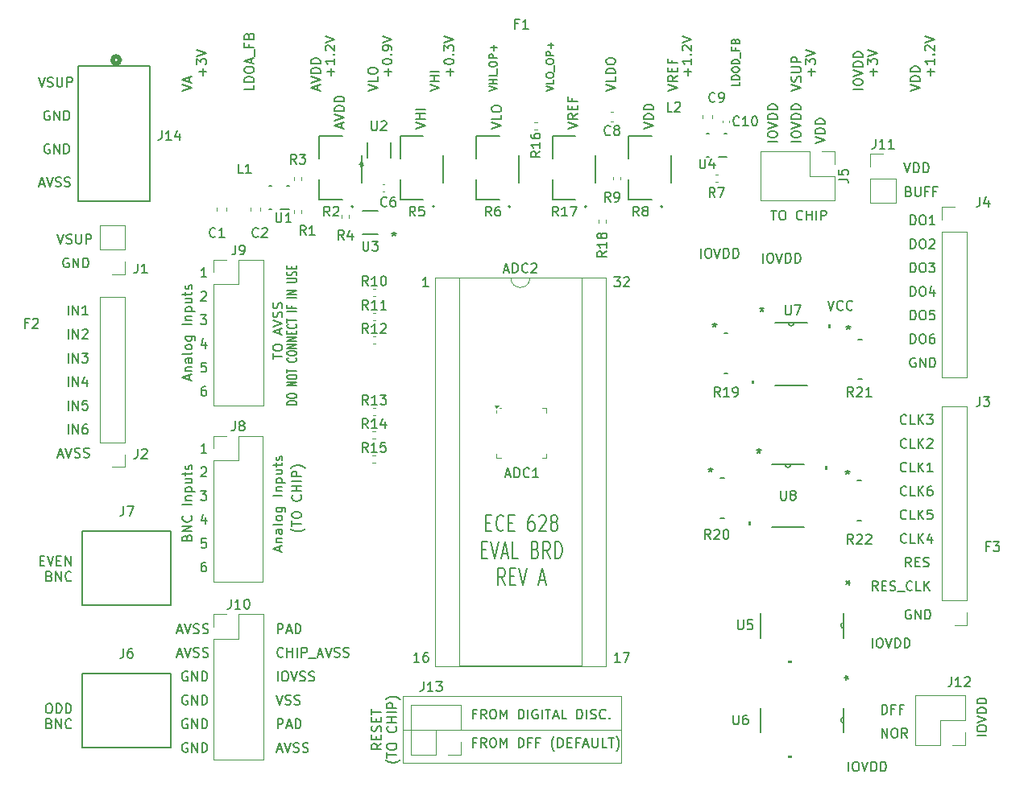
<source format=gbr>
%TF.GenerationSoftware,KiCad,Pcbnew,8.0.6-8.0.6-0~ubuntu24.04.1*%
%TF.CreationDate,2025-02-21T12:27:14-10:00*%
%TF.ProjectId,board_main,626f6172-645f-46d6-9169-6e2e6b696361,rev?*%
%TF.SameCoordinates,Original*%
%TF.FileFunction,Legend,Top*%
%TF.FilePolarity,Positive*%
%FSLAX46Y46*%
G04 Gerber Fmt 4.6, Leading zero omitted, Abs format (unit mm)*
G04 Created by KiCad (PCBNEW 8.0.6-8.0.6-0~ubuntu24.04.1) date 2025-02-21 12:27:14*
%MOMM*%
%LPD*%
G01*
G04 APERTURE LIST*
%ADD10C,0.100000*%
%ADD11C,0.200000*%
%ADD12C,0.150000*%
%ADD13C,0.120000*%
%ADD14C,0.152400*%
%ADD15C,0.000000*%
%ADD16C,0.127000*%
%ADD17C,0.508000*%
G04 APERTURE END LIST*
D10*
X109500000Y-130000000D02*
X132500000Y-130000000D01*
X132500000Y-133505000D01*
X109500000Y-133505000D01*
X109500000Y-130000000D01*
X109500000Y-133505000D02*
X132500000Y-133505000D01*
X132500000Y-137000000D01*
X109500000Y-137000000D01*
X109500000Y-133505000D01*
D11*
X117203006Y-134843409D02*
X116869673Y-134843409D01*
X116869673Y-135367219D02*
X116869673Y-134367219D01*
X116869673Y-134367219D02*
X117345863Y-134367219D01*
X118298244Y-135367219D02*
X117964911Y-134891028D01*
X117726816Y-135367219D02*
X117726816Y-134367219D01*
X117726816Y-134367219D02*
X118107768Y-134367219D01*
X118107768Y-134367219D02*
X118203006Y-134414838D01*
X118203006Y-134414838D02*
X118250625Y-134462457D01*
X118250625Y-134462457D02*
X118298244Y-134557695D01*
X118298244Y-134557695D02*
X118298244Y-134700552D01*
X118298244Y-134700552D02*
X118250625Y-134795790D01*
X118250625Y-134795790D02*
X118203006Y-134843409D01*
X118203006Y-134843409D02*
X118107768Y-134891028D01*
X118107768Y-134891028D02*
X117726816Y-134891028D01*
X118917292Y-134367219D02*
X119107768Y-134367219D01*
X119107768Y-134367219D02*
X119203006Y-134414838D01*
X119203006Y-134414838D02*
X119298244Y-134510076D01*
X119298244Y-134510076D02*
X119345863Y-134700552D01*
X119345863Y-134700552D02*
X119345863Y-135033885D01*
X119345863Y-135033885D02*
X119298244Y-135224361D01*
X119298244Y-135224361D02*
X119203006Y-135319600D01*
X119203006Y-135319600D02*
X119107768Y-135367219D01*
X119107768Y-135367219D02*
X118917292Y-135367219D01*
X118917292Y-135367219D02*
X118822054Y-135319600D01*
X118822054Y-135319600D02*
X118726816Y-135224361D01*
X118726816Y-135224361D02*
X118679197Y-135033885D01*
X118679197Y-135033885D02*
X118679197Y-134700552D01*
X118679197Y-134700552D02*
X118726816Y-134510076D01*
X118726816Y-134510076D02*
X118822054Y-134414838D01*
X118822054Y-134414838D02*
X118917292Y-134367219D01*
X119774435Y-135367219D02*
X119774435Y-134367219D01*
X119774435Y-134367219D02*
X120107768Y-135081504D01*
X120107768Y-135081504D02*
X120441101Y-134367219D01*
X120441101Y-134367219D02*
X120441101Y-135367219D01*
X121679197Y-135367219D02*
X121679197Y-134367219D01*
X121679197Y-134367219D02*
X121917292Y-134367219D01*
X121917292Y-134367219D02*
X122060149Y-134414838D01*
X122060149Y-134414838D02*
X122155387Y-134510076D01*
X122155387Y-134510076D02*
X122203006Y-134605314D01*
X122203006Y-134605314D02*
X122250625Y-134795790D01*
X122250625Y-134795790D02*
X122250625Y-134938647D01*
X122250625Y-134938647D02*
X122203006Y-135129123D01*
X122203006Y-135129123D02*
X122155387Y-135224361D01*
X122155387Y-135224361D02*
X122060149Y-135319600D01*
X122060149Y-135319600D02*
X121917292Y-135367219D01*
X121917292Y-135367219D02*
X121679197Y-135367219D01*
X123012530Y-134843409D02*
X122679197Y-134843409D01*
X122679197Y-135367219D02*
X122679197Y-134367219D01*
X122679197Y-134367219D02*
X123155387Y-134367219D01*
X123869673Y-134843409D02*
X123536340Y-134843409D01*
X123536340Y-135367219D02*
X123536340Y-134367219D01*
X123536340Y-134367219D02*
X124012530Y-134367219D01*
X125441102Y-135748171D02*
X125393483Y-135700552D01*
X125393483Y-135700552D02*
X125298245Y-135557695D01*
X125298245Y-135557695D02*
X125250626Y-135462457D01*
X125250626Y-135462457D02*
X125203007Y-135319600D01*
X125203007Y-135319600D02*
X125155388Y-135081504D01*
X125155388Y-135081504D02*
X125155388Y-134891028D01*
X125155388Y-134891028D02*
X125203007Y-134652933D01*
X125203007Y-134652933D02*
X125250626Y-134510076D01*
X125250626Y-134510076D02*
X125298245Y-134414838D01*
X125298245Y-134414838D02*
X125393483Y-134271980D01*
X125393483Y-134271980D02*
X125441102Y-134224361D01*
X125822055Y-135367219D02*
X125822055Y-134367219D01*
X125822055Y-134367219D02*
X126060150Y-134367219D01*
X126060150Y-134367219D02*
X126203007Y-134414838D01*
X126203007Y-134414838D02*
X126298245Y-134510076D01*
X126298245Y-134510076D02*
X126345864Y-134605314D01*
X126345864Y-134605314D02*
X126393483Y-134795790D01*
X126393483Y-134795790D02*
X126393483Y-134938647D01*
X126393483Y-134938647D02*
X126345864Y-135129123D01*
X126345864Y-135129123D02*
X126298245Y-135224361D01*
X126298245Y-135224361D02*
X126203007Y-135319600D01*
X126203007Y-135319600D02*
X126060150Y-135367219D01*
X126060150Y-135367219D02*
X125822055Y-135367219D01*
X126822055Y-134843409D02*
X127155388Y-134843409D01*
X127298245Y-135367219D02*
X126822055Y-135367219D01*
X126822055Y-135367219D02*
X126822055Y-134367219D01*
X126822055Y-134367219D02*
X127298245Y-134367219D01*
X128060150Y-134843409D02*
X127726817Y-134843409D01*
X127726817Y-135367219D02*
X127726817Y-134367219D01*
X127726817Y-134367219D02*
X128203007Y-134367219D01*
X128536341Y-135081504D02*
X129012531Y-135081504D01*
X128441103Y-135367219D02*
X128774436Y-134367219D01*
X128774436Y-134367219D02*
X129107769Y-135367219D01*
X129441103Y-134367219D02*
X129441103Y-135176742D01*
X129441103Y-135176742D02*
X129488722Y-135271980D01*
X129488722Y-135271980D02*
X129536341Y-135319600D01*
X129536341Y-135319600D02*
X129631579Y-135367219D01*
X129631579Y-135367219D02*
X129822055Y-135367219D01*
X129822055Y-135367219D02*
X129917293Y-135319600D01*
X129917293Y-135319600D02*
X129964912Y-135271980D01*
X129964912Y-135271980D02*
X130012531Y-135176742D01*
X130012531Y-135176742D02*
X130012531Y-134367219D01*
X130964912Y-135367219D02*
X130488722Y-135367219D01*
X130488722Y-135367219D02*
X130488722Y-134367219D01*
X131155389Y-134367219D02*
X131726817Y-134367219D01*
X131441103Y-135367219D02*
X131441103Y-134367219D01*
X131964913Y-135748171D02*
X132012532Y-135700552D01*
X132012532Y-135700552D02*
X132107770Y-135557695D01*
X132107770Y-135557695D02*
X132155389Y-135462457D01*
X132155389Y-135462457D02*
X132203008Y-135319600D01*
X132203008Y-135319600D02*
X132250627Y-135081504D01*
X132250627Y-135081504D02*
X132250627Y-134891028D01*
X132250627Y-134891028D02*
X132203008Y-134652933D01*
X132203008Y-134652933D02*
X132155389Y-134510076D01*
X132155389Y-134510076D02*
X132107770Y-134414838D01*
X132107770Y-134414838D02*
X132012532Y-134271980D01*
X132012532Y-134271980D02*
X131964913Y-134224361D01*
X162441101Y-113771980D02*
X162393482Y-113819600D01*
X162393482Y-113819600D02*
X162250625Y-113867219D01*
X162250625Y-113867219D02*
X162155387Y-113867219D01*
X162155387Y-113867219D02*
X162012530Y-113819600D01*
X162012530Y-113819600D02*
X161917292Y-113724361D01*
X161917292Y-113724361D02*
X161869673Y-113629123D01*
X161869673Y-113629123D02*
X161822054Y-113438647D01*
X161822054Y-113438647D02*
X161822054Y-113295790D01*
X161822054Y-113295790D02*
X161869673Y-113105314D01*
X161869673Y-113105314D02*
X161917292Y-113010076D01*
X161917292Y-113010076D02*
X162012530Y-112914838D01*
X162012530Y-112914838D02*
X162155387Y-112867219D01*
X162155387Y-112867219D02*
X162250625Y-112867219D01*
X162250625Y-112867219D02*
X162393482Y-112914838D01*
X162393482Y-112914838D02*
X162441101Y-112962457D01*
X163345863Y-113867219D02*
X162869673Y-113867219D01*
X162869673Y-113867219D02*
X162869673Y-112867219D01*
X163679197Y-113867219D02*
X163679197Y-112867219D01*
X164250625Y-113867219D02*
X163822054Y-113295790D01*
X164250625Y-112867219D02*
X163679197Y-113438647D01*
X165107768Y-113200552D02*
X165107768Y-113867219D01*
X164869673Y-112819600D02*
X164631578Y-113533885D01*
X164631578Y-113533885D02*
X165250625Y-113533885D01*
D12*
X124594295Y-66325125D02*
X125394295Y-66058458D01*
X125394295Y-66058458D02*
X124594295Y-65791792D01*
X125394295Y-65144173D02*
X125394295Y-65525125D01*
X125394295Y-65525125D02*
X124594295Y-65525125D01*
X124594295Y-64725125D02*
X124594295Y-64572744D01*
X124594295Y-64572744D02*
X124632390Y-64496554D01*
X124632390Y-64496554D02*
X124708580Y-64420363D01*
X124708580Y-64420363D02*
X124860961Y-64382268D01*
X124860961Y-64382268D02*
X125127628Y-64382268D01*
X125127628Y-64382268D02*
X125280009Y-64420363D01*
X125280009Y-64420363D02*
X125356200Y-64496554D01*
X125356200Y-64496554D02*
X125394295Y-64572744D01*
X125394295Y-64572744D02*
X125394295Y-64725125D01*
X125394295Y-64725125D02*
X125356200Y-64801316D01*
X125356200Y-64801316D02*
X125280009Y-64877506D01*
X125280009Y-64877506D02*
X125127628Y-64915602D01*
X125127628Y-64915602D02*
X124860961Y-64915602D01*
X124860961Y-64915602D02*
X124708580Y-64877506D01*
X124708580Y-64877506D02*
X124632390Y-64801316D01*
X124632390Y-64801316D02*
X124594295Y-64725125D01*
X125470485Y-64229888D02*
X125470485Y-63620364D01*
X124594295Y-63277506D02*
X124594295Y-63125125D01*
X124594295Y-63125125D02*
X124632390Y-63048935D01*
X124632390Y-63048935D02*
X124708580Y-62972744D01*
X124708580Y-62972744D02*
X124860961Y-62934649D01*
X124860961Y-62934649D02*
X125127628Y-62934649D01*
X125127628Y-62934649D02*
X125280009Y-62972744D01*
X125280009Y-62972744D02*
X125356200Y-63048935D01*
X125356200Y-63048935D02*
X125394295Y-63125125D01*
X125394295Y-63125125D02*
X125394295Y-63277506D01*
X125394295Y-63277506D02*
X125356200Y-63353697D01*
X125356200Y-63353697D02*
X125280009Y-63429887D01*
X125280009Y-63429887D02*
X125127628Y-63467983D01*
X125127628Y-63467983D02*
X124860961Y-63467983D01*
X124860961Y-63467983D02*
X124708580Y-63429887D01*
X124708580Y-63429887D02*
X124632390Y-63353697D01*
X124632390Y-63353697D02*
X124594295Y-63277506D01*
X125394295Y-62591792D02*
X124594295Y-62591792D01*
X124594295Y-62591792D02*
X124594295Y-62287030D01*
X124594295Y-62287030D02*
X124632390Y-62210840D01*
X124632390Y-62210840D02*
X124670485Y-62172745D01*
X124670485Y-62172745D02*
X124746676Y-62134649D01*
X124746676Y-62134649D02*
X124860961Y-62134649D01*
X124860961Y-62134649D02*
X124937152Y-62172745D01*
X124937152Y-62172745D02*
X124975247Y-62210840D01*
X124975247Y-62210840D02*
X125013342Y-62287030D01*
X125013342Y-62287030D02*
X125013342Y-62591792D01*
X125089533Y-61791792D02*
X125089533Y-61182269D01*
X125394295Y-61487030D02*
X124784771Y-61487030D01*
D11*
X96369673Y-133367219D02*
X96369673Y-132367219D01*
X96369673Y-132367219D02*
X96750625Y-132367219D01*
X96750625Y-132367219D02*
X96845863Y-132414838D01*
X96845863Y-132414838D02*
X96893482Y-132462457D01*
X96893482Y-132462457D02*
X96941101Y-132557695D01*
X96941101Y-132557695D02*
X96941101Y-132700552D01*
X96941101Y-132700552D02*
X96893482Y-132795790D01*
X96893482Y-132795790D02*
X96845863Y-132843409D01*
X96845863Y-132843409D02*
X96750625Y-132891028D01*
X96750625Y-132891028D02*
X96369673Y-132891028D01*
X97322054Y-133081504D02*
X97798244Y-133081504D01*
X97226816Y-133367219D02*
X97560149Y-132367219D01*
X97560149Y-132367219D02*
X97893482Y-133367219D01*
X98226816Y-133367219D02*
X98226816Y-132367219D01*
X98226816Y-132367219D02*
X98464911Y-132367219D01*
X98464911Y-132367219D02*
X98607768Y-132414838D01*
X98607768Y-132414838D02*
X98703006Y-132510076D01*
X98703006Y-132510076D02*
X98750625Y-132605314D01*
X98750625Y-132605314D02*
X98798244Y-132795790D01*
X98798244Y-132795790D02*
X98798244Y-132938647D01*
X98798244Y-132938647D02*
X98750625Y-133129123D01*
X98750625Y-133129123D02*
X98703006Y-133224361D01*
X98703006Y-133224361D02*
X98607768Y-133319600D01*
X98607768Y-133319600D02*
X98464911Y-133367219D01*
X98464911Y-133367219D02*
X98226816Y-133367219D01*
X150367219Y-66273183D02*
X151367219Y-65939850D01*
X151367219Y-65939850D02*
X150367219Y-65606517D01*
X151319600Y-65320802D02*
X151367219Y-65177945D01*
X151367219Y-65177945D02*
X151367219Y-64939850D01*
X151367219Y-64939850D02*
X151319600Y-64844612D01*
X151319600Y-64844612D02*
X151271980Y-64796993D01*
X151271980Y-64796993D02*
X151176742Y-64749374D01*
X151176742Y-64749374D02*
X151081504Y-64749374D01*
X151081504Y-64749374D02*
X150986266Y-64796993D01*
X150986266Y-64796993D02*
X150938647Y-64844612D01*
X150938647Y-64844612D02*
X150891028Y-64939850D01*
X150891028Y-64939850D02*
X150843409Y-65130326D01*
X150843409Y-65130326D02*
X150795790Y-65225564D01*
X150795790Y-65225564D02*
X150748171Y-65273183D01*
X150748171Y-65273183D02*
X150652933Y-65320802D01*
X150652933Y-65320802D02*
X150557695Y-65320802D01*
X150557695Y-65320802D02*
X150462457Y-65273183D01*
X150462457Y-65273183D02*
X150414838Y-65225564D01*
X150414838Y-65225564D02*
X150367219Y-65130326D01*
X150367219Y-65130326D02*
X150367219Y-64892231D01*
X150367219Y-64892231D02*
X150414838Y-64749374D01*
X150367219Y-64320802D02*
X151176742Y-64320802D01*
X151176742Y-64320802D02*
X151271980Y-64273183D01*
X151271980Y-64273183D02*
X151319600Y-64225564D01*
X151319600Y-64225564D02*
X151367219Y-64130326D01*
X151367219Y-64130326D02*
X151367219Y-63939850D01*
X151367219Y-63939850D02*
X151319600Y-63844612D01*
X151319600Y-63844612D02*
X151271980Y-63796993D01*
X151271980Y-63796993D02*
X151176742Y-63749374D01*
X151176742Y-63749374D02*
X150367219Y-63749374D01*
X151367219Y-63273183D02*
X150367219Y-63273183D01*
X150367219Y-63273183D02*
X150367219Y-62892231D01*
X150367219Y-62892231D02*
X150414838Y-62796993D01*
X150414838Y-62796993D02*
X150462457Y-62749374D01*
X150462457Y-62749374D02*
X150557695Y-62701755D01*
X150557695Y-62701755D02*
X150700552Y-62701755D01*
X150700552Y-62701755D02*
X150795790Y-62749374D01*
X150795790Y-62749374D02*
X150843409Y-62796993D01*
X150843409Y-62796993D02*
X150891028Y-62892231D01*
X150891028Y-62892231D02*
X150891028Y-63273183D01*
X148226816Y-78867219D02*
X148798244Y-78867219D01*
X148512530Y-79867219D02*
X148512530Y-78867219D01*
X149322054Y-78867219D02*
X149512530Y-78867219D01*
X149512530Y-78867219D02*
X149607768Y-78914838D01*
X149607768Y-78914838D02*
X149703006Y-79010076D01*
X149703006Y-79010076D02*
X149750625Y-79200552D01*
X149750625Y-79200552D02*
X149750625Y-79533885D01*
X149750625Y-79533885D02*
X149703006Y-79724361D01*
X149703006Y-79724361D02*
X149607768Y-79819600D01*
X149607768Y-79819600D02*
X149512530Y-79867219D01*
X149512530Y-79867219D02*
X149322054Y-79867219D01*
X149322054Y-79867219D02*
X149226816Y-79819600D01*
X149226816Y-79819600D02*
X149131578Y-79724361D01*
X149131578Y-79724361D02*
X149083959Y-79533885D01*
X149083959Y-79533885D02*
X149083959Y-79200552D01*
X149083959Y-79200552D02*
X149131578Y-79010076D01*
X149131578Y-79010076D02*
X149226816Y-78914838D01*
X149226816Y-78914838D02*
X149322054Y-78867219D01*
X151512530Y-79771980D02*
X151464911Y-79819600D01*
X151464911Y-79819600D02*
X151322054Y-79867219D01*
X151322054Y-79867219D02*
X151226816Y-79867219D01*
X151226816Y-79867219D02*
X151083959Y-79819600D01*
X151083959Y-79819600D02*
X150988721Y-79724361D01*
X150988721Y-79724361D02*
X150941102Y-79629123D01*
X150941102Y-79629123D02*
X150893483Y-79438647D01*
X150893483Y-79438647D02*
X150893483Y-79295790D01*
X150893483Y-79295790D02*
X150941102Y-79105314D01*
X150941102Y-79105314D02*
X150988721Y-79010076D01*
X150988721Y-79010076D02*
X151083959Y-78914838D01*
X151083959Y-78914838D02*
X151226816Y-78867219D01*
X151226816Y-78867219D02*
X151322054Y-78867219D01*
X151322054Y-78867219D02*
X151464911Y-78914838D01*
X151464911Y-78914838D02*
X151512530Y-78962457D01*
X151941102Y-79867219D02*
X151941102Y-78867219D01*
X151941102Y-79343409D02*
X152512530Y-79343409D01*
X152512530Y-79867219D02*
X152512530Y-78867219D01*
X152988721Y-79867219D02*
X152988721Y-78867219D01*
X153464911Y-79867219D02*
X153464911Y-78867219D01*
X153464911Y-78867219D02*
X153845863Y-78867219D01*
X153845863Y-78867219D02*
X153941101Y-78914838D01*
X153941101Y-78914838D02*
X153988720Y-78962457D01*
X153988720Y-78962457D02*
X154036339Y-79057695D01*
X154036339Y-79057695D02*
X154036339Y-79200552D01*
X154036339Y-79200552D02*
X153988720Y-79295790D01*
X153988720Y-79295790D02*
X153941101Y-79343409D01*
X153941101Y-79343409D02*
X153845863Y-79391028D01*
X153845863Y-79391028D02*
X153464911Y-79391028D01*
X73322054Y-104581504D02*
X73798244Y-104581504D01*
X73226816Y-104867219D02*
X73560149Y-103867219D01*
X73560149Y-103867219D02*
X73893482Y-104867219D01*
X74083959Y-103867219D02*
X74417292Y-104867219D01*
X74417292Y-104867219D02*
X74750625Y-103867219D01*
X75036340Y-104819600D02*
X75179197Y-104867219D01*
X75179197Y-104867219D02*
X75417292Y-104867219D01*
X75417292Y-104867219D02*
X75512530Y-104819600D01*
X75512530Y-104819600D02*
X75560149Y-104771980D01*
X75560149Y-104771980D02*
X75607768Y-104676742D01*
X75607768Y-104676742D02*
X75607768Y-104581504D01*
X75607768Y-104581504D02*
X75560149Y-104486266D01*
X75560149Y-104486266D02*
X75512530Y-104438647D01*
X75512530Y-104438647D02*
X75417292Y-104391028D01*
X75417292Y-104391028D02*
X75226816Y-104343409D01*
X75226816Y-104343409D02*
X75131578Y-104295790D01*
X75131578Y-104295790D02*
X75083959Y-104248171D01*
X75083959Y-104248171D02*
X75036340Y-104152933D01*
X75036340Y-104152933D02*
X75036340Y-104057695D01*
X75036340Y-104057695D02*
X75083959Y-103962457D01*
X75083959Y-103962457D02*
X75131578Y-103914838D01*
X75131578Y-103914838D02*
X75226816Y-103867219D01*
X75226816Y-103867219D02*
X75464911Y-103867219D01*
X75464911Y-103867219D02*
X75607768Y-103914838D01*
X75988721Y-104819600D02*
X76131578Y-104867219D01*
X76131578Y-104867219D02*
X76369673Y-104867219D01*
X76369673Y-104867219D02*
X76464911Y-104819600D01*
X76464911Y-104819600D02*
X76512530Y-104771980D01*
X76512530Y-104771980D02*
X76560149Y-104676742D01*
X76560149Y-104676742D02*
X76560149Y-104581504D01*
X76560149Y-104581504D02*
X76512530Y-104486266D01*
X76512530Y-104486266D02*
X76464911Y-104438647D01*
X76464911Y-104438647D02*
X76369673Y-104391028D01*
X76369673Y-104391028D02*
X76179197Y-104343409D01*
X76179197Y-104343409D02*
X76083959Y-104295790D01*
X76083959Y-104295790D02*
X76036340Y-104248171D01*
X76036340Y-104248171D02*
X75988721Y-104152933D01*
X75988721Y-104152933D02*
X75988721Y-104057695D01*
X75988721Y-104057695D02*
X76036340Y-103962457D01*
X76036340Y-103962457D02*
X76083959Y-103914838D01*
X76083959Y-103914838D02*
X76179197Y-103867219D01*
X76179197Y-103867219D02*
X76417292Y-103867219D01*
X76417292Y-103867219D02*
X76560149Y-103914838D01*
X87081504Y-96677945D02*
X87081504Y-96201755D01*
X87367219Y-96773183D02*
X86367219Y-96439850D01*
X86367219Y-96439850D02*
X87367219Y-96106517D01*
X86700552Y-95773183D02*
X87367219Y-95773183D01*
X86795790Y-95773183D02*
X86748171Y-95725564D01*
X86748171Y-95725564D02*
X86700552Y-95630326D01*
X86700552Y-95630326D02*
X86700552Y-95487469D01*
X86700552Y-95487469D02*
X86748171Y-95392231D01*
X86748171Y-95392231D02*
X86843409Y-95344612D01*
X86843409Y-95344612D02*
X87367219Y-95344612D01*
X87367219Y-94439850D02*
X86843409Y-94439850D01*
X86843409Y-94439850D02*
X86748171Y-94487469D01*
X86748171Y-94487469D02*
X86700552Y-94582707D01*
X86700552Y-94582707D02*
X86700552Y-94773183D01*
X86700552Y-94773183D02*
X86748171Y-94868421D01*
X87319600Y-94439850D02*
X87367219Y-94535088D01*
X87367219Y-94535088D02*
X87367219Y-94773183D01*
X87367219Y-94773183D02*
X87319600Y-94868421D01*
X87319600Y-94868421D02*
X87224361Y-94916040D01*
X87224361Y-94916040D02*
X87129123Y-94916040D01*
X87129123Y-94916040D02*
X87033885Y-94868421D01*
X87033885Y-94868421D02*
X86986266Y-94773183D01*
X86986266Y-94773183D02*
X86986266Y-94535088D01*
X86986266Y-94535088D02*
X86938647Y-94439850D01*
X87367219Y-93820802D02*
X87319600Y-93916040D01*
X87319600Y-93916040D02*
X87224361Y-93963659D01*
X87224361Y-93963659D02*
X86367219Y-93963659D01*
X87367219Y-93296992D02*
X87319600Y-93392230D01*
X87319600Y-93392230D02*
X87271980Y-93439849D01*
X87271980Y-93439849D02*
X87176742Y-93487468D01*
X87176742Y-93487468D02*
X86891028Y-93487468D01*
X86891028Y-93487468D02*
X86795790Y-93439849D01*
X86795790Y-93439849D02*
X86748171Y-93392230D01*
X86748171Y-93392230D02*
X86700552Y-93296992D01*
X86700552Y-93296992D02*
X86700552Y-93154135D01*
X86700552Y-93154135D02*
X86748171Y-93058897D01*
X86748171Y-93058897D02*
X86795790Y-93011278D01*
X86795790Y-93011278D02*
X86891028Y-92963659D01*
X86891028Y-92963659D02*
X87176742Y-92963659D01*
X87176742Y-92963659D02*
X87271980Y-93011278D01*
X87271980Y-93011278D02*
X87319600Y-93058897D01*
X87319600Y-93058897D02*
X87367219Y-93154135D01*
X87367219Y-93154135D02*
X87367219Y-93296992D01*
X86700552Y-92106516D02*
X87510076Y-92106516D01*
X87510076Y-92106516D02*
X87605314Y-92154135D01*
X87605314Y-92154135D02*
X87652933Y-92201754D01*
X87652933Y-92201754D02*
X87700552Y-92296992D01*
X87700552Y-92296992D02*
X87700552Y-92439849D01*
X87700552Y-92439849D02*
X87652933Y-92535087D01*
X87319600Y-92106516D02*
X87367219Y-92201754D01*
X87367219Y-92201754D02*
X87367219Y-92392230D01*
X87367219Y-92392230D02*
X87319600Y-92487468D01*
X87319600Y-92487468D02*
X87271980Y-92535087D01*
X87271980Y-92535087D02*
X87176742Y-92582706D01*
X87176742Y-92582706D02*
X86891028Y-92582706D01*
X86891028Y-92582706D02*
X86795790Y-92535087D01*
X86795790Y-92535087D02*
X86748171Y-92487468D01*
X86748171Y-92487468D02*
X86700552Y-92392230D01*
X86700552Y-92392230D02*
X86700552Y-92201754D01*
X86700552Y-92201754D02*
X86748171Y-92106516D01*
X87367219Y-90868420D02*
X86367219Y-90868420D01*
X86700552Y-90392230D02*
X87367219Y-90392230D01*
X86795790Y-90392230D02*
X86748171Y-90344611D01*
X86748171Y-90344611D02*
X86700552Y-90249373D01*
X86700552Y-90249373D02*
X86700552Y-90106516D01*
X86700552Y-90106516D02*
X86748171Y-90011278D01*
X86748171Y-90011278D02*
X86843409Y-89963659D01*
X86843409Y-89963659D02*
X87367219Y-89963659D01*
X86700552Y-89487468D02*
X87700552Y-89487468D01*
X86748171Y-89487468D02*
X86700552Y-89392230D01*
X86700552Y-89392230D02*
X86700552Y-89201754D01*
X86700552Y-89201754D02*
X86748171Y-89106516D01*
X86748171Y-89106516D02*
X86795790Y-89058897D01*
X86795790Y-89058897D02*
X86891028Y-89011278D01*
X86891028Y-89011278D02*
X87176742Y-89011278D01*
X87176742Y-89011278D02*
X87271980Y-89058897D01*
X87271980Y-89058897D02*
X87319600Y-89106516D01*
X87319600Y-89106516D02*
X87367219Y-89201754D01*
X87367219Y-89201754D02*
X87367219Y-89392230D01*
X87367219Y-89392230D02*
X87319600Y-89487468D01*
X86700552Y-88154135D02*
X87367219Y-88154135D01*
X86700552Y-88582706D02*
X87224361Y-88582706D01*
X87224361Y-88582706D02*
X87319600Y-88535087D01*
X87319600Y-88535087D02*
X87367219Y-88439849D01*
X87367219Y-88439849D02*
X87367219Y-88296992D01*
X87367219Y-88296992D02*
X87319600Y-88201754D01*
X87319600Y-88201754D02*
X87271980Y-88154135D01*
X86700552Y-87820801D02*
X86700552Y-87439849D01*
X86367219Y-87677944D02*
X87224361Y-87677944D01*
X87224361Y-87677944D02*
X87319600Y-87630325D01*
X87319600Y-87630325D02*
X87367219Y-87535087D01*
X87367219Y-87535087D02*
X87367219Y-87439849D01*
X87319600Y-87154134D02*
X87367219Y-87058896D01*
X87367219Y-87058896D02*
X87367219Y-86868420D01*
X87367219Y-86868420D02*
X87319600Y-86773182D01*
X87319600Y-86773182D02*
X87224361Y-86725563D01*
X87224361Y-86725563D02*
X87176742Y-86725563D01*
X87176742Y-86725563D02*
X87081504Y-86773182D01*
X87081504Y-86773182D02*
X87033885Y-86868420D01*
X87033885Y-86868420D02*
X87033885Y-87011277D01*
X87033885Y-87011277D02*
X86986266Y-87106515D01*
X86986266Y-87106515D02*
X86891028Y-87154134D01*
X86891028Y-87154134D02*
X86843409Y-87154134D01*
X86843409Y-87154134D02*
X86748171Y-87106515D01*
X86748171Y-87106515D02*
X86700552Y-87011277D01*
X86700552Y-87011277D02*
X86700552Y-86868420D01*
X86700552Y-86868420D02*
X86748171Y-86773182D01*
D12*
X131741541Y-85869819D02*
X132360588Y-85869819D01*
X132360588Y-85869819D02*
X132027255Y-86250771D01*
X132027255Y-86250771D02*
X132170112Y-86250771D01*
X132170112Y-86250771D02*
X132265350Y-86298390D01*
X132265350Y-86298390D02*
X132312969Y-86346009D01*
X132312969Y-86346009D02*
X132360588Y-86441247D01*
X132360588Y-86441247D02*
X132360588Y-86679342D01*
X132360588Y-86679342D02*
X132312969Y-86774580D01*
X132312969Y-86774580D02*
X132265350Y-86822200D01*
X132265350Y-86822200D02*
X132170112Y-86869819D01*
X132170112Y-86869819D02*
X131884398Y-86869819D01*
X131884398Y-86869819D02*
X131789160Y-86822200D01*
X131789160Y-86822200D02*
X131741541Y-86774580D01*
X132741541Y-85965057D02*
X132789160Y-85917438D01*
X132789160Y-85917438D02*
X132884398Y-85869819D01*
X132884398Y-85869819D02*
X133122493Y-85869819D01*
X133122493Y-85869819D02*
X133217731Y-85917438D01*
X133217731Y-85917438D02*
X133265350Y-85965057D01*
X133265350Y-85965057D02*
X133312969Y-86060295D01*
X133312969Y-86060295D02*
X133312969Y-86155533D01*
X133312969Y-86155533D02*
X133265350Y-86298390D01*
X133265350Y-86298390D02*
X132693922Y-86869819D01*
X132693922Y-86869819D02*
X133312969Y-86869819D01*
D11*
X147369673Y-84367219D02*
X147369673Y-83367219D01*
X148036339Y-83367219D02*
X148226815Y-83367219D01*
X148226815Y-83367219D02*
X148322053Y-83414838D01*
X148322053Y-83414838D02*
X148417291Y-83510076D01*
X148417291Y-83510076D02*
X148464910Y-83700552D01*
X148464910Y-83700552D02*
X148464910Y-84033885D01*
X148464910Y-84033885D02*
X148417291Y-84224361D01*
X148417291Y-84224361D02*
X148322053Y-84319600D01*
X148322053Y-84319600D02*
X148226815Y-84367219D01*
X148226815Y-84367219D02*
X148036339Y-84367219D01*
X148036339Y-84367219D02*
X147941101Y-84319600D01*
X147941101Y-84319600D02*
X147845863Y-84224361D01*
X147845863Y-84224361D02*
X147798244Y-84033885D01*
X147798244Y-84033885D02*
X147798244Y-83700552D01*
X147798244Y-83700552D02*
X147845863Y-83510076D01*
X147845863Y-83510076D02*
X147941101Y-83414838D01*
X147941101Y-83414838D02*
X148036339Y-83367219D01*
X148750625Y-83367219D02*
X149083958Y-84367219D01*
X149083958Y-84367219D02*
X149417291Y-83367219D01*
X149750625Y-84367219D02*
X149750625Y-83367219D01*
X149750625Y-83367219D02*
X149988720Y-83367219D01*
X149988720Y-83367219D02*
X150131577Y-83414838D01*
X150131577Y-83414838D02*
X150226815Y-83510076D01*
X150226815Y-83510076D02*
X150274434Y-83605314D01*
X150274434Y-83605314D02*
X150322053Y-83795790D01*
X150322053Y-83795790D02*
X150322053Y-83938647D01*
X150322053Y-83938647D02*
X150274434Y-84129123D01*
X150274434Y-84129123D02*
X150226815Y-84224361D01*
X150226815Y-84224361D02*
X150131577Y-84319600D01*
X150131577Y-84319600D02*
X149988720Y-84367219D01*
X149988720Y-84367219D02*
X149750625Y-84367219D01*
X150750625Y-84367219D02*
X150750625Y-83367219D01*
X150750625Y-83367219D02*
X150988720Y-83367219D01*
X150988720Y-83367219D02*
X151131577Y-83414838D01*
X151131577Y-83414838D02*
X151226815Y-83510076D01*
X151226815Y-83510076D02*
X151274434Y-83605314D01*
X151274434Y-83605314D02*
X151322053Y-83795790D01*
X151322053Y-83795790D02*
X151322053Y-83938647D01*
X151322053Y-83938647D02*
X151274434Y-84129123D01*
X151274434Y-84129123D02*
X151226815Y-84224361D01*
X151226815Y-84224361D02*
X151131577Y-84319600D01*
X151131577Y-84319600D02*
X150988720Y-84367219D01*
X150988720Y-84367219D02*
X150750625Y-84367219D01*
D12*
X111258458Y-126369819D02*
X110687030Y-126369819D01*
X110972744Y-126369819D02*
X110972744Y-125369819D01*
X110972744Y-125369819D02*
X110877506Y-125512676D01*
X110877506Y-125512676D02*
X110782268Y-125607914D01*
X110782268Y-125607914D02*
X110687030Y-125655533D01*
X112115601Y-125369819D02*
X111925125Y-125369819D01*
X111925125Y-125369819D02*
X111829887Y-125417438D01*
X111829887Y-125417438D02*
X111782268Y-125465057D01*
X111782268Y-125465057D02*
X111687030Y-125607914D01*
X111687030Y-125607914D02*
X111639411Y-125798390D01*
X111639411Y-125798390D02*
X111639411Y-126179342D01*
X111639411Y-126179342D02*
X111687030Y-126274580D01*
X111687030Y-126274580D02*
X111734649Y-126322200D01*
X111734649Y-126322200D02*
X111829887Y-126369819D01*
X111829887Y-126369819D02*
X112020363Y-126369819D01*
X112020363Y-126369819D02*
X112115601Y-126322200D01*
X112115601Y-126322200D02*
X112163220Y-126274580D01*
X112163220Y-126274580D02*
X112210839Y-126179342D01*
X112210839Y-126179342D02*
X112210839Y-125941247D01*
X112210839Y-125941247D02*
X112163220Y-125846009D01*
X112163220Y-125846009D02*
X112115601Y-125798390D01*
X112115601Y-125798390D02*
X112020363Y-125750771D01*
X112020363Y-125750771D02*
X111829887Y-125750771D01*
X111829887Y-125750771D02*
X111734649Y-125798390D01*
X111734649Y-125798390D02*
X111687030Y-125846009D01*
X111687030Y-125846009D02*
X111639411Y-125941247D01*
D11*
X103081504Y-70177945D02*
X103081504Y-69701755D01*
X103367219Y-70273183D02*
X102367219Y-69939850D01*
X102367219Y-69939850D02*
X103367219Y-69606517D01*
X102367219Y-69416040D02*
X103367219Y-69082707D01*
X103367219Y-69082707D02*
X102367219Y-68749374D01*
X103367219Y-68416040D02*
X102367219Y-68416040D01*
X102367219Y-68416040D02*
X102367219Y-68177945D01*
X102367219Y-68177945D02*
X102414838Y-68035088D01*
X102414838Y-68035088D02*
X102510076Y-67939850D01*
X102510076Y-67939850D02*
X102605314Y-67892231D01*
X102605314Y-67892231D02*
X102795790Y-67844612D01*
X102795790Y-67844612D02*
X102938647Y-67844612D01*
X102938647Y-67844612D02*
X103129123Y-67892231D01*
X103129123Y-67892231D02*
X103224361Y-67939850D01*
X103224361Y-67939850D02*
X103319600Y-68035088D01*
X103319600Y-68035088D02*
X103367219Y-68177945D01*
X103367219Y-68177945D02*
X103367219Y-68416040D01*
X103367219Y-67416040D02*
X102367219Y-67416040D01*
X102367219Y-67416040D02*
X102367219Y-67177945D01*
X102367219Y-67177945D02*
X102414838Y-67035088D01*
X102414838Y-67035088D02*
X102510076Y-66939850D01*
X102510076Y-66939850D02*
X102605314Y-66892231D01*
X102605314Y-66892231D02*
X102795790Y-66844612D01*
X102795790Y-66844612D02*
X102938647Y-66844612D01*
X102938647Y-66844612D02*
X103129123Y-66892231D01*
X103129123Y-66892231D02*
X103224361Y-66939850D01*
X103224361Y-66939850D02*
X103319600Y-67035088D01*
X103319600Y-67035088D02*
X103367219Y-67177945D01*
X103367219Y-67177945D02*
X103367219Y-67416040D01*
X107257275Y-134952381D02*
X106781084Y-135285714D01*
X107257275Y-135523809D02*
X106257275Y-135523809D01*
X106257275Y-135523809D02*
X106257275Y-135142857D01*
X106257275Y-135142857D02*
X106304894Y-135047619D01*
X106304894Y-135047619D02*
X106352513Y-135000000D01*
X106352513Y-135000000D02*
X106447751Y-134952381D01*
X106447751Y-134952381D02*
X106590608Y-134952381D01*
X106590608Y-134952381D02*
X106685846Y-135000000D01*
X106685846Y-135000000D02*
X106733465Y-135047619D01*
X106733465Y-135047619D02*
X106781084Y-135142857D01*
X106781084Y-135142857D02*
X106781084Y-135523809D01*
X106733465Y-134523809D02*
X106733465Y-134190476D01*
X107257275Y-134047619D02*
X107257275Y-134523809D01*
X107257275Y-134523809D02*
X106257275Y-134523809D01*
X106257275Y-134523809D02*
X106257275Y-134047619D01*
X107209656Y-133666666D02*
X107257275Y-133523809D01*
X107257275Y-133523809D02*
X107257275Y-133285714D01*
X107257275Y-133285714D02*
X107209656Y-133190476D01*
X107209656Y-133190476D02*
X107162036Y-133142857D01*
X107162036Y-133142857D02*
X107066798Y-133095238D01*
X107066798Y-133095238D02*
X106971560Y-133095238D01*
X106971560Y-133095238D02*
X106876322Y-133142857D01*
X106876322Y-133142857D02*
X106828703Y-133190476D01*
X106828703Y-133190476D02*
X106781084Y-133285714D01*
X106781084Y-133285714D02*
X106733465Y-133476190D01*
X106733465Y-133476190D02*
X106685846Y-133571428D01*
X106685846Y-133571428D02*
X106638227Y-133619047D01*
X106638227Y-133619047D02*
X106542989Y-133666666D01*
X106542989Y-133666666D02*
X106447751Y-133666666D01*
X106447751Y-133666666D02*
X106352513Y-133619047D01*
X106352513Y-133619047D02*
X106304894Y-133571428D01*
X106304894Y-133571428D02*
X106257275Y-133476190D01*
X106257275Y-133476190D02*
X106257275Y-133238095D01*
X106257275Y-133238095D02*
X106304894Y-133095238D01*
X106733465Y-132666666D02*
X106733465Y-132333333D01*
X107257275Y-132190476D02*
X107257275Y-132666666D01*
X107257275Y-132666666D02*
X106257275Y-132666666D01*
X106257275Y-132666666D02*
X106257275Y-132190476D01*
X106257275Y-131904761D02*
X106257275Y-131333333D01*
X107257275Y-131619047D02*
X106257275Y-131619047D01*
X109248171Y-136690476D02*
X109200552Y-136738095D01*
X109200552Y-136738095D02*
X109057695Y-136833333D01*
X109057695Y-136833333D02*
X108962457Y-136880952D01*
X108962457Y-136880952D02*
X108819600Y-136928571D01*
X108819600Y-136928571D02*
X108581504Y-136976190D01*
X108581504Y-136976190D02*
X108391028Y-136976190D01*
X108391028Y-136976190D02*
X108152933Y-136928571D01*
X108152933Y-136928571D02*
X108010076Y-136880952D01*
X108010076Y-136880952D02*
X107914838Y-136833333D01*
X107914838Y-136833333D02*
X107771980Y-136738095D01*
X107771980Y-136738095D02*
X107724361Y-136690476D01*
X107867219Y-136452380D02*
X107867219Y-135880952D01*
X108867219Y-136166666D02*
X107867219Y-136166666D01*
X107867219Y-135357142D02*
X107867219Y-135166666D01*
X107867219Y-135166666D02*
X107914838Y-135071428D01*
X107914838Y-135071428D02*
X108010076Y-134976190D01*
X108010076Y-134976190D02*
X108200552Y-134928571D01*
X108200552Y-134928571D02*
X108533885Y-134928571D01*
X108533885Y-134928571D02*
X108724361Y-134976190D01*
X108724361Y-134976190D02*
X108819600Y-135071428D01*
X108819600Y-135071428D02*
X108867219Y-135166666D01*
X108867219Y-135166666D02*
X108867219Y-135357142D01*
X108867219Y-135357142D02*
X108819600Y-135452380D01*
X108819600Y-135452380D02*
X108724361Y-135547618D01*
X108724361Y-135547618D02*
X108533885Y-135595237D01*
X108533885Y-135595237D02*
X108200552Y-135595237D01*
X108200552Y-135595237D02*
X108010076Y-135547618D01*
X108010076Y-135547618D02*
X107914838Y-135452380D01*
X107914838Y-135452380D02*
X107867219Y-135357142D01*
X108771980Y-133166666D02*
X108819600Y-133214285D01*
X108819600Y-133214285D02*
X108867219Y-133357142D01*
X108867219Y-133357142D02*
X108867219Y-133452380D01*
X108867219Y-133452380D02*
X108819600Y-133595237D01*
X108819600Y-133595237D02*
X108724361Y-133690475D01*
X108724361Y-133690475D02*
X108629123Y-133738094D01*
X108629123Y-133738094D02*
X108438647Y-133785713D01*
X108438647Y-133785713D02*
X108295790Y-133785713D01*
X108295790Y-133785713D02*
X108105314Y-133738094D01*
X108105314Y-133738094D02*
X108010076Y-133690475D01*
X108010076Y-133690475D02*
X107914838Y-133595237D01*
X107914838Y-133595237D02*
X107867219Y-133452380D01*
X107867219Y-133452380D02*
X107867219Y-133357142D01*
X107867219Y-133357142D02*
X107914838Y-133214285D01*
X107914838Y-133214285D02*
X107962457Y-133166666D01*
X108867219Y-132738094D02*
X107867219Y-132738094D01*
X108343409Y-132738094D02*
X108343409Y-132166666D01*
X108867219Y-132166666D02*
X107867219Y-132166666D01*
X108867219Y-131690475D02*
X107867219Y-131690475D01*
X108867219Y-131214285D02*
X107867219Y-131214285D01*
X107867219Y-131214285D02*
X107867219Y-130833333D01*
X107867219Y-130833333D02*
X107914838Y-130738095D01*
X107914838Y-130738095D02*
X107962457Y-130690476D01*
X107962457Y-130690476D02*
X108057695Y-130642857D01*
X108057695Y-130642857D02*
X108200552Y-130642857D01*
X108200552Y-130642857D02*
X108295790Y-130690476D01*
X108295790Y-130690476D02*
X108343409Y-130738095D01*
X108343409Y-130738095D02*
X108391028Y-130833333D01*
X108391028Y-130833333D02*
X108391028Y-131214285D01*
X109248171Y-130309523D02*
X109200552Y-130261904D01*
X109200552Y-130261904D02*
X109057695Y-130166666D01*
X109057695Y-130166666D02*
X108962457Y-130119047D01*
X108962457Y-130119047D02*
X108819600Y-130071428D01*
X108819600Y-130071428D02*
X108581504Y-130023809D01*
X108581504Y-130023809D02*
X108391028Y-130023809D01*
X108391028Y-130023809D02*
X108152933Y-130071428D01*
X108152933Y-130071428D02*
X108010076Y-130119047D01*
X108010076Y-130119047D02*
X107914838Y-130166666D01*
X107914838Y-130166666D02*
X107771980Y-130261904D01*
X107771980Y-130261904D02*
X107724361Y-130309523D01*
X162441101Y-108771980D02*
X162393482Y-108819600D01*
X162393482Y-108819600D02*
X162250625Y-108867219D01*
X162250625Y-108867219D02*
X162155387Y-108867219D01*
X162155387Y-108867219D02*
X162012530Y-108819600D01*
X162012530Y-108819600D02*
X161917292Y-108724361D01*
X161917292Y-108724361D02*
X161869673Y-108629123D01*
X161869673Y-108629123D02*
X161822054Y-108438647D01*
X161822054Y-108438647D02*
X161822054Y-108295790D01*
X161822054Y-108295790D02*
X161869673Y-108105314D01*
X161869673Y-108105314D02*
X161917292Y-108010076D01*
X161917292Y-108010076D02*
X162012530Y-107914838D01*
X162012530Y-107914838D02*
X162155387Y-107867219D01*
X162155387Y-107867219D02*
X162250625Y-107867219D01*
X162250625Y-107867219D02*
X162393482Y-107914838D01*
X162393482Y-107914838D02*
X162441101Y-107962457D01*
X163345863Y-108867219D02*
X162869673Y-108867219D01*
X162869673Y-108867219D02*
X162869673Y-107867219D01*
X163679197Y-108867219D02*
X163679197Y-107867219D01*
X164250625Y-108867219D02*
X163822054Y-108295790D01*
X164250625Y-107867219D02*
X163679197Y-108438647D01*
X165107768Y-107867219D02*
X164917292Y-107867219D01*
X164917292Y-107867219D02*
X164822054Y-107914838D01*
X164822054Y-107914838D02*
X164774435Y-107962457D01*
X164774435Y-107962457D02*
X164679197Y-108105314D01*
X164679197Y-108105314D02*
X164631578Y-108295790D01*
X164631578Y-108295790D02*
X164631578Y-108676742D01*
X164631578Y-108676742D02*
X164679197Y-108771980D01*
X164679197Y-108771980D02*
X164726816Y-108819600D01*
X164726816Y-108819600D02*
X164822054Y-108867219D01*
X164822054Y-108867219D02*
X165012530Y-108867219D01*
X165012530Y-108867219D02*
X165107768Y-108819600D01*
X165107768Y-108819600D02*
X165155387Y-108771980D01*
X165155387Y-108771980D02*
X165203006Y-108676742D01*
X165203006Y-108676742D02*
X165203006Y-108438647D01*
X165203006Y-108438647D02*
X165155387Y-108343409D01*
X165155387Y-108343409D02*
X165107768Y-108295790D01*
X165107768Y-108295790D02*
X165012530Y-108248171D01*
X165012530Y-108248171D02*
X164822054Y-108248171D01*
X164822054Y-108248171D02*
X164726816Y-108295790D01*
X164726816Y-108295790D02*
X164679197Y-108343409D01*
X164679197Y-108343409D02*
X164631578Y-108438647D01*
X88798244Y-92700552D02*
X88798244Y-93367219D01*
X88560149Y-92319600D02*
X88322054Y-93033885D01*
X88322054Y-93033885D02*
X88941101Y-93033885D01*
X88274435Y-108367219D02*
X88893482Y-108367219D01*
X88893482Y-108367219D02*
X88560149Y-108748171D01*
X88560149Y-108748171D02*
X88703006Y-108748171D01*
X88703006Y-108748171D02*
X88798244Y-108795790D01*
X88798244Y-108795790D02*
X88845863Y-108843409D01*
X88845863Y-108843409D02*
X88893482Y-108938647D01*
X88893482Y-108938647D02*
X88893482Y-109176742D01*
X88893482Y-109176742D02*
X88845863Y-109271980D01*
X88845863Y-109271980D02*
X88798244Y-109319600D01*
X88798244Y-109319600D02*
X88703006Y-109367219D01*
X88703006Y-109367219D02*
X88417292Y-109367219D01*
X88417292Y-109367219D02*
X88322054Y-109319600D01*
X88322054Y-109319600D02*
X88274435Y-109271980D01*
X162893482Y-120914838D02*
X162798244Y-120867219D01*
X162798244Y-120867219D02*
X162655387Y-120867219D01*
X162655387Y-120867219D02*
X162512530Y-120914838D01*
X162512530Y-120914838D02*
X162417292Y-121010076D01*
X162417292Y-121010076D02*
X162369673Y-121105314D01*
X162369673Y-121105314D02*
X162322054Y-121295790D01*
X162322054Y-121295790D02*
X162322054Y-121438647D01*
X162322054Y-121438647D02*
X162369673Y-121629123D01*
X162369673Y-121629123D02*
X162417292Y-121724361D01*
X162417292Y-121724361D02*
X162512530Y-121819600D01*
X162512530Y-121819600D02*
X162655387Y-121867219D01*
X162655387Y-121867219D02*
X162750625Y-121867219D01*
X162750625Y-121867219D02*
X162893482Y-121819600D01*
X162893482Y-121819600D02*
X162941101Y-121771980D01*
X162941101Y-121771980D02*
X162941101Y-121438647D01*
X162941101Y-121438647D02*
X162750625Y-121438647D01*
X163369673Y-121867219D02*
X163369673Y-120867219D01*
X163369673Y-120867219D02*
X163941101Y-121867219D01*
X163941101Y-121867219D02*
X163941101Y-120867219D01*
X164417292Y-121867219D02*
X164417292Y-120867219D01*
X164417292Y-120867219D02*
X164655387Y-120867219D01*
X164655387Y-120867219D02*
X164798244Y-120914838D01*
X164798244Y-120914838D02*
X164893482Y-121010076D01*
X164893482Y-121010076D02*
X164941101Y-121105314D01*
X164941101Y-121105314D02*
X164988720Y-121295790D01*
X164988720Y-121295790D02*
X164988720Y-121438647D01*
X164988720Y-121438647D02*
X164941101Y-121629123D01*
X164941101Y-121629123D02*
X164893482Y-121724361D01*
X164893482Y-121724361D02*
X164798244Y-121819600D01*
X164798244Y-121819600D02*
X164655387Y-121867219D01*
X164655387Y-121867219D02*
X164417292Y-121867219D01*
D12*
X93869819Y-65687030D02*
X93869819Y-66163220D01*
X93869819Y-66163220D02*
X92869819Y-66163220D01*
X93869819Y-65353696D02*
X92869819Y-65353696D01*
X92869819Y-65353696D02*
X92869819Y-65115601D01*
X92869819Y-65115601D02*
X92917438Y-64972744D01*
X92917438Y-64972744D02*
X93012676Y-64877506D01*
X93012676Y-64877506D02*
X93107914Y-64829887D01*
X93107914Y-64829887D02*
X93298390Y-64782268D01*
X93298390Y-64782268D02*
X93441247Y-64782268D01*
X93441247Y-64782268D02*
X93631723Y-64829887D01*
X93631723Y-64829887D02*
X93726961Y-64877506D01*
X93726961Y-64877506D02*
X93822200Y-64972744D01*
X93822200Y-64972744D02*
X93869819Y-65115601D01*
X93869819Y-65115601D02*
X93869819Y-65353696D01*
X92869819Y-64163220D02*
X92869819Y-63972744D01*
X92869819Y-63972744D02*
X92917438Y-63877506D01*
X92917438Y-63877506D02*
X93012676Y-63782268D01*
X93012676Y-63782268D02*
X93203152Y-63734649D01*
X93203152Y-63734649D02*
X93536485Y-63734649D01*
X93536485Y-63734649D02*
X93726961Y-63782268D01*
X93726961Y-63782268D02*
X93822200Y-63877506D01*
X93822200Y-63877506D02*
X93869819Y-63972744D01*
X93869819Y-63972744D02*
X93869819Y-64163220D01*
X93869819Y-64163220D02*
X93822200Y-64258458D01*
X93822200Y-64258458D02*
X93726961Y-64353696D01*
X93726961Y-64353696D02*
X93536485Y-64401315D01*
X93536485Y-64401315D02*
X93203152Y-64401315D01*
X93203152Y-64401315D02*
X93012676Y-64353696D01*
X93012676Y-64353696D02*
X92917438Y-64258458D01*
X92917438Y-64258458D02*
X92869819Y-64163220D01*
X93584104Y-63353696D02*
X93584104Y-62877506D01*
X93869819Y-63448934D02*
X92869819Y-63115601D01*
X92869819Y-63115601D02*
X93869819Y-62782268D01*
X93965057Y-62687030D02*
X93965057Y-61925125D01*
X93346009Y-61353696D02*
X93346009Y-61687029D01*
X93869819Y-61687029D02*
X92869819Y-61687029D01*
X92869819Y-61687029D02*
X92869819Y-61210839D01*
X93346009Y-60496553D02*
X93393628Y-60353696D01*
X93393628Y-60353696D02*
X93441247Y-60306077D01*
X93441247Y-60306077D02*
X93536485Y-60258458D01*
X93536485Y-60258458D02*
X93679342Y-60258458D01*
X93679342Y-60258458D02*
X93774580Y-60306077D01*
X93774580Y-60306077D02*
X93822200Y-60353696D01*
X93822200Y-60353696D02*
X93869819Y-60448934D01*
X93869819Y-60448934D02*
X93869819Y-60829886D01*
X93869819Y-60829886D02*
X92869819Y-60829886D01*
X92869819Y-60829886D02*
X92869819Y-60496553D01*
X92869819Y-60496553D02*
X92917438Y-60401315D01*
X92917438Y-60401315D02*
X92965057Y-60353696D01*
X92965057Y-60353696D02*
X93060295Y-60306077D01*
X93060295Y-60306077D02*
X93155533Y-60306077D01*
X93155533Y-60306077D02*
X93250771Y-60353696D01*
X93250771Y-60353696D02*
X93298390Y-60401315D01*
X93298390Y-60401315D02*
X93346009Y-60496553D01*
X93346009Y-60496553D02*
X93346009Y-60829886D01*
D11*
X86367219Y-66273183D02*
X87367219Y-65939850D01*
X87367219Y-65939850D02*
X86367219Y-65606517D01*
X87081504Y-65320802D02*
X87081504Y-64844612D01*
X87367219Y-65416040D02*
X86367219Y-65082707D01*
X86367219Y-65082707D02*
X87367219Y-64749374D01*
X99248171Y-112344612D02*
X99200552Y-112392231D01*
X99200552Y-112392231D02*
X99057695Y-112487469D01*
X99057695Y-112487469D02*
X98962457Y-112535088D01*
X98962457Y-112535088D02*
X98819600Y-112582707D01*
X98819600Y-112582707D02*
X98581504Y-112630326D01*
X98581504Y-112630326D02*
X98391028Y-112630326D01*
X98391028Y-112630326D02*
X98152933Y-112582707D01*
X98152933Y-112582707D02*
X98010076Y-112535088D01*
X98010076Y-112535088D02*
X97914838Y-112487469D01*
X97914838Y-112487469D02*
X97771980Y-112392231D01*
X97771980Y-112392231D02*
X97724361Y-112344612D01*
X97867219Y-112106516D02*
X97867219Y-111535088D01*
X98867219Y-111820802D02*
X97867219Y-111820802D01*
X97867219Y-111011278D02*
X97867219Y-110820802D01*
X97867219Y-110820802D02*
X97914838Y-110725564D01*
X97914838Y-110725564D02*
X98010076Y-110630326D01*
X98010076Y-110630326D02*
X98200552Y-110582707D01*
X98200552Y-110582707D02*
X98533885Y-110582707D01*
X98533885Y-110582707D02*
X98724361Y-110630326D01*
X98724361Y-110630326D02*
X98819600Y-110725564D01*
X98819600Y-110725564D02*
X98867219Y-110820802D01*
X98867219Y-110820802D02*
X98867219Y-111011278D01*
X98867219Y-111011278D02*
X98819600Y-111106516D01*
X98819600Y-111106516D02*
X98724361Y-111201754D01*
X98724361Y-111201754D02*
X98533885Y-111249373D01*
X98533885Y-111249373D02*
X98200552Y-111249373D01*
X98200552Y-111249373D02*
X98010076Y-111201754D01*
X98010076Y-111201754D02*
X97914838Y-111106516D01*
X97914838Y-111106516D02*
X97867219Y-111011278D01*
X98771980Y-108820802D02*
X98819600Y-108868421D01*
X98819600Y-108868421D02*
X98867219Y-109011278D01*
X98867219Y-109011278D02*
X98867219Y-109106516D01*
X98867219Y-109106516D02*
X98819600Y-109249373D01*
X98819600Y-109249373D02*
X98724361Y-109344611D01*
X98724361Y-109344611D02*
X98629123Y-109392230D01*
X98629123Y-109392230D02*
X98438647Y-109439849D01*
X98438647Y-109439849D02*
X98295790Y-109439849D01*
X98295790Y-109439849D02*
X98105314Y-109392230D01*
X98105314Y-109392230D02*
X98010076Y-109344611D01*
X98010076Y-109344611D02*
X97914838Y-109249373D01*
X97914838Y-109249373D02*
X97867219Y-109106516D01*
X97867219Y-109106516D02*
X97867219Y-109011278D01*
X97867219Y-109011278D02*
X97914838Y-108868421D01*
X97914838Y-108868421D02*
X97962457Y-108820802D01*
X98867219Y-108392230D02*
X97867219Y-108392230D01*
X98343409Y-108392230D02*
X98343409Y-107820802D01*
X98867219Y-107820802D02*
X97867219Y-107820802D01*
X98867219Y-107344611D02*
X97867219Y-107344611D01*
X98867219Y-106868421D02*
X97867219Y-106868421D01*
X97867219Y-106868421D02*
X97867219Y-106487469D01*
X97867219Y-106487469D02*
X97914838Y-106392231D01*
X97914838Y-106392231D02*
X97962457Y-106344612D01*
X97962457Y-106344612D02*
X98057695Y-106296993D01*
X98057695Y-106296993D02*
X98200552Y-106296993D01*
X98200552Y-106296993D02*
X98295790Y-106344612D01*
X98295790Y-106344612D02*
X98343409Y-106392231D01*
X98343409Y-106392231D02*
X98391028Y-106487469D01*
X98391028Y-106487469D02*
X98391028Y-106868421D01*
X99248171Y-105963659D02*
X99200552Y-105916040D01*
X99200552Y-105916040D02*
X99057695Y-105820802D01*
X99057695Y-105820802D02*
X98962457Y-105773183D01*
X98962457Y-105773183D02*
X98819600Y-105725564D01*
X98819600Y-105725564D02*
X98581504Y-105677945D01*
X98581504Y-105677945D02*
X98391028Y-105677945D01*
X98391028Y-105677945D02*
X98152933Y-105725564D01*
X98152933Y-105725564D02*
X98010076Y-105773183D01*
X98010076Y-105773183D02*
X97914838Y-105820802D01*
X97914838Y-105820802D02*
X97771980Y-105916040D01*
X97771980Y-105916040D02*
X97724361Y-105963659D01*
X159441101Y-118867219D02*
X159107768Y-118391028D01*
X158869673Y-118867219D02*
X158869673Y-117867219D01*
X158869673Y-117867219D02*
X159250625Y-117867219D01*
X159250625Y-117867219D02*
X159345863Y-117914838D01*
X159345863Y-117914838D02*
X159393482Y-117962457D01*
X159393482Y-117962457D02*
X159441101Y-118057695D01*
X159441101Y-118057695D02*
X159441101Y-118200552D01*
X159441101Y-118200552D02*
X159393482Y-118295790D01*
X159393482Y-118295790D02*
X159345863Y-118343409D01*
X159345863Y-118343409D02*
X159250625Y-118391028D01*
X159250625Y-118391028D02*
X158869673Y-118391028D01*
X159869673Y-118343409D02*
X160203006Y-118343409D01*
X160345863Y-118867219D02*
X159869673Y-118867219D01*
X159869673Y-118867219D02*
X159869673Y-117867219D01*
X159869673Y-117867219D02*
X160345863Y-117867219D01*
X160726816Y-118819600D02*
X160869673Y-118867219D01*
X160869673Y-118867219D02*
X161107768Y-118867219D01*
X161107768Y-118867219D02*
X161203006Y-118819600D01*
X161203006Y-118819600D02*
X161250625Y-118771980D01*
X161250625Y-118771980D02*
X161298244Y-118676742D01*
X161298244Y-118676742D02*
X161298244Y-118581504D01*
X161298244Y-118581504D02*
X161250625Y-118486266D01*
X161250625Y-118486266D02*
X161203006Y-118438647D01*
X161203006Y-118438647D02*
X161107768Y-118391028D01*
X161107768Y-118391028D02*
X160917292Y-118343409D01*
X160917292Y-118343409D02*
X160822054Y-118295790D01*
X160822054Y-118295790D02*
X160774435Y-118248171D01*
X160774435Y-118248171D02*
X160726816Y-118152933D01*
X160726816Y-118152933D02*
X160726816Y-118057695D01*
X160726816Y-118057695D02*
X160774435Y-117962457D01*
X160774435Y-117962457D02*
X160822054Y-117914838D01*
X160822054Y-117914838D02*
X160917292Y-117867219D01*
X160917292Y-117867219D02*
X161155387Y-117867219D01*
X161155387Y-117867219D02*
X161298244Y-117914838D01*
X161488721Y-118962457D02*
X162250625Y-118962457D01*
X163060149Y-118771980D02*
X163012530Y-118819600D01*
X163012530Y-118819600D02*
X162869673Y-118867219D01*
X162869673Y-118867219D02*
X162774435Y-118867219D01*
X162774435Y-118867219D02*
X162631578Y-118819600D01*
X162631578Y-118819600D02*
X162536340Y-118724361D01*
X162536340Y-118724361D02*
X162488721Y-118629123D01*
X162488721Y-118629123D02*
X162441102Y-118438647D01*
X162441102Y-118438647D02*
X162441102Y-118295790D01*
X162441102Y-118295790D02*
X162488721Y-118105314D01*
X162488721Y-118105314D02*
X162536340Y-118010076D01*
X162536340Y-118010076D02*
X162631578Y-117914838D01*
X162631578Y-117914838D02*
X162774435Y-117867219D01*
X162774435Y-117867219D02*
X162869673Y-117867219D01*
X162869673Y-117867219D02*
X163012530Y-117914838D01*
X163012530Y-117914838D02*
X163060149Y-117962457D01*
X163964911Y-118867219D02*
X163488721Y-118867219D01*
X163488721Y-118867219D02*
X163488721Y-117867219D01*
X164298245Y-118867219D02*
X164298245Y-117867219D01*
X164869673Y-118867219D02*
X164441102Y-118295790D01*
X164869673Y-117867219D02*
X164298245Y-118438647D01*
X162869673Y-85367219D02*
X162869673Y-84367219D01*
X162869673Y-84367219D02*
X163107768Y-84367219D01*
X163107768Y-84367219D02*
X163250625Y-84414838D01*
X163250625Y-84414838D02*
X163345863Y-84510076D01*
X163345863Y-84510076D02*
X163393482Y-84605314D01*
X163393482Y-84605314D02*
X163441101Y-84795790D01*
X163441101Y-84795790D02*
X163441101Y-84938647D01*
X163441101Y-84938647D02*
X163393482Y-85129123D01*
X163393482Y-85129123D02*
X163345863Y-85224361D01*
X163345863Y-85224361D02*
X163250625Y-85319600D01*
X163250625Y-85319600D02*
X163107768Y-85367219D01*
X163107768Y-85367219D02*
X162869673Y-85367219D01*
X164060149Y-84367219D02*
X164250625Y-84367219D01*
X164250625Y-84367219D02*
X164345863Y-84414838D01*
X164345863Y-84414838D02*
X164441101Y-84510076D01*
X164441101Y-84510076D02*
X164488720Y-84700552D01*
X164488720Y-84700552D02*
X164488720Y-85033885D01*
X164488720Y-85033885D02*
X164441101Y-85224361D01*
X164441101Y-85224361D02*
X164345863Y-85319600D01*
X164345863Y-85319600D02*
X164250625Y-85367219D01*
X164250625Y-85367219D02*
X164060149Y-85367219D01*
X164060149Y-85367219D02*
X163964911Y-85319600D01*
X163964911Y-85319600D02*
X163869673Y-85224361D01*
X163869673Y-85224361D02*
X163822054Y-85033885D01*
X163822054Y-85033885D02*
X163822054Y-84700552D01*
X163822054Y-84700552D02*
X163869673Y-84510076D01*
X163869673Y-84510076D02*
X163964911Y-84414838D01*
X163964911Y-84414838D02*
X164060149Y-84367219D01*
X164822054Y-84367219D02*
X165441101Y-84367219D01*
X165441101Y-84367219D02*
X165107768Y-84748171D01*
X165107768Y-84748171D02*
X165250625Y-84748171D01*
X165250625Y-84748171D02*
X165345863Y-84795790D01*
X165345863Y-84795790D02*
X165393482Y-84843409D01*
X165393482Y-84843409D02*
X165441101Y-84938647D01*
X165441101Y-84938647D02*
X165441101Y-85176742D01*
X165441101Y-85176742D02*
X165393482Y-85271980D01*
X165393482Y-85271980D02*
X165345863Y-85319600D01*
X165345863Y-85319600D02*
X165250625Y-85367219D01*
X165250625Y-85367219D02*
X164964911Y-85367219D01*
X164964911Y-85367219D02*
X164869673Y-85319600D01*
X164869673Y-85319600D02*
X164822054Y-85271980D01*
X96226816Y-129867219D02*
X96560149Y-130867219D01*
X96560149Y-130867219D02*
X96893482Y-129867219D01*
X97179197Y-130819600D02*
X97322054Y-130867219D01*
X97322054Y-130867219D02*
X97560149Y-130867219D01*
X97560149Y-130867219D02*
X97655387Y-130819600D01*
X97655387Y-130819600D02*
X97703006Y-130771980D01*
X97703006Y-130771980D02*
X97750625Y-130676742D01*
X97750625Y-130676742D02*
X97750625Y-130581504D01*
X97750625Y-130581504D02*
X97703006Y-130486266D01*
X97703006Y-130486266D02*
X97655387Y-130438647D01*
X97655387Y-130438647D02*
X97560149Y-130391028D01*
X97560149Y-130391028D02*
X97369673Y-130343409D01*
X97369673Y-130343409D02*
X97274435Y-130295790D01*
X97274435Y-130295790D02*
X97226816Y-130248171D01*
X97226816Y-130248171D02*
X97179197Y-130152933D01*
X97179197Y-130152933D02*
X97179197Y-130057695D01*
X97179197Y-130057695D02*
X97226816Y-129962457D01*
X97226816Y-129962457D02*
X97274435Y-129914838D01*
X97274435Y-129914838D02*
X97369673Y-129867219D01*
X97369673Y-129867219D02*
X97607768Y-129867219D01*
X97607768Y-129867219D02*
X97750625Y-129914838D01*
X98131578Y-130819600D02*
X98274435Y-130867219D01*
X98274435Y-130867219D02*
X98512530Y-130867219D01*
X98512530Y-130867219D02*
X98607768Y-130819600D01*
X98607768Y-130819600D02*
X98655387Y-130771980D01*
X98655387Y-130771980D02*
X98703006Y-130676742D01*
X98703006Y-130676742D02*
X98703006Y-130581504D01*
X98703006Y-130581504D02*
X98655387Y-130486266D01*
X98655387Y-130486266D02*
X98607768Y-130438647D01*
X98607768Y-130438647D02*
X98512530Y-130391028D01*
X98512530Y-130391028D02*
X98322054Y-130343409D01*
X98322054Y-130343409D02*
X98226816Y-130295790D01*
X98226816Y-130295790D02*
X98179197Y-130248171D01*
X98179197Y-130248171D02*
X98131578Y-130152933D01*
X98131578Y-130152933D02*
X98131578Y-130057695D01*
X98131578Y-130057695D02*
X98179197Y-129962457D01*
X98179197Y-129962457D02*
X98226816Y-129914838D01*
X98226816Y-129914838D02*
X98322054Y-129867219D01*
X98322054Y-129867219D02*
X98560149Y-129867219D01*
X98560149Y-129867219D02*
X98703006Y-129914838D01*
X152867219Y-71773183D02*
X153867219Y-71439850D01*
X153867219Y-71439850D02*
X152867219Y-71106517D01*
X153867219Y-70773183D02*
X152867219Y-70773183D01*
X152867219Y-70773183D02*
X152867219Y-70535088D01*
X152867219Y-70535088D02*
X152914838Y-70392231D01*
X152914838Y-70392231D02*
X153010076Y-70296993D01*
X153010076Y-70296993D02*
X153105314Y-70249374D01*
X153105314Y-70249374D02*
X153295790Y-70201755D01*
X153295790Y-70201755D02*
X153438647Y-70201755D01*
X153438647Y-70201755D02*
X153629123Y-70249374D01*
X153629123Y-70249374D02*
X153724361Y-70296993D01*
X153724361Y-70296993D02*
X153819600Y-70392231D01*
X153819600Y-70392231D02*
X153867219Y-70535088D01*
X153867219Y-70535088D02*
X153867219Y-70773183D01*
X153867219Y-69773183D02*
X152867219Y-69773183D01*
X152867219Y-69773183D02*
X152867219Y-69535088D01*
X152867219Y-69535088D02*
X152914838Y-69392231D01*
X152914838Y-69392231D02*
X153010076Y-69296993D01*
X153010076Y-69296993D02*
X153105314Y-69249374D01*
X153105314Y-69249374D02*
X153295790Y-69201755D01*
X153295790Y-69201755D02*
X153438647Y-69201755D01*
X153438647Y-69201755D02*
X153629123Y-69249374D01*
X153629123Y-69249374D02*
X153724361Y-69296993D01*
X153724361Y-69296993D02*
X153819600Y-69392231D01*
X153819600Y-69392231D02*
X153867219Y-69535088D01*
X153867219Y-69535088D02*
X153867219Y-69773183D01*
X151367219Y-71630326D02*
X150367219Y-71630326D01*
X150367219Y-70963660D02*
X150367219Y-70773184D01*
X150367219Y-70773184D02*
X150414838Y-70677946D01*
X150414838Y-70677946D02*
X150510076Y-70582708D01*
X150510076Y-70582708D02*
X150700552Y-70535089D01*
X150700552Y-70535089D02*
X151033885Y-70535089D01*
X151033885Y-70535089D02*
X151224361Y-70582708D01*
X151224361Y-70582708D02*
X151319600Y-70677946D01*
X151319600Y-70677946D02*
X151367219Y-70773184D01*
X151367219Y-70773184D02*
X151367219Y-70963660D01*
X151367219Y-70963660D02*
X151319600Y-71058898D01*
X151319600Y-71058898D02*
X151224361Y-71154136D01*
X151224361Y-71154136D02*
X151033885Y-71201755D01*
X151033885Y-71201755D02*
X150700552Y-71201755D01*
X150700552Y-71201755D02*
X150510076Y-71154136D01*
X150510076Y-71154136D02*
X150414838Y-71058898D01*
X150414838Y-71058898D02*
X150367219Y-70963660D01*
X150367219Y-70249374D02*
X151367219Y-69916041D01*
X151367219Y-69916041D02*
X150367219Y-69582708D01*
X151367219Y-69249374D02*
X150367219Y-69249374D01*
X150367219Y-69249374D02*
X150367219Y-69011279D01*
X150367219Y-69011279D02*
X150414838Y-68868422D01*
X150414838Y-68868422D02*
X150510076Y-68773184D01*
X150510076Y-68773184D02*
X150605314Y-68725565D01*
X150605314Y-68725565D02*
X150795790Y-68677946D01*
X150795790Y-68677946D02*
X150938647Y-68677946D01*
X150938647Y-68677946D02*
X151129123Y-68725565D01*
X151129123Y-68725565D02*
X151224361Y-68773184D01*
X151224361Y-68773184D02*
X151319600Y-68868422D01*
X151319600Y-68868422D02*
X151367219Y-69011279D01*
X151367219Y-69011279D02*
X151367219Y-69249374D01*
X151367219Y-68249374D02*
X150367219Y-68249374D01*
X150367219Y-68249374D02*
X150367219Y-68011279D01*
X150367219Y-68011279D02*
X150414838Y-67868422D01*
X150414838Y-67868422D02*
X150510076Y-67773184D01*
X150510076Y-67773184D02*
X150605314Y-67725565D01*
X150605314Y-67725565D02*
X150795790Y-67677946D01*
X150795790Y-67677946D02*
X150938647Y-67677946D01*
X150938647Y-67677946D02*
X151129123Y-67725565D01*
X151129123Y-67725565D02*
X151224361Y-67773184D01*
X151224361Y-67773184D02*
X151319600Y-67868422D01*
X151319600Y-67868422D02*
X151367219Y-68011279D01*
X151367219Y-68011279D02*
X151367219Y-68249374D01*
D12*
X88488866Y-64663220D02*
X88488866Y-63901316D01*
X88869819Y-64282268D02*
X88107914Y-64282268D01*
X87869819Y-63520363D02*
X87869819Y-62901316D01*
X87869819Y-62901316D02*
X88250771Y-63234649D01*
X88250771Y-63234649D02*
X88250771Y-63091792D01*
X88250771Y-63091792D02*
X88298390Y-62996554D01*
X88298390Y-62996554D02*
X88346009Y-62948935D01*
X88346009Y-62948935D02*
X88441247Y-62901316D01*
X88441247Y-62901316D02*
X88679342Y-62901316D01*
X88679342Y-62901316D02*
X88774580Y-62948935D01*
X88774580Y-62948935D02*
X88822200Y-62996554D01*
X88822200Y-62996554D02*
X88869819Y-63091792D01*
X88869819Y-63091792D02*
X88869819Y-63377506D01*
X88869819Y-63377506D02*
X88822200Y-63472744D01*
X88822200Y-63472744D02*
X88774580Y-63520363D01*
X87869819Y-62615601D02*
X88869819Y-62282268D01*
X88869819Y-62282268D02*
X87869819Y-61948935D01*
D11*
X157867219Y-66130326D02*
X156867219Y-66130326D01*
X156867219Y-65463660D02*
X156867219Y-65273184D01*
X156867219Y-65273184D02*
X156914838Y-65177946D01*
X156914838Y-65177946D02*
X157010076Y-65082708D01*
X157010076Y-65082708D02*
X157200552Y-65035089D01*
X157200552Y-65035089D02*
X157533885Y-65035089D01*
X157533885Y-65035089D02*
X157724361Y-65082708D01*
X157724361Y-65082708D02*
X157819600Y-65177946D01*
X157819600Y-65177946D02*
X157867219Y-65273184D01*
X157867219Y-65273184D02*
X157867219Y-65463660D01*
X157867219Y-65463660D02*
X157819600Y-65558898D01*
X157819600Y-65558898D02*
X157724361Y-65654136D01*
X157724361Y-65654136D02*
X157533885Y-65701755D01*
X157533885Y-65701755D02*
X157200552Y-65701755D01*
X157200552Y-65701755D02*
X157010076Y-65654136D01*
X157010076Y-65654136D02*
X156914838Y-65558898D01*
X156914838Y-65558898D02*
X156867219Y-65463660D01*
X156867219Y-64749374D02*
X157867219Y-64416041D01*
X157867219Y-64416041D02*
X156867219Y-64082708D01*
X157867219Y-63749374D02*
X156867219Y-63749374D01*
X156867219Y-63749374D02*
X156867219Y-63511279D01*
X156867219Y-63511279D02*
X156914838Y-63368422D01*
X156914838Y-63368422D02*
X157010076Y-63273184D01*
X157010076Y-63273184D02*
X157105314Y-63225565D01*
X157105314Y-63225565D02*
X157295790Y-63177946D01*
X157295790Y-63177946D02*
X157438647Y-63177946D01*
X157438647Y-63177946D02*
X157629123Y-63225565D01*
X157629123Y-63225565D02*
X157724361Y-63273184D01*
X157724361Y-63273184D02*
X157819600Y-63368422D01*
X157819600Y-63368422D02*
X157867219Y-63511279D01*
X157867219Y-63511279D02*
X157867219Y-63749374D01*
X157867219Y-62749374D02*
X156867219Y-62749374D01*
X156867219Y-62749374D02*
X156867219Y-62511279D01*
X156867219Y-62511279D02*
X156914838Y-62368422D01*
X156914838Y-62368422D02*
X157010076Y-62273184D01*
X157010076Y-62273184D02*
X157105314Y-62225565D01*
X157105314Y-62225565D02*
X157295790Y-62177946D01*
X157295790Y-62177946D02*
X157438647Y-62177946D01*
X157438647Y-62177946D02*
X157629123Y-62225565D01*
X157629123Y-62225565D02*
X157724361Y-62273184D01*
X157724361Y-62273184D02*
X157819600Y-62368422D01*
X157819600Y-62368422D02*
X157867219Y-62511279D01*
X157867219Y-62511279D02*
X157867219Y-62749374D01*
X74369673Y-102367219D02*
X74369673Y-101367219D01*
X74845863Y-102367219D02*
X74845863Y-101367219D01*
X74845863Y-101367219D02*
X75417291Y-102367219D01*
X75417291Y-102367219D02*
X75417291Y-101367219D01*
X76322053Y-101367219D02*
X76131577Y-101367219D01*
X76131577Y-101367219D02*
X76036339Y-101414838D01*
X76036339Y-101414838D02*
X75988720Y-101462457D01*
X75988720Y-101462457D02*
X75893482Y-101605314D01*
X75893482Y-101605314D02*
X75845863Y-101795790D01*
X75845863Y-101795790D02*
X75845863Y-102176742D01*
X75845863Y-102176742D02*
X75893482Y-102271980D01*
X75893482Y-102271980D02*
X75941101Y-102319600D01*
X75941101Y-102319600D02*
X76036339Y-102367219D01*
X76036339Y-102367219D02*
X76226815Y-102367219D01*
X76226815Y-102367219D02*
X76322053Y-102319600D01*
X76322053Y-102319600D02*
X76369672Y-102271980D01*
X76369672Y-102271980D02*
X76417291Y-102176742D01*
X76417291Y-102176742D02*
X76417291Y-101938647D01*
X76417291Y-101938647D02*
X76369672Y-101843409D01*
X76369672Y-101843409D02*
X76322053Y-101795790D01*
X76322053Y-101795790D02*
X76226815Y-101748171D01*
X76226815Y-101748171D02*
X76036339Y-101748171D01*
X76036339Y-101748171D02*
X75941101Y-101795790D01*
X75941101Y-101795790D02*
X75893482Y-101843409D01*
X75893482Y-101843409D02*
X75845863Y-101938647D01*
X162867219Y-66273183D02*
X163867219Y-65939850D01*
X163867219Y-65939850D02*
X162867219Y-65606517D01*
X163867219Y-65273183D02*
X162867219Y-65273183D01*
X162867219Y-65273183D02*
X162867219Y-65035088D01*
X162867219Y-65035088D02*
X162914838Y-64892231D01*
X162914838Y-64892231D02*
X163010076Y-64796993D01*
X163010076Y-64796993D02*
X163105314Y-64749374D01*
X163105314Y-64749374D02*
X163295790Y-64701755D01*
X163295790Y-64701755D02*
X163438647Y-64701755D01*
X163438647Y-64701755D02*
X163629123Y-64749374D01*
X163629123Y-64749374D02*
X163724361Y-64796993D01*
X163724361Y-64796993D02*
X163819600Y-64892231D01*
X163819600Y-64892231D02*
X163867219Y-65035088D01*
X163867219Y-65035088D02*
X163867219Y-65273183D01*
X163867219Y-64273183D02*
X162867219Y-64273183D01*
X162867219Y-64273183D02*
X162867219Y-64035088D01*
X162867219Y-64035088D02*
X162914838Y-63892231D01*
X162914838Y-63892231D02*
X163010076Y-63796993D01*
X163010076Y-63796993D02*
X163105314Y-63749374D01*
X163105314Y-63749374D02*
X163295790Y-63701755D01*
X163295790Y-63701755D02*
X163438647Y-63701755D01*
X163438647Y-63701755D02*
X163629123Y-63749374D01*
X163629123Y-63749374D02*
X163724361Y-63796993D01*
X163724361Y-63796993D02*
X163819600Y-63892231D01*
X163819600Y-63892231D02*
X163867219Y-64035088D01*
X163867219Y-64035088D02*
X163867219Y-64273183D01*
X110867219Y-70273183D02*
X111867219Y-69939850D01*
X111867219Y-69939850D02*
X110867219Y-69606517D01*
X111867219Y-69273183D02*
X110867219Y-69273183D01*
X111343409Y-69273183D02*
X111343409Y-68701755D01*
X111867219Y-68701755D02*
X110867219Y-68701755D01*
X111867219Y-68225564D02*
X110867219Y-68225564D01*
X74369673Y-97367219D02*
X74369673Y-96367219D01*
X74845863Y-97367219D02*
X74845863Y-96367219D01*
X74845863Y-96367219D02*
X75417291Y-97367219D01*
X75417291Y-97367219D02*
X75417291Y-96367219D01*
X76322053Y-96700552D02*
X76322053Y-97367219D01*
X76083958Y-96319600D02*
X75845863Y-97033885D01*
X75845863Y-97033885D02*
X76464910Y-97033885D01*
X72393482Y-68414838D02*
X72298244Y-68367219D01*
X72298244Y-68367219D02*
X72155387Y-68367219D01*
X72155387Y-68367219D02*
X72012530Y-68414838D01*
X72012530Y-68414838D02*
X71917292Y-68510076D01*
X71917292Y-68510076D02*
X71869673Y-68605314D01*
X71869673Y-68605314D02*
X71822054Y-68795790D01*
X71822054Y-68795790D02*
X71822054Y-68938647D01*
X71822054Y-68938647D02*
X71869673Y-69129123D01*
X71869673Y-69129123D02*
X71917292Y-69224361D01*
X71917292Y-69224361D02*
X72012530Y-69319600D01*
X72012530Y-69319600D02*
X72155387Y-69367219D01*
X72155387Y-69367219D02*
X72250625Y-69367219D01*
X72250625Y-69367219D02*
X72393482Y-69319600D01*
X72393482Y-69319600D02*
X72441101Y-69271980D01*
X72441101Y-69271980D02*
X72441101Y-68938647D01*
X72441101Y-68938647D02*
X72250625Y-68938647D01*
X72869673Y-69367219D02*
X72869673Y-68367219D01*
X72869673Y-68367219D02*
X73441101Y-69367219D01*
X73441101Y-69367219D02*
X73441101Y-68367219D01*
X73917292Y-69367219D02*
X73917292Y-68367219D01*
X73917292Y-68367219D02*
X74155387Y-68367219D01*
X74155387Y-68367219D02*
X74298244Y-68414838D01*
X74298244Y-68414838D02*
X74393482Y-68510076D01*
X74393482Y-68510076D02*
X74441101Y-68605314D01*
X74441101Y-68605314D02*
X74488720Y-68795790D01*
X74488720Y-68795790D02*
X74488720Y-68938647D01*
X74488720Y-68938647D02*
X74441101Y-69129123D01*
X74441101Y-69129123D02*
X74393482Y-69224361D01*
X74393482Y-69224361D02*
X74298244Y-69319600D01*
X74298244Y-69319600D02*
X74155387Y-69367219D01*
X74155387Y-69367219D02*
X73917292Y-69367219D01*
X74369673Y-99867219D02*
X74369673Y-98867219D01*
X74845863Y-99867219D02*
X74845863Y-98867219D01*
X74845863Y-98867219D02*
X75417291Y-99867219D01*
X75417291Y-99867219D02*
X75417291Y-98867219D01*
X76369672Y-98867219D02*
X75893482Y-98867219D01*
X75893482Y-98867219D02*
X75845863Y-99343409D01*
X75845863Y-99343409D02*
X75893482Y-99295790D01*
X75893482Y-99295790D02*
X75988720Y-99248171D01*
X75988720Y-99248171D02*
X76226815Y-99248171D01*
X76226815Y-99248171D02*
X76322053Y-99295790D01*
X76322053Y-99295790D02*
X76369672Y-99343409D01*
X76369672Y-99343409D02*
X76417291Y-99438647D01*
X76417291Y-99438647D02*
X76417291Y-99676742D01*
X76417291Y-99676742D02*
X76369672Y-99771980D01*
X76369672Y-99771980D02*
X76322053Y-99819600D01*
X76322053Y-99819600D02*
X76226815Y-99867219D01*
X76226815Y-99867219D02*
X75988720Y-99867219D01*
X75988720Y-99867219D02*
X75893482Y-99819600D01*
X75893482Y-99819600D02*
X75845863Y-99771980D01*
X86893482Y-129914838D02*
X86798244Y-129867219D01*
X86798244Y-129867219D02*
X86655387Y-129867219D01*
X86655387Y-129867219D02*
X86512530Y-129914838D01*
X86512530Y-129914838D02*
X86417292Y-130010076D01*
X86417292Y-130010076D02*
X86369673Y-130105314D01*
X86369673Y-130105314D02*
X86322054Y-130295790D01*
X86322054Y-130295790D02*
X86322054Y-130438647D01*
X86322054Y-130438647D02*
X86369673Y-130629123D01*
X86369673Y-130629123D02*
X86417292Y-130724361D01*
X86417292Y-130724361D02*
X86512530Y-130819600D01*
X86512530Y-130819600D02*
X86655387Y-130867219D01*
X86655387Y-130867219D02*
X86750625Y-130867219D01*
X86750625Y-130867219D02*
X86893482Y-130819600D01*
X86893482Y-130819600D02*
X86941101Y-130771980D01*
X86941101Y-130771980D02*
X86941101Y-130438647D01*
X86941101Y-130438647D02*
X86750625Y-130438647D01*
X87369673Y-130867219D02*
X87369673Y-129867219D01*
X87369673Y-129867219D02*
X87941101Y-130867219D01*
X87941101Y-130867219D02*
X87941101Y-129867219D01*
X88417292Y-130867219D02*
X88417292Y-129867219D01*
X88417292Y-129867219D02*
X88655387Y-129867219D01*
X88655387Y-129867219D02*
X88798244Y-129914838D01*
X88798244Y-129914838D02*
X88893482Y-130010076D01*
X88893482Y-130010076D02*
X88941101Y-130105314D01*
X88941101Y-130105314D02*
X88988720Y-130295790D01*
X88988720Y-130295790D02*
X88988720Y-130438647D01*
X88988720Y-130438647D02*
X88941101Y-130629123D01*
X88941101Y-130629123D02*
X88893482Y-130724361D01*
X88893482Y-130724361D02*
X88798244Y-130819600D01*
X88798244Y-130819600D02*
X88655387Y-130867219D01*
X88655387Y-130867219D02*
X88417292Y-130867219D01*
X96369673Y-128367219D02*
X96369673Y-127367219D01*
X97036339Y-127367219D02*
X97226815Y-127367219D01*
X97226815Y-127367219D02*
X97322053Y-127414838D01*
X97322053Y-127414838D02*
X97417291Y-127510076D01*
X97417291Y-127510076D02*
X97464910Y-127700552D01*
X97464910Y-127700552D02*
X97464910Y-128033885D01*
X97464910Y-128033885D02*
X97417291Y-128224361D01*
X97417291Y-128224361D02*
X97322053Y-128319600D01*
X97322053Y-128319600D02*
X97226815Y-128367219D01*
X97226815Y-128367219D02*
X97036339Y-128367219D01*
X97036339Y-128367219D02*
X96941101Y-128319600D01*
X96941101Y-128319600D02*
X96845863Y-128224361D01*
X96845863Y-128224361D02*
X96798244Y-128033885D01*
X96798244Y-128033885D02*
X96798244Y-127700552D01*
X96798244Y-127700552D02*
X96845863Y-127510076D01*
X96845863Y-127510076D02*
X96941101Y-127414838D01*
X96941101Y-127414838D02*
X97036339Y-127367219D01*
X97750625Y-127367219D02*
X98083958Y-128367219D01*
X98083958Y-128367219D02*
X98417291Y-127367219D01*
X98703006Y-128319600D02*
X98845863Y-128367219D01*
X98845863Y-128367219D02*
X99083958Y-128367219D01*
X99083958Y-128367219D02*
X99179196Y-128319600D01*
X99179196Y-128319600D02*
X99226815Y-128271980D01*
X99226815Y-128271980D02*
X99274434Y-128176742D01*
X99274434Y-128176742D02*
X99274434Y-128081504D01*
X99274434Y-128081504D02*
X99226815Y-127986266D01*
X99226815Y-127986266D02*
X99179196Y-127938647D01*
X99179196Y-127938647D02*
X99083958Y-127891028D01*
X99083958Y-127891028D02*
X98893482Y-127843409D01*
X98893482Y-127843409D02*
X98798244Y-127795790D01*
X98798244Y-127795790D02*
X98750625Y-127748171D01*
X98750625Y-127748171D02*
X98703006Y-127652933D01*
X98703006Y-127652933D02*
X98703006Y-127557695D01*
X98703006Y-127557695D02*
X98750625Y-127462457D01*
X98750625Y-127462457D02*
X98798244Y-127414838D01*
X98798244Y-127414838D02*
X98893482Y-127367219D01*
X98893482Y-127367219D02*
X99131577Y-127367219D01*
X99131577Y-127367219D02*
X99274434Y-127414838D01*
X99655387Y-128319600D02*
X99798244Y-128367219D01*
X99798244Y-128367219D02*
X100036339Y-128367219D01*
X100036339Y-128367219D02*
X100131577Y-128319600D01*
X100131577Y-128319600D02*
X100179196Y-128271980D01*
X100179196Y-128271980D02*
X100226815Y-128176742D01*
X100226815Y-128176742D02*
X100226815Y-128081504D01*
X100226815Y-128081504D02*
X100179196Y-127986266D01*
X100179196Y-127986266D02*
X100131577Y-127938647D01*
X100131577Y-127938647D02*
X100036339Y-127891028D01*
X100036339Y-127891028D02*
X99845863Y-127843409D01*
X99845863Y-127843409D02*
X99750625Y-127795790D01*
X99750625Y-127795790D02*
X99703006Y-127748171D01*
X99703006Y-127748171D02*
X99655387Y-127652933D01*
X99655387Y-127652933D02*
X99655387Y-127557695D01*
X99655387Y-127557695D02*
X99703006Y-127462457D01*
X99703006Y-127462457D02*
X99750625Y-127414838D01*
X99750625Y-127414838D02*
X99845863Y-127367219D01*
X99845863Y-127367219D02*
X100083958Y-127367219D01*
X100083958Y-127367219D02*
X100226815Y-127414838D01*
X96322054Y-135581504D02*
X96798244Y-135581504D01*
X96226816Y-135867219D02*
X96560149Y-134867219D01*
X96560149Y-134867219D02*
X96893482Y-135867219D01*
X97083959Y-134867219D02*
X97417292Y-135867219D01*
X97417292Y-135867219D02*
X97750625Y-134867219D01*
X98036340Y-135819600D02*
X98179197Y-135867219D01*
X98179197Y-135867219D02*
X98417292Y-135867219D01*
X98417292Y-135867219D02*
X98512530Y-135819600D01*
X98512530Y-135819600D02*
X98560149Y-135771980D01*
X98560149Y-135771980D02*
X98607768Y-135676742D01*
X98607768Y-135676742D02*
X98607768Y-135581504D01*
X98607768Y-135581504D02*
X98560149Y-135486266D01*
X98560149Y-135486266D02*
X98512530Y-135438647D01*
X98512530Y-135438647D02*
X98417292Y-135391028D01*
X98417292Y-135391028D02*
X98226816Y-135343409D01*
X98226816Y-135343409D02*
X98131578Y-135295790D01*
X98131578Y-135295790D02*
X98083959Y-135248171D01*
X98083959Y-135248171D02*
X98036340Y-135152933D01*
X98036340Y-135152933D02*
X98036340Y-135057695D01*
X98036340Y-135057695D02*
X98083959Y-134962457D01*
X98083959Y-134962457D02*
X98131578Y-134914838D01*
X98131578Y-134914838D02*
X98226816Y-134867219D01*
X98226816Y-134867219D02*
X98464911Y-134867219D01*
X98464911Y-134867219D02*
X98607768Y-134914838D01*
X98988721Y-135819600D02*
X99131578Y-135867219D01*
X99131578Y-135867219D02*
X99369673Y-135867219D01*
X99369673Y-135867219D02*
X99464911Y-135819600D01*
X99464911Y-135819600D02*
X99512530Y-135771980D01*
X99512530Y-135771980D02*
X99560149Y-135676742D01*
X99560149Y-135676742D02*
X99560149Y-135581504D01*
X99560149Y-135581504D02*
X99512530Y-135486266D01*
X99512530Y-135486266D02*
X99464911Y-135438647D01*
X99464911Y-135438647D02*
X99369673Y-135391028D01*
X99369673Y-135391028D02*
X99179197Y-135343409D01*
X99179197Y-135343409D02*
X99083959Y-135295790D01*
X99083959Y-135295790D02*
X99036340Y-135248171D01*
X99036340Y-135248171D02*
X98988721Y-135152933D01*
X98988721Y-135152933D02*
X98988721Y-135057695D01*
X98988721Y-135057695D02*
X99036340Y-134962457D01*
X99036340Y-134962457D02*
X99083959Y-134914838D01*
X99083959Y-134914838D02*
X99179197Y-134867219D01*
X99179197Y-134867219D02*
X99417292Y-134867219D01*
X99417292Y-134867219D02*
X99560149Y-134914838D01*
X85822054Y-123081504D02*
X86298244Y-123081504D01*
X85726816Y-123367219D02*
X86060149Y-122367219D01*
X86060149Y-122367219D02*
X86393482Y-123367219D01*
X86583959Y-122367219D02*
X86917292Y-123367219D01*
X86917292Y-123367219D02*
X87250625Y-122367219D01*
X87536340Y-123319600D02*
X87679197Y-123367219D01*
X87679197Y-123367219D02*
X87917292Y-123367219D01*
X87917292Y-123367219D02*
X88012530Y-123319600D01*
X88012530Y-123319600D02*
X88060149Y-123271980D01*
X88060149Y-123271980D02*
X88107768Y-123176742D01*
X88107768Y-123176742D02*
X88107768Y-123081504D01*
X88107768Y-123081504D02*
X88060149Y-122986266D01*
X88060149Y-122986266D02*
X88012530Y-122938647D01*
X88012530Y-122938647D02*
X87917292Y-122891028D01*
X87917292Y-122891028D02*
X87726816Y-122843409D01*
X87726816Y-122843409D02*
X87631578Y-122795790D01*
X87631578Y-122795790D02*
X87583959Y-122748171D01*
X87583959Y-122748171D02*
X87536340Y-122652933D01*
X87536340Y-122652933D02*
X87536340Y-122557695D01*
X87536340Y-122557695D02*
X87583959Y-122462457D01*
X87583959Y-122462457D02*
X87631578Y-122414838D01*
X87631578Y-122414838D02*
X87726816Y-122367219D01*
X87726816Y-122367219D02*
X87964911Y-122367219D01*
X87964911Y-122367219D02*
X88107768Y-122414838D01*
X88488721Y-123319600D02*
X88631578Y-123367219D01*
X88631578Y-123367219D02*
X88869673Y-123367219D01*
X88869673Y-123367219D02*
X88964911Y-123319600D01*
X88964911Y-123319600D02*
X89012530Y-123271980D01*
X89012530Y-123271980D02*
X89060149Y-123176742D01*
X89060149Y-123176742D02*
X89060149Y-123081504D01*
X89060149Y-123081504D02*
X89012530Y-122986266D01*
X89012530Y-122986266D02*
X88964911Y-122938647D01*
X88964911Y-122938647D02*
X88869673Y-122891028D01*
X88869673Y-122891028D02*
X88679197Y-122843409D01*
X88679197Y-122843409D02*
X88583959Y-122795790D01*
X88583959Y-122795790D02*
X88536340Y-122748171D01*
X88536340Y-122748171D02*
X88488721Y-122652933D01*
X88488721Y-122652933D02*
X88488721Y-122557695D01*
X88488721Y-122557695D02*
X88536340Y-122462457D01*
X88536340Y-122462457D02*
X88583959Y-122414838D01*
X88583959Y-122414838D02*
X88679197Y-122367219D01*
X88679197Y-122367219D02*
X88917292Y-122367219D01*
X88917292Y-122367219D02*
X89060149Y-122414838D01*
X162869673Y-87867219D02*
X162869673Y-86867219D01*
X162869673Y-86867219D02*
X163107768Y-86867219D01*
X163107768Y-86867219D02*
X163250625Y-86914838D01*
X163250625Y-86914838D02*
X163345863Y-87010076D01*
X163345863Y-87010076D02*
X163393482Y-87105314D01*
X163393482Y-87105314D02*
X163441101Y-87295790D01*
X163441101Y-87295790D02*
X163441101Y-87438647D01*
X163441101Y-87438647D02*
X163393482Y-87629123D01*
X163393482Y-87629123D02*
X163345863Y-87724361D01*
X163345863Y-87724361D02*
X163250625Y-87819600D01*
X163250625Y-87819600D02*
X163107768Y-87867219D01*
X163107768Y-87867219D02*
X162869673Y-87867219D01*
X164060149Y-86867219D02*
X164250625Y-86867219D01*
X164250625Y-86867219D02*
X164345863Y-86914838D01*
X164345863Y-86914838D02*
X164441101Y-87010076D01*
X164441101Y-87010076D02*
X164488720Y-87200552D01*
X164488720Y-87200552D02*
X164488720Y-87533885D01*
X164488720Y-87533885D02*
X164441101Y-87724361D01*
X164441101Y-87724361D02*
X164345863Y-87819600D01*
X164345863Y-87819600D02*
X164250625Y-87867219D01*
X164250625Y-87867219D02*
X164060149Y-87867219D01*
X164060149Y-87867219D02*
X163964911Y-87819600D01*
X163964911Y-87819600D02*
X163869673Y-87724361D01*
X163869673Y-87724361D02*
X163822054Y-87533885D01*
X163822054Y-87533885D02*
X163822054Y-87200552D01*
X163822054Y-87200552D02*
X163869673Y-87010076D01*
X163869673Y-87010076D02*
X163964911Y-86914838D01*
X163964911Y-86914838D02*
X164060149Y-86867219D01*
X165345863Y-87200552D02*
X165345863Y-87867219D01*
X165107768Y-86819600D02*
X164869673Y-87533885D01*
X164869673Y-87533885D02*
X165488720Y-87533885D01*
X86893482Y-132414838D02*
X86798244Y-132367219D01*
X86798244Y-132367219D02*
X86655387Y-132367219D01*
X86655387Y-132367219D02*
X86512530Y-132414838D01*
X86512530Y-132414838D02*
X86417292Y-132510076D01*
X86417292Y-132510076D02*
X86369673Y-132605314D01*
X86369673Y-132605314D02*
X86322054Y-132795790D01*
X86322054Y-132795790D02*
X86322054Y-132938647D01*
X86322054Y-132938647D02*
X86369673Y-133129123D01*
X86369673Y-133129123D02*
X86417292Y-133224361D01*
X86417292Y-133224361D02*
X86512530Y-133319600D01*
X86512530Y-133319600D02*
X86655387Y-133367219D01*
X86655387Y-133367219D02*
X86750625Y-133367219D01*
X86750625Y-133367219D02*
X86893482Y-133319600D01*
X86893482Y-133319600D02*
X86941101Y-133271980D01*
X86941101Y-133271980D02*
X86941101Y-132938647D01*
X86941101Y-132938647D02*
X86750625Y-132938647D01*
X87369673Y-133367219D02*
X87369673Y-132367219D01*
X87369673Y-132367219D02*
X87941101Y-133367219D01*
X87941101Y-133367219D02*
X87941101Y-132367219D01*
X88417292Y-133367219D02*
X88417292Y-132367219D01*
X88417292Y-132367219D02*
X88655387Y-132367219D01*
X88655387Y-132367219D02*
X88798244Y-132414838D01*
X88798244Y-132414838D02*
X88893482Y-132510076D01*
X88893482Y-132510076D02*
X88941101Y-132605314D01*
X88941101Y-132605314D02*
X88988720Y-132795790D01*
X88988720Y-132795790D02*
X88988720Y-132938647D01*
X88988720Y-132938647D02*
X88941101Y-133129123D01*
X88941101Y-133129123D02*
X88893482Y-133224361D01*
X88893482Y-133224361D02*
X88798244Y-133319600D01*
X88798244Y-133319600D02*
X88655387Y-133367219D01*
X88655387Y-133367219D02*
X88417292Y-133367219D01*
X162441101Y-111271980D02*
X162393482Y-111319600D01*
X162393482Y-111319600D02*
X162250625Y-111367219D01*
X162250625Y-111367219D02*
X162155387Y-111367219D01*
X162155387Y-111367219D02*
X162012530Y-111319600D01*
X162012530Y-111319600D02*
X161917292Y-111224361D01*
X161917292Y-111224361D02*
X161869673Y-111129123D01*
X161869673Y-111129123D02*
X161822054Y-110938647D01*
X161822054Y-110938647D02*
X161822054Y-110795790D01*
X161822054Y-110795790D02*
X161869673Y-110605314D01*
X161869673Y-110605314D02*
X161917292Y-110510076D01*
X161917292Y-110510076D02*
X162012530Y-110414838D01*
X162012530Y-110414838D02*
X162155387Y-110367219D01*
X162155387Y-110367219D02*
X162250625Y-110367219D01*
X162250625Y-110367219D02*
X162393482Y-110414838D01*
X162393482Y-110414838D02*
X162441101Y-110462457D01*
X163345863Y-111367219D02*
X162869673Y-111367219D01*
X162869673Y-111367219D02*
X162869673Y-110367219D01*
X163679197Y-111367219D02*
X163679197Y-110367219D01*
X164250625Y-111367219D02*
X163822054Y-110795790D01*
X164250625Y-110367219D02*
X163679197Y-110938647D01*
X165155387Y-110367219D02*
X164679197Y-110367219D01*
X164679197Y-110367219D02*
X164631578Y-110843409D01*
X164631578Y-110843409D02*
X164679197Y-110795790D01*
X164679197Y-110795790D02*
X164774435Y-110748171D01*
X164774435Y-110748171D02*
X165012530Y-110748171D01*
X165012530Y-110748171D02*
X165107768Y-110795790D01*
X165107768Y-110795790D02*
X165155387Y-110843409D01*
X165155387Y-110843409D02*
X165203006Y-110938647D01*
X165203006Y-110938647D02*
X165203006Y-111176742D01*
X165203006Y-111176742D02*
X165155387Y-111271980D01*
X165155387Y-111271980D02*
X165107768Y-111319600D01*
X165107768Y-111319600D02*
X165012530Y-111367219D01*
X165012530Y-111367219D02*
X164774435Y-111367219D01*
X164774435Y-111367219D02*
X164679197Y-111319600D01*
X164679197Y-111319600D02*
X164631578Y-111271980D01*
X126867219Y-70273183D02*
X127867219Y-69939850D01*
X127867219Y-69939850D02*
X126867219Y-69606517D01*
X127867219Y-68701755D02*
X127391028Y-69035088D01*
X127867219Y-69273183D02*
X126867219Y-69273183D01*
X126867219Y-69273183D02*
X126867219Y-68892231D01*
X126867219Y-68892231D02*
X126914838Y-68796993D01*
X126914838Y-68796993D02*
X126962457Y-68749374D01*
X126962457Y-68749374D02*
X127057695Y-68701755D01*
X127057695Y-68701755D02*
X127200552Y-68701755D01*
X127200552Y-68701755D02*
X127295790Y-68749374D01*
X127295790Y-68749374D02*
X127343409Y-68796993D01*
X127343409Y-68796993D02*
X127391028Y-68892231D01*
X127391028Y-68892231D02*
X127391028Y-69273183D01*
X127343409Y-68273183D02*
X127343409Y-67939850D01*
X127867219Y-67796993D02*
X127867219Y-68273183D01*
X127867219Y-68273183D02*
X126867219Y-68273183D01*
X126867219Y-68273183D02*
X126867219Y-67796993D01*
X127343409Y-67035088D02*
X127343409Y-67368421D01*
X127867219Y-67368421D02*
X126867219Y-67368421D01*
X126867219Y-67368421D02*
X126867219Y-66892231D01*
X88798244Y-111200552D02*
X88798244Y-111867219D01*
X88560149Y-110819600D02*
X88322054Y-111533885D01*
X88322054Y-111533885D02*
X88941101Y-111533885D01*
X118279763Y-111723963D02*
X118696429Y-111723963D01*
X118875001Y-112640630D02*
X118279763Y-112640630D01*
X118279763Y-112640630D02*
X118279763Y-110890630D01*
X118279763Y-110890630D02*
X118875001Y-110890630D01*
X120125000Y-112473963D02*
X120065476Y-112557297D01*
X120065476Y-112557297D02*
X119886905Y-112640630D01*
X119886905Y-112640630D02*
X119767857Y-112640630D01*
X119767857Y-112640630D02*
X119589286Y-112557297D01*
X119589286Y-112557297D02*
X119470238Y-112390630D01*
X119470238Y-112390630D02*
X119410715Y-112223963D01*
X119410715Y-112223963D02*
X119351191Y-111890630D01*
X119351191Y-111890630D02*
X119351191Y-111640630D01*
X119351191Y-111640630D02*
X119410715Y-111307297D01*
X119410715Y-111307297D02*
X119470238Y-111140630D01*
X119470238Y-111140630D02*
X119589286Y-110973963D01*
X119589286Y-110973963D02*
X119767857Y-110890630D01*
X119767857Y-110890630D02*
X119886905Y-110890630D01*
X119886905Y-110890630D02*
X120065476Y-110973963D01*
X120065476Y-110973963D02*
X120125000Y-111057297D01*
X120660715Y-111723963D02*
X121077381Y-111723963D01*
X121255953Y-112640630D02*
X120660715Y-112640630D01*
X120660715Y-112640630D02*
X120660715Y-110890630D01*
X120660715Y-110890630D02*
X121255953Y-110890630D01*
X123279762Y-110890630D02*
X123041667Y-110890630D01*
X123041667Y-110890630D02*
X122922619Y-110973963D01*
X122922619Y-110973963D02*
X122863095Y-111057297D01*
X122863095Y-111057297D02*
X122744048Y-111307297D01*
X122744048Y-111307297D02*
X122684524Y-111640630D01*
X122684524Y-111640630D02*
X122684524Y-112307297D01*
X122684524Y-112307297D02*
X122744048Y-112473963D01*
X122744048Y-112473963D02*
X122803571Y-112557297D01*
X122803571Y-112557297D02*
X122922619Y-112640630D01*
X122922619Y-112640630D02*
X123160714Y-112640630D01*
X123160714Y-112640630D02*
X123279762Y-112557297D01*
X123279762Y-112557297D02*
X123339286Y-112473963D01*
X123339286Y-112473963D02*
X123398809Y-112307297D01*
X123398809Y-112307297D02*
X123398809Y-111890630D01*
X123398809Y-111890630D02*
X123339286Y-111723963D01*
X123339286Y-111723963D02*
X123279762Y-111640630D01*
X123279762Y-111640630D02*
X123160714Y-111557297D01*
X123160714Y-111557297D02*
X122922619Y-111557297D01*
X122922619Y-111557297D02*
X122803571Y-111640630D01*
X122803571Y-111640630D02*
X122744048Y-111723963D01*
X122744048Y-111723963D02*
X122684524Y-111890630D01*
X123875000Y-111057297D02*
X123934524Y-110973963D01*
X123934524Y-110973963D02*
X124053571Y-110890630D01*
X124053571Y-110890630D02*
X124351190Y-110890630D01*
X124351190Y-110890630D02*
X124470238Y-110973963D01*
X124470238Y-110973963D02*
X124529762Y-111057297D01*
X124529762Y-111057297D02*
X124589285Y-111223963D01*
X124589285Y-111223963D02*
X124589285Y-111390630D01*
X124589285Y-111390630D02*
X124529762Y-111640630D01*
X124529762Y-111640630D02*
X123815476Y-112640630D01*
X123815476Y-112640630D02*
X124589285Y-112640630D01*
X125303571Y-111640630D02*
X125184523Y-111557297D01*
X125184523Y-111557297D02*
X125125000Y-111473963D01*
X125125000Y-111473963D02*
X125065476Y-111307297D01*
X125065476Y-111307297D02*
X125065476Y-111223963D01*
X125065476Y-111223963D02*
X125125000Y-111057297D01*
X125125000Y-111057297D02*
X125184523Y-110973963D01*
X125184523Y-110973963D02*
X125303571Y-110890630D01*
X125303571Y-110890630D02*
X125541666Y-110890630D01*
X125541666Y-110890630D02*
X125660714Y-110973963D01*
X125660714Y-110973963D02*
X125720238Y-111057297D01*
X125720238Y-111057297D02*
X125779761Y-111223963D01*
X125779761Y-111223963D02*
X125779761Y-111307297D01*
X125779761Y-111307297D02*
X125720238Y-111473963D01*
X125720238Y-111473963D02*
X125660714Y-111557297D01*
X125660714Y-111557297D02*
X125541666Y-111640630D01*
X125541666Y-111640630D02*
X125303571Y-111640630D01*
X125303571Y-111640630D02*
X125184523Y-111723963D01*
X125184523Y-111723963D02*
X125125000Y-111807297D01*
X125125000Y-111807297D02*
X125065476Y-111973963D01*
X125065476Y-111973963D02*
X125065476Y-112307297D01*
X125065476Y-112307297D02*
X125125000Y-112473963D01*
X125125000Y-112473963D02*
X125184523Y-112557297D01*
X125184523Y-112557297D02*
X125303571Y-112640630D01*
X125303571Y-112640630D02*
X125541666Y-112640630D01*
X125541666Y-112640630D02*
X125660714Y-112557297D01*
X125660714Y-112557297D02*
X125720238Y-112473963D01*
X125720238Y-112473963D02*
X125779761Y-112307297D01*
X125779761Y-112307297D02*
X125779761Y-111973963D01*
X125779761Y-111973963D02*
X125720238Y-111807297D01*
X125720238Y-111807297D02*
X125660714Y-111723963D01*
X125660714Y-111723963D02*
X125541666Y-111640630D01*
X117803571Y-114541365D02*
X118220237Y-114541365D01*
X118398809Y-115458032D02*
X117803571Y-115458032D01*
X117803571Y-115458032D02*
X117803571Y-113708032D01*
X117803571Y-113708032D02*
X118398809Y-113708032D01*
X118755951Y-113708032D02*
X119172618Y-115458032D01*
X119172618Y-115458032D02*
X119589284Y-113708032D01*
X119946428Y-114958032D02*
X120541666Y-114958032D01*
X119827380Y-115458032D02*
X120244047Y-113708032D01*
X120244047Y-113708032D02*
X120660713Y-115458032D01*
X121672619Y-115458032D02*
X121077381Y-115458032D01*
X121077381Y-115458032D02*
X121077381Y-113708032D01*
X123458333Y-114541365D02*
X123636905Y-114624699D01*
X123636905Y-114624699D02*
X123696428Y-114708032D01*
X123696428Y-114708032D02*
X123755952Y-114874699D01*
X123755952Y-114874699D02*
X123755952Y-115124699D01*
X123755952Y-115124699D02*
X123696428Y-115291365D01*
X123696428Y-115291365D02*
X123636905Y-115374699D01*
X123636905Y-115374699D02*
X123517857Y-115458032D01*
X123517857Y-115458032D02*
X123041667Y-115458032D01*
X123041667Y-115458032D02*
X123041667Y-113708032D01*
X123041667Y-113708032D02*
X123458333Y-113708032D01*
X123458333Y-113708032D02*
X123577381Y-113791365D01*
X123577381Y-113791365D02*
X123636905Y-113874699D01*
X123636905Y-113874699D02*
X123696428Y-114041365D01*
X123696428Y-114041365D02*
X123696428Y-114208032D01*
X123696428Y-114208032D02*
X123636905Y-114374699D01*
X123636905Y-114374699D02*
X123577381Y-114458032D01*
X123577381Y-114458032D02*
X123458333Y-114541365D01*
X123458333Y-114541365D02*
X123041667Y-114541365D01*
X125005952Y-115458032D02*
X124589286Y-114624699D01*
X124291667Y-115458032D02*
X124291667Y-113708032D01*
X124291667Y-113708032D02*
X124767857Y-113708032D01*
X124767857Y-113708032D02*
X124886905Y-113791365D01*
X124886905Y-113791365D02*
X124946428Y-113874699D01*
X124946428Y-113874699D02*
X125005952Y-114041365D01*
X125005952Y-114041365D02*
X125005952Y-114291365D01*
X125005952Y-114291365D02*
X124946428Y-114458032D01*
X124946428Y-114458032D02*
X124886905Y-114541365D01*
X124886905Y-114541365D02*
X124767857Y-114624699D01*
X124767857Y-114624699D02*
X124291667Y-114624699D01*
X125541667Y-115458032D02*
X125541667Y-113708032D01*
X125541667Y-113708032D02*
X125839286Y-113708032D01*
X125839286Y-113708032D02*
X126017857Y-113791365D01*
X126017857Y-113791365D02*
X126136905Y-113958032D01*
X126136905Y-113958032D02*
X126196428Y-114124699D01*
X126196428Y-114124699D02*
X126255952Y-114458032D01*
X126255952Y-114458032D02*
X126255952Y-114708032D01*
X126255952Y-114708032D02*
X126196428Y-115041365D01*
X126196428Y-115041365D02*
X126136905Y-115208032D01*
X126136905Y-115208032D02*
X126017857Y-115374699D01*
X126017857Y-115374699D02*
X125839286Y-115458032D01*
X125839286Y-115458032D02*
X125541667Y-115458032D01*
X120273809Y-118275434D02*
X119857143Y-117442101D01*
X119559524Y-118275434D02*
X119559524Y-116525434D01*
X119559524Y-116525434D02*
X120035714Y-116525434D01*
X120035714Y-116525434D02*
X120154762Y-116608767D01*
X120154762Y-116608767D02*
X120214285Y-116692101D01*
X120214285Y-116692101D02*
X120273809Y-116858767D01*
X120273809Y-116858767D02*
X120273809Y-117108767D01*
X120273809Y-117108767D02*
X120214285Y-117275434D01*
X120214285Y-117275434D02*
X120154762Y-117358767D01*
X120154762Y-117358767D02*
X120035714Y-117442101D01*
X120035714Y-117442101D02*
X119559524Y-117442101D01*
X120809524Y-117358767D02*
X121226190Y-117358767D01*
X121404762Y-118275434D02*
X120809524Y-118275434D01*
X120809524Y-118275434D02*
X120809524Y-116525434D01*
X120809524Y-116525434D02*
X121404762Y-116525434D01*
X121761904Y-116525434D02*
X122178571Y-118275434D01*
X122178571Y-118275434D02*
X122595237Y-116525434D01*
X123904762Y-117775434D02*
X124500000Y-117775434D01*
X123785714Y-118275434D02*
X124202381Y-116525434D01*
X124202381Y-116525434D02*
X124619047Y-118275434D01*
X130867219Y-66273183D02*
X131867219Y-65939850D01*
X131867219Y-65939850D02*
X130867219Y-65606517D01*
X131867219Y-64796993D02*
X131867219Y-65273183D01*
X131867219Y-65273183D02*
X130867219Y-65273183D01*
X131867219Y-64463659D02*
X130867219Y-64463659D01*
X130867219Y-64463659D02*
X130867219Y-64225564D01*
X130867219Y-64225564D02*
X130914838Y-64082707D01*
X130914838Y-64082707D02*
X131010076Y-63987469D01*
X131010076Y-63987469D02*
X131105314Y-63939850D01*
X131105314Y-63939850D02*
X131295790Y-63892231D01*
X131295790Y-63892231D02*
X131438647Y-63892231D01*
X131438647Y-63892231D02*
X131629123Y-63939850D01*
X131629123Y-63939850D02*
X131724361Y-63987469D01*
X131724361Y-63987469D02*
X131819600Y-64082707D01*
X131819600Y-64082707D02*
X131867219Y-64225564D01*
X131867219Y-64225564D02*
X131867219Y-64463659D01*
X130867219Y-63273183D02*
X130867219Y-63082707D01*
X130867219Y-63082707D02*
X130914838Y-62987469D01*
X130914838Y-62987469D02*
X131010076Y-62892231D01*
X131010076Y-62892231D02*
X131200552Y-62844612D01*
X131200552Y-62844612D02*
X131533885Y-62844612D01*
X131533885Y-62844612D02*
X131724361Y-62892231D01*
X131724361Y-62892231D02*
X131819600Y-62987469D01*
X131819600Y-62987469D02*
X131867219Y-63082707D01*
X131867219Y-63082707D02*
X131867219Y-63273183D01*
X131867219Y-63273183D02*
X131819600Y-63368421D01*
X131819600Y-63368421D02*
X131724361Y-63463659D01*
X131724361Y-63463659D02*
X131533885Y-63511278D01*
X131533885Y-63511278D02*
X131200552Y-63511278D01*
X131200552Y-63511278D02*
X131010076Y-63463659D01*
X131010076Y-63463659D02*
X130914838Y-63368421D01*
X130914838Y-63368421D02*
X130867219Y-63273183D01*
X73226816Y-81367219D02*
X73560149Y-82367219D01*
X73560149Y-82367219D02*
X73893482Y-81367219D01*
X74179197Y-82319600D02*
X74322054Y-82367219D01*
X74322054Y-82367219D02*
X74560149Y-82367219D01*
X74560149Y-82367219D02*
X74655387Y-82319600D01*
X74655387Y-82319600D02*
X74703006Y-82271980D01*
X74703006Y-82271980D02*
X74750625Y-82176742D01*
X74750625Y-82176742D02*
X74750625Y-82081504D01*
X74750625Y-82081504D02*
X74703006Y-81986266D01*
X74703006Y-81986266D02*
X74655387Y-81938647D01*
X74655387Y-81938647D02*
X74560149Y-81891028D01*
X74560149Y-81891028D02*
X74369673Y-81843409D01*
X74369673Y-81843409D02*
X74274435Y-81795790D01*
X74274435Y-81795790D02*
X74226816Y-81748171D01*
X74226816Y-81748171D02*
X74179197Y-81652933D01*
X74179197Y-81652933D02*
X74179197Y-81557695D01*
X74179197Y-81557695D02*
X74226816Y-81462457D01*
X74226816Y-81462457D02*
X74274435Y-81414838D01*
X74274435Y-81414838D02*
X74369673Y-81367219D01*
X74369673Y-81367219D02*
X74607768Y-81367219D01*
X74607768Y-81367219D02*
X74750625Y-81414838D01*
X75179197Y-81367219D02*
X75179197Y-82176742D01*
X75179197Y-82176742D02*
X75226816Y-82271980D01*
X75226816Y-82271980D02*
X75274435Y-82319600D01*
X75274435Y-82319600D02*
X75369673Y-82367219D01*
X75369673Y-82367219D02*
X75560149Y-82367219D01*
X75560149Y-82367219D02*
X75655387Y-82319600D01*
X75655387Y-82319600D02*
X75703006Y-82271980D01*
X75703006Y-82271980D02*
X75750625Y-82176742D01*
X75750625Y-82176742D02*
X75750625Y-81367219D01*
X76226816Y-82367219D02*
X76226816Y-81367219D01*
X76226816Y-81367219D02*
X76607768Y-81367219D01*
X76607768Y-81367219D02*
X76703006Y-81414838D01*
X76703006Y-81414838D02*
X76750625Y-81462457D01*
X76750625Y-81462457D02*
X76798244Y-81557695D01*
X76798244Y-81557695D02*
X76798244Y-81700552D01*
X76798244Y-81700552D02*
X76750625Y-81795790D01*
X76750625Y-81795790D02*
X76703006Y-81843409D01*
X76703006Y-81843409D02*
X76607768Y-81891028D01*
X76607768Y-81891028D02*
X76226816Y-81891028D01*
X86843409Y-113296993D02*
X86891028Y-113154136D01*
X86891028Y-113154136D02*
X86938647Y-113106517D01*
X86938647Y-113106517D02*
X87033885Y-113058898D01*
X87033885Y-113058898D02*
X87176742Y-113058898D01*
X87176742Y-113058898D02*
X87271980Y-113106517D01*
X87271980Y-113106517D02*
X87319600Y-113154136D01*
X87319600Y-113154136D02*
X87367219Y-113249374D01*
X87367219Y-113249374D02*
X87367219Y-113630326D01*
X87367219Y-113630326D02*
X86367219Y-113630326D01*
X86367219Y-113630326D02*
X86367219Y-113296993D01*
X86367219Y-113296993D02*
X86414838Y-113201755D01*
X86414838Y-113201755D02*
X86462457Y-113154136D01*
X86462457Y-113154136D02*
X86557695Y-113106517D01*
X86557695Y-113106517D02*
X86652933Y-113106517D01*
X86652933Y-113106517D02*
X86748171Y-113154136D01*
X86748171Y-113154136D02*
X86795790Y-113201755D01*
X86795790Y-113201755D02*
X86843409Y-113296993D01*
X86843409Y-113296993D02*
X86843409Y-113630326D01*
X87367219Y-112630326D02*
X86367219Y-112630326D01*
X86367219Y-112630326D02*
X87367219Y-112058898D01*
X87367219Y-112058898D02*
X86367219Y-112058898D01*
X87271980Y-111011279D02*
X87319600Y-111058898D01*
X87319600Y-111058898D02*
X87367219Y-111201755D01*
X87367219Y-111201755D02*
X87367219Y-111296993D01*
X87367219Y-111296993D02*
X87319600Y-111439850D01*
X87319600Y-111439850D02*
X87224361Y-111535088D01*
X87224361Y-111535088D02*
X87129123Y-111582707D01*
X87129123Y-111582707D02*
X86938647Y-111630326D01*
X86938647Y-111630326D02*
X86795790Y-111630326D01*
X86795790Y-111630326D02*
X86605314Y-111582707D01*
X86605314Y-111582707D02*
X86510076Y-111535088D01*
X86510076Y-111535088D02*
X86414838Y-111439850D01*
X86414838Y-111439850D02*
X86367219Y-111296993D01*
X86367219Y-111296993D02*
X86367219Y-111201755D01*
X86367219Y-111201755D02*
X86414838Y-111058898D01*
X86414838Y-111058898D02*
X86462457Y-111011279D01*
X87367219Y-109820802D02*
X86367219Y-109820802D01*
X86700552Y-109344612D02*
X87367219Y-109344612D01*
X86795790Y-109344612D02*
X86748171Y-109296993D01*
X86748171Y-109296993D02*
X86700552Y-109201755D01*
X86700552Y-109201755D02*
X86700552Y-109058898D01*
X86700552Y-109058898D02*
X86748171Y-108963660D01*
X86748171Y-108963660D02*
X86843409Y-108916041D01*
X86843409Y-108916041D02*
X87367219Y-108916041D01*
X86700552Y-108439850D02*
X87700552Y-108439850D01*
X86748171Y-108439850D02*
X86700552Y-108344612D01*
X86700552Y-108344612D02*
X86700552Y-108154136D01*
X86700552Y-108154136D02*
X86748171Y-108058898D01*
X86748171Y-108058898D02*
X86795790Y-108011279D01*
X86795790Y-108011279D02*
X86891028Y-107963660D01*
X86891028Y-107963660D02*
X87176742Y-107963660D01*
X87176742Y-107963660D02*
X87271980Y-108011279D01*
X87271980Y-108011279D02*
X87319600Y-108058898D01*
X87319600Y-108058898D02*
X87367219Y-108154136D01*
X87367219Y-108154136D02*
X87367219Y-108344612D01*
X87367219Y-108344612D02*
X87319600Y-108439850D01*
X86700552Y-107106517D02*
X87367219Y-107106517D01*
X86700552Y-107535088D02*
X87224361Y-107535088D01*
X87224361Y-107535088D02*
X87319600Y-107487469D01*
X87319600Y-107487469D02*
X87367219Y-107392231D01*
X87367219Y-107392231D02*
X87367219Y-107249374D01*
X87367219Y-107249374D02*
X87319600Y-107154136D01*
X87319600Y-107154136D02*
X87271980Y-107106517D01*
X86700552Y-106773183D02*
X86700552Y-106392231D01*
X86367219Y-106630326D02*
X87224361Y-106630326D01*
X87224361Y-106630326D02*
X87319600Y-106582707D01*
X87319600Y-106582707D02*
X87367219Y-106487469D01*
X87367219Y-106487469D02*
X87367219Y-106392231D01*
X87319600Y-106106516D02*
X87367219Y-106011278D01*
X87367219Y-106011278D02*
X87367219Y-105820802D01*
X87367219Y-105820802D02*
X87319600Y-105725564D01*
X87319600Y-105725564D02*
X87224361Y-105677945D01*
X87224361Y-105677945D02*
X87176742Y-105677945D01*
X87176742Y-105677945D02*
X87081504Y-105725564D01*
X87081504Y-105725564D02*
X87033885Y-105820802D01*
X87033885Y-105820802D02*
X87033885Y-105963659D01*
X87033885Y-105963659D02*
X86986266Y-106058897D01*
X86986266Y-106058897D02*
X86891028Y-106106516D01*
X86891028Y-106106516D02*
X86843409Y-106106516D01*
X86843409Y-106106516D02*
X86748171Y-106058897D01*
X86748171Y-106058897D02*
X86700552Y-105963659D01*
X86700552Y-105963659D02*
X86700552Y-105820802D01*
X86700552Y-105820802D02*
X86748171Y-105725564D01*
X159869673Y-134367219D02*
X159869673Y-133367219D01*
X159869673Y-133367219D02*
X160441101Y-134367219D01*
X160441101Y-134367219D02*
X160441101Y-133367219D01*
X161107768Y-133367219D02*
X161298244Y-133367219D01*
X161298244Y-133367219D02*
X161393482Y-133414838D01*
X161393482Y-133414838D02*
X161488720Y-133510076D01*
X161488720Y-133510076D02*
X161536339Y-133700552D01*
X161536339Y-133700552D02*
X161536339Y-134033885D01*
X161536339Y-134033885D02*
X161488720Y-134224361D01*
X161488720Y-134224361D02*
X161393482Y-134319600D01*
X161393482Y-134319600D02*
X161298244Y-134367219D01*
X161298244Y-134367219D02*
X161107768Y-134367219D01*
X161107768Y-134367219D02*
X161012530Y-134319600D01*
X161012530Y-134319600D02*
X160917292Y-134224361D01*
X160917292Y-134224361D02*
X160869673Y-134033885D01*
X160869673Y-134033885D02*
X160869673Y-133700552D01*
X160869673Y-133700552D02*
X160917292Y-133510076D01*
X160917292Y-133510076D02*
X161012530Y-133414838D01*
X161012530Y-133414838D02*
X161107768Y-133367219D01*
X162536339Y-134367219D02*
X162203006Y-133891028D01*
X161964911Y-134367219D02*
X161964911Y-133367219D01*
X161964911Y-133367219D02*
X162345863Y-133367219D01*
X162345863Y-133367219D02*
X162441101Y-133414838D01*
X162441101Y-133414838D02*
X162488720Y-133462457D01*
X162488720Y-133462457D02*
X162536339Y-133557695D01*
X162536339Y-133557695D02*
X162536339Y-133700552D01*
X162536339Y-133700552D02*
X162488720Y-133795790D01*
X162488720Y-133795790D02*
X162441101Y-133843409D01*
X162441101Y-133843409D02*
X162345863Y-133891028D01*
X162345863Y-133891028D02*
X161964911Y-133891028D01*
X162703006Y-76843409D02*
X162845863Y-76891028D01*
X162845863Y-76891028D02*
X162893482Y-76938647D01*
X162893482Y-76938647D02*
X162941101Y-77033885D01*
X162941101Y-77033885D02*
X162941101Y-77176742D01*
X162941101Y-77176742D02*
X162893482Y-77271980D01*
X162893482Y-77271980D02*
X162845863Y-77319600D01*
X162845863Y-77319600D02*
X162750625Y-77367219D01*
X162750625Y-77367219D02*
X162369673Y-77367219D01*
X162369673Y-77367219D02*
X162369673Y-76367219D01*
X162369673Y-76367219D02*
X162703006Y-76367219D01*
X162703006Y-76367219D02*
X162798244Y-76414838D01*
X162798244Y-76414838D02*
X162845863Y-76462457D01*
X162845863Y-76462457D02*
X162893482Y-76557695D01*
X162893482Y-76557695D02*
X162893482Y-76652933D01*
X162893482Y-76652933D02*
X162845863Y-76748171D01*
X162845863Y-76748171D02*
X162798244Y-76795790D01*
X162798244Y-76795790D02*
X162703006Y-76843409D01*
X162703006Y-76843409D02*
X162369673Y-76843409D01*
X163369673Y-76367219D02*
X163369673Y-77176742D01*
X163369673Y-77176742D02*
X163417292Y-77271980D01*
X163417292Y-77271980D02*
X163464911Y-77319600D01*
X163464911Y-77319600D02*
X163560149Y-77367219D01*
X163560149Y-77367219D02*
X163750625Y-77367219D01*
X163750625Y-77367219D02*
X163845863Y-77319600D01*
X163845863Y-77319600D02*
X163893482Y-77271980D01*
X163893482Y-77271980D02*
X163941101Y-77176742D01*
X163941101Y-77176742D02*
X163941101Y-76367219D01*
X164750625Y-76843409D02*
X164417292Y-76843409D01*
X164417292Y-77367219D02*
X164417292Y-76367219D01*
X164417292Y-76367219D02*
X164893482Y-76367219D01*
X165607768Y-76843409D02*
X165274435Y-76843409D01*
X165274435Y-77367219D02*
X165274435Y-76367219D01*
X165274435Y-76367219D02*
X165750625Y-76367219D01*
X134867219Y-70273183D02*
X135867219Y-69939850D01*
X135867219Y-69939850D02*
X134867219Y-69606517D01*
X135867219Y-69273183D02*
X134867219Y-69273183D01*
X134867219Y-69273183D02*
X134867219Y-69035088D01*
X134867219Y-69035088D02*
X134914838Y-68892231D01*
X134914838Y-68892231D02*
X135010076Y-68796993D01*
X135010076Y-68796993D02*
X135105314Y-68749374D01*
X135105314Y-68749374D02*
X135295790Y-68701755D01*
X135295790Y-68701755D02*
X135438647Y-68701755D01*
X135438647Y-68701755D02*
X135629123Y-68749374D01*
X135629123Y-68749374D02*
X135724361Y-68796993D01*
X135724361Y-68796993D02*
X135819600Y-68892231D01*
X135819600Y-68892231D02*
X135867219Y-69035088D01*
X135867219Y-69035088D02*
X135867219Y-69273183D01*
X135867219Y-68273183D02*
X134867219Y-68273183D01*
X134867219Y-68273183D02*
X134867219Y-68035088D01*
X134867219Y-68035088D02*
X134914838Y-67892231D01*
X134914838Y-67892231D02*
X135010076Y-67796993D01*
X135010076Y-67796993D02*
X135105314Y-67749374D01*
X135105314Y-67749374D02*
X135295790Y-67701755D01*
X135295790Y-67701755D02*
X135438647Y-67701755D01*
X135438647Y-67701755D02*
X135629123Y-67749374D01*
X135629123Y-67749374D02*
X135724361Y-67796993D01*
X135724361Y-67796993D02*
X135819600Y-67892231D01*
X135819600Y-67892231D02*
X135867219Y-68035088D01*
X135867219Y-68035088D02*
X135867219Y-68273183D01*
X117203006Y-131843409D02*
X116869673Y-131843409D01*
X116869673Y-132367219D02*
X116869673Y-131367219D01*
X116869673Y-131367219D02*
X117345863Y-131367219D01*
X118298244Y-132367219D02*
X117964911Y-131891028D01*
X117726816Y-132367219D02*
X117726816Y-131367219D01*
X117726816Y-131367219D02*
X118107768Y-131367219D01*
X118107768Y-131367219D02*
X118203006Y-131414838D01*
X118203006Y-131414838D02*
X118250625Y-131462457D01*
X118250625Y-131462457D02*
X118298244Y-131557695D01*
X118298244Y-131557695D02*
X118298244Y-131700552D01*
X118298244Y-131700552D02*
X118250625Y-131795790D01*
X118250625Y-131795790D02*
X118203006Y-131843409D01*
X118203006Y-131843409D02*
X118107768Y-131891028D01*
X118107768Y-131891028D02*
X117726816Y-131891028D01*
X118917292Y-131367219D02*
X119107768Y-131367219D01*
X119107768Y-131367219D02*
X119203006Y-131414838D01*
X119203006Y-131414838D02*
X119298244Y-131510076D01*
X119298244Y-131510076D02*
X119345863Y-131700552D01*
X119345863Y-131700552D02*
X119345863Y-132033885D01*
X119345863Y-132033885D02*
X119298244Y-132224361D01*
X119298244Y-132224361D02*
X119203006Y-132319600D01*
X119203006Y-132319600D02*
X119107768Y-132367219D01*
X119107768Y-132367219D02*
X118917292Y-132367219D01*
X118917292Y-132367219D02*
X118822054Y-132319600D01*
X118822054Y-132319600D02*
X118726816Y-132224361D01*
X118726816Y-132224361D02*
X118679197Y-132033885D01*
X118679197Y-132033885D02*
X118679197Y-131700552D01*
X118679197Y-131700552D02*
X118726816Y-131510076D01*
X118726816Y-131510076D02*
X118822054Y-131414838D01*
X118822054Y-131414838D02*
X118917292Y-131367219D01*
X119774435Y-132367219D02*
X119774435Y-131367219D01*
X119774435Y-131367219D02*
X120107768Y-132081504D01*
X120107768Y-132081504D02*
X120441101Y-131367219D01*
X120441101Y-131367219D02*
X120441101Y-132367219D01*
X121679197Y-132367219D02*
X121679197Y-131367219D01*
X121679197Y-131367219D02*
X121917292Y-131367219D01*
X121917292Y-131367219D02*
X122060149Y-131414838D01*
X122060149Y-131414838D02*
X122155387Y-131510076D01*
X122155387Y-131510076D02*
X122203006Y-131605314D01*
X122203006Y-131605314D02*
X122250625Y-131795790D01*
X122250625Y-131795790D02*
X122250625Y-131938647D01*
X122250625Y-131938647D02*
X122203006Y-132129123D01*
X122203006Y-132129123D02*
X122155387Y-132224361D01*
X122155387Y-132224361D02*
X122060149Y-132319600D01*
X122060149Y-132319600D02*
X121917292Y-132367219D01*
X121917292Y-132367219D02*
X121679197Y-132367219D01*
X122679197Y-132367219D02*
X122679197Y-131367219D01*
X123679196Y-131414838D02*
X123583958Y-131367219D01*
X123583958Y-131367219D02*
X123441101Y-131367219D01*
X123441101Y-131367219D02*
X123298244Y-131414838D01*
X123298244Y-131414838D02*
X123203006Y-131510076D01*
X123203006Y-131510076D02*
X123155387Y-131605314D01*
X123155387Y-131605314D02*
X123107768Y-131795790D01*
X123107768Y-131795790D02*
X123107768Y-131938647D01*
X123107768Y-131938647D02*
X123155387Y-132129123D01*
X123155387Y-132129123D02*
X123203006Y-132224361D01*
X123203006Y-132224361D02*
X123298244Y-132319600D01*
X123298244Y-132319600D02*
X123441101Y-132367219D01*
X123441101Y-132367219D02*
X123536339Y-132367219D01*
X123536339Y-132367219D02*
X123679196Y-132319600D01*
X123679196Y-132319600D02*
X123726815Y-132271980D01*
X123726815Y-132271980D02*
X123726815Y-131938647D01*
X123726815Y-131938647D02*
X123536339Y-131938647D01*
X124155387Y-132367219D02*
X124155387Y-131367219D01*
X124488720Y-131367219D02*
X125060148Y-131367219D01*
X124774434Y-132367219D02*
X124774434Y-131367219D01*
X125345863Y-132081504D02*
X125822053Y-132081504D01*
X125250625Y-132367219D02*
X125583958Y-131367219D01*
X125583958Y-131367219D02*
X125917291Y-132367219D01*
X126726815Y-132367219D02*
X126250625Y-132367219D01*
X126250625Y-132367219D02*
X126250625Y-131367219D01*
X127822054Y-132367219D02*
X127822054Y-131367219D01*
X127822054Y-131367219D02*
X128060149Y-131367219D01*
X128060149Y-131367219D02*
X128203006Y-131414838D01*
X128203006Y-131414838D02*
X128298244Y-131510076D01*
X128298244Y-131510076D02*
X128345863Y-131605314D01*
X128345863Y-131605314D02*
X128393482Y-131795790D01*
X128393482Y-131795790D02*
X128393482Y-131938647D01*
X128393482Y-131938647D02*
X128345863Y-132129123D01*
X128345863Y-132129123D02*
X128298244Y-132224361D01*
X128298244Y-132224361D02*
X128203006Y-132319600D01*
X128203006Y-132319600D02*
X128060149Y-132367219D01*
X128060149Y-132367219D02*
X127822054Y-132367219D01*
X128822054Y-132367219D02*
X128822054Y-131367219D01*
X129250625Y-132319600D02*
X129393482Y-132367219D01*
X129393482Y-132367219D02*
X129631577Y-132367219D01*
X129631577Y-132367219D02*
X129726815Y-132319600D01*
X129726815Y-132319600D02*
X129774434Y-132271980D01*
X129774434Y-132271980D02*
X129822053Y-132176742D01*
X129822053Y-132176742D02*
X129822053Y-132081504D01*
X129822053Y-132081504D02*
X129774434Y-131986266D01*
X129774434Y-131986266D02*
X129726815Y-131938647D01*
X129726815Y-131938647D02*
X129631577Y-131891028D01*
X129631577Y-131891028D02*
X129441101Y-131843409D01*
X129441101Y-131843409D02*
X129345863Y-131795790D01*
X129345863Y-131795790D02*
X129298244Y-131748171D01*
X129298244Y-131748171D02*
X129250625Y-131652933D01*
X129250625Y-131652933D02*
X129250625Y-131557695D01*
X129250625Y-131557695D02*
X129298244Y-131462457D01*
X129298244Y-131462457D02*
X129345863Y-131414838D01*
X129345863Y-131414838D02*
X129441101Y-131367219D01*
X129441101Y-131367219D02*
X129679196Y-131367219D01*
X129679196Y-131367219D02*
X129822053Y-131414838D01*
X130822053Y-132271980D02*
X130774434Y-132319600D01*
X130774434Y-132319600D02*
X130631577Y-132367219D01*
X130631577Y-132367219D02*
X130536339Y-132367219D01*
X130536339Y-132367219D02*
X130393482Y-132319600D01*
X130393482Y-132319600D02*
X130298244Y-132224361D01*
X130298244Y-132224361D02*
X130250625Y-132129123D01*
X130250625Y-132129123D02*
X130203006Y-131938647D01*
X130203006Y-131938647D02*
X130203006Y-131795790D01*
X130203006Y-131795790D02*
X130250625Y-131605314D01*
X130250625Y-131605314D02*
X130298244Y-131510076D01*
X130298244Y-131510076D02*
X130393482Y-131414838D01*
X130393482Y-131414838D02*
X130536339Y-131367219D01*
X130536339Y-131367219D02*
X130631577Y-131367219D01*
X130631577Y-131367219D02*
X130774434Y-131414838D01*
X130774434Y-131414838D02*
X130822053Y-131462457D01*
X131250625Y-132271980D02*
X131298244Y-132319600D01*
X131298244Y-132319600D02*
X131250625Y-132367219D01*
X131250625Y-132367219D02*
X131203006Y-132319600D01*
X131203006Y-132319600D02*
X131250625Y-132271980D01*
X131250625Y-132271980D02*
X131250625Y-132367219D01*
X156369673Y-137867219D02*
X156369673Y-136867219D01*
X157036339Y-136867219D02*
X157226815Y-136867219D01*
X157226815Y-136867219D02*
X157322053Y-136914838D01*
X157322053Y-136914838D02*
X157417291Y-137010076D01*
X157417291Y-137010076D02*
X157464910Y-137200552D01*
X157464910Y-137200552D02*
X157464910Y-137533885D01*
X157464910Y-137533885D02*
X157417291Y-137724361D01*
X157417291Y-137724361D02*
X157322053Y-137819600D01*
X157322053Y-137819600D02*
X157226815Y-137867219D01*
X157226815Y-137867219D02*
X157036339Y-137867219D01*
X157036339Y-137867219D02*
X156941101Y-137819600D01*
X156941101Y-137819600D02*
X156845863Y-137724361D01*
X156845863Y-137724361D02*
X156798244Y-137533885D01*
X156798244Y-137533885D02*
X156798244Y-137200552D01*
X156798244Y-137200552D02*
X156845863Y-137010076D01*
X156845863Y-137010076D02*
X156941101Y-136914838D01*
X156941101Y-136914838D02*
X157036339Y-136867219D01*
X157750625Y-136867219D02*
X158083958Y-137867219D01*
X158083958Y-137867219D02*
X158417291Y-136867219D01*
X158750625Y-137867219D02*
X158750625Y-136867219D01*
X158750625Y-136867219D02*
X158988720Y-136867219D01*
X158988720Y-136867219D02*
X159131577Y-136914838D01*
X159131577Y-136914838D02*
X159226815Y-137010076D01*
X159226815Y-137010076D02*
X159274434Y-137105314D01*
X159274434Y-137105314D02*
X159322053Y-137295790D01*
X159322053Y-137295790D02*
X159322053Y-137438647D01*
X159322053Y-137438647D02*
X159274434Y-137629123D01*
X159274434Y-137629123D02*
X159226815Y-137724361D01*
X159226815Y-137724361D02*
X159131577Y-137819600D01*
X159131577Y-137819600D02*
X158988720Y-137867219D01*
X158988720Y-137867219D02*
X158750625Y-137867219D01*
X159750625Y-137867219D02*
X159750625Y-136867219D01*
X159750625Y-136867219D02*
X159988720Y-136867219D01*
X159988720Y-136867219D02*
X160131577Y-136914838D01*
X160131577Y-136914838D02*
X160226815Y-137010076D01*
X160226815Y-137010076D02*
X160274434Y-137105314D01*
X160274434Y-137105314D02*
X160322053Y-137295790D01*
X160322053Y-137295790D02*
X160322053Y-137438647D01*
X160322053Y-137438647D02*
X160274434Y-137629123D01*
X160274434Y-137629123D02*
X160226815Y-137724361D01*
X160226815Y-137724361D02*
X160131577Y-137819600D01*
X160131577Y-137819600D02*
X159988720Y-137867219D01*
X159988720Y-137867219D02*
X159750625Y-137867219D01*
X88798244Y-115867219D02*
X88607768Y-115867219D01*
X88607768Y-115867219D02*
X88512530Y-115914838D01*
X88512530Y-115914838D02*
X88464911Y-115962457D01*
X88464911Y-115962457D02*
X88369673Y-116105314D01*
X88369673Y-116105314D02*
X88322054Y-116295790D01*
X88322054Y-116295790D02*
X88322054Y-116676742D01*
X88322054Y-116676742D02*
X88369673Y-116771980D01*
X88369673Y-116771980D02*
X88417292Y-116819600D01*
X88417292Y-116819600D02*
X88512530Y-116867219D01*
X88512530Y-116867219D02*
X88703006Y-116867219D01*
X88703006Y-116867219D02*
X88798244Y-116819600D01*
X88798244Y-116819600D02*
X88845863Y-116771980D01*
X88845863Y-116771980D02*
X88893482Y-116676742D01*
X88893482Y-116676742D02*
X88893482Y-116438647D01*
X88893482Y-116438647D02*
X88845863Y-116343409D01*
X88845863Y-116343409D02*
X88798244Y-116295790D01*
X88798244Y-116295790D02*
X88703006Y-116248171D01*
X88703006Y-116248171D02*
X88512530Y-116248171D01*
X88512530Y-116248171D02*
X88417292Y-116295790D01*
X88417292Y-116295790D02*
X88369673Y-116343409D01*
X88369673Y-116343409D02*
X88322054Y-116438647D01*
X96581504Y-114677945D02*
X96581504Y-114201755D01*
X96867219Y-114773183D02*
X95867219Y-114439850D01*
X95867219Y-114439850D02*
X96867219Y-114106517D01*
X96200552Y-113773183D02*
X96867219Y-113773183D01*
X96295790Y-113773183D02*
X96248171Y-113725564D01*
X96248171Y-113725564D02*
X96200552Y-113630326D01*
X96200552Y-113630326D02*
X96200552Y-113487469D01*
X96200552Y-113487469D02*
X96248171Y-113392231D01*
X96248171Y-113392231D02*
X96343409Y-113344612D01*
X96343409Y-113344612D02*
X96867219Y-113344612D01*
X96867219Y-112439850D02*
X96343409Y-112439850D01*
X96343409Y-112439850D02*
X96248171Y-112487469D01*
X96248171Y-112487469D02*
X96200552Y-112582707D01*
X96200552Y-112582707D02*
X96200552Y-112773183D01*
X96200552Y-112773183D02*
X96248171Y-112868421D01*
X96819600Y-112439850D02*
X96867219Y-112535088D01*
X96867219Y-112535088D02*
X96867219Y-112773183D01*
X96867219Y-112773183D02*
X96819600Y-112868421D01*
X96819600Y-112868421D02*
X96724361Y-112916040D01*
X96724361Y-112916040D02*
X96629123Y-112916040D01*
X96629123Y-112916040D02*
X96533885Y-112868421D01*
X96533885Y-112868421D02*
X96486266Y-112773183D01*
X96486266Y-112773183D02*
X96486266Y-112535088D01*
X96486266Y-112535088D02*
X96438647Y-112439850D01*
X96867219Y-111820802D02*
X96819600Y-111916040D01*
X96819600Y-111916040D02*
X96724361Y-111963659D01*
X96724361Y-111963659D02*
X95867219Y-111963659D01*
X96867219Y-111296992D02*
X96819600Y-111392230D01*
X96819600Y-111392230D02*
X96771980Y-111439849D01*
X96771980Y-111439849D02*
X96676742Y-111487468D01*
X96676742Y-111487468D02*
X96391028Y-111487468D01*
X96391028Y-111487468D02*
X96295790Y-111439849D01*
X96295790Y-111439849D02*
X96248171Y-111392230D01*
X96248171Y-111392230D02*
X96200552Y-111296992D01*
X96200552Y-111296992D02*
X96200552Y-111154135D01*
X96200552Y-111154135D02*
X96248171Y-111058897D01*
X96248171Y-111058897D02*
X96295790Y-111011278D01*
X96295790Y-111011278D02*
X96391028Y-110963659D01*
X96391028Y-110963659D02*
X96676742Y-110963659D01*
X96676742Y-110963659D02*
X96771980Y-111011278D01*
X96771980Y-111011278D02*
X96819600Y-111058897D01*
X96819600Y-111058897D02*
X96867219Y-111154135D01*
X96867219Y-111154135D02*
X96867219Y-111296992D01*
X96200552Y-110106516D02*
X97010076Y-110106516D01*
X97010076Y-110106516D02*
X97105314Y-110154135D01*
X97105314Y-110154135D02*
X97152933Y-110201754D01*
X97152933Y-110201754D02*
X97200552Y-110296992D01*
X97200552Y-110296992D02*
X97200552Y-110439849D01*
X97200552Y-110439849D02*
X97152933Y-110535087D01*
X96819600Y-110106516D02*
X96867219Y-110201754D01*
X96867219Y-110201754D02*
X96867219Y-110392230D01*
X96867219Y-110392230D02*
X96819600Y-110487468D01*
X96819600Y-110487468D02*
X96771980Y-110535087D01*
X96771980Y-110535087D02*
X96676742Y-110582706D01*
X96676742Y-110582706D02*
X96391028Y-110582706D01*
X96391028Y-110582706D02*
X96295790Y-110535087D01*
X96295790Y-110535087D02*
X96248171Y-110487468D01*
X96248171Y-110487468D02*
X96200552Y-110392230D01*
X96200552Y-110392230D02*
X96200552Y-110201754D01*
X96200552Y-110201754D02*
X96248171Y-110106516D01*
X96867219Y-108868420D02*
X95867219Y-108868420D01*
X96200552Y-108392230D02*
X96867219Y-108392230D01*
X96295790Y-108392230D02*
X96248171Y-108344611D01*
X96248171Y-108344611D02*
X96200552Y-108249373D01*
X96200552Y-108249373D02*
X96200552Y-108106516D01*
X96200552Y-108106516D02*
X96248171Y-108011278D01*
X96248171Y-108011278D02*
X96343409Y-107963659D01*
X96343409Y-107963659D02*
X96867219Y-107963659D01*
X96200552Y-107487468D02*
X97200552Y-107487468D01*
X96248171Y-107487468D02*
X96200552Y-107392230D01*
X96200552Y-107392230D02*
X96200552Y-107201754D01*
X96200552Y-107201754D02*
X96248171Y-107106516D01*
X96248171Y-107106516D02*
X96295790Y-107058897D01*
X96295790Y-107058897D02*
X96391028Y-107011278D01*
X96391028Y-107011278D02*
X96676742Y-107011278D01*
X96676742Y-107011278D02*
X96771980Y-107058897D01*
X96771980Y-107058897D02*
X96819600Y-107106516D01*
X96819600Y-107106516D02*
X96867219Y-107201754D01*
X96867219Y-107201754D02*
X96867219Y-107392230D01*
X96867219Y-107392230D02*
X96819600Y-107487468D01*
X96200552Y-106154135D02*
X96867219Y-106154135D01*
X96200552Y-106582706D02*
X96724361Y-106582706D01*
X96724361Y-106582706D02*
X96819600Y-106535087D01*
X96819600Y-106535087D02*
X96867219Y-106439849D01*
X96867219Y-106439849D02*
X96867219Y-106296992D01*
X96867219Y-106296992D02*
X96819600Y-106201754D01*
X96819600Y-106201754D02*
X96771980Y-106154135D01*
X96200552Y-105820801D02*
X96200552Y-105439849D01*
X95867219Y-105677944D02*
X96724361Y-105677944D01*
X96724361Y-105677944D02*
X96819600Y-105630325D01*
X96819600Y-105630325D02*
X96867219Y-105535087D01*
X96867219Y-105535087D02*
X96867219Y-105439849D01*
X96819600Y-105154134D02*
X96867219Y-105058896D01*
X96867219Y-105058896D02*
X96867219Y-104868420D01*
X96867219Y-104868420D02*
X96819600Y-104773182D01*
X96819600Y-104773182D02*
X96724361Y-104725563D01*
X96724361Y-104725563D02*
X96676742Y-104725563D01*
X96676742Y-104725563D02*
X96581504Y-104773182D01*
X96581504Y-104773182D02*
X96533885Y-104868420D01*
X96533885Y-104868420D02*
X96533885Y-105011277D01*
X96533885Y-105011277D02*
X96486266Y-105106515D01*
X96486266Y-105106515D02*
X96391028Y-105154134D01*
X96391028Y-105154134D02*
X96343409Y-105154134D01*
X96343409Y-105154134D02*
X96248171Y-105106515D01*
X96248171Y-105106515D02*
X96200552Y-105011277D01*
X96200552Y-105011277D02*
X96200552Y-104868420D01*
X96200552Y-104868420D02*
X96248171Y-104773182D01*
D12*
X158988866Y-64663220D02*
X158988866Y-63901316D01*
X159369819Y-64282268D02*
X158607914Y-64282268D01*
X158369819Y-63520363D02*
X158369819Y-62901316D01*
X158369819Y-62901316D02*
X158750771Y-63234649D01*
X158750771Y-63234649D02*
X158750771Y-63091792D01*
X158750771Y-63091792D02*
X158798390Y-62996554D01*
X158798390Y-62996554D02*
X158846009Y-62948935D01*
X158846009Y-62948935D02*
X158941247Y-62901316D01*
X158941247Y-62901316D02*
X159179342Y-62901316D01*
X159179342Y-62901316D02*
X159274580Y-62948935D01*
X159274580Y-62948935D02*
X159322200Y-62996554D01*
X159322200Y-62996554D02*
X159369819Y-63091792D01*
X159369819Y-63091792D02*
X159369819Y-63377506D01*
X159369819Y-63377506D02*
X159322200Y-63472744D01*
X159322200Y-63472744D02*
X159274580Y-63520363D01*
X158369819Y-62615601D02*
X159369819Y-62282268D01*
X159369819Y-62282268D02*
X158369819Y-61948935D01*
D11*
X148867219Y-71630326D02*
X147867219Y-71630326D01*
X147867219Y-70963660D02*
X147867219Y-70773184D01*
X147867219Y-70773184D02*
X147914838Y-70677946D01*
X147914838Y-70677946D02*
X148010076Y-70582708D01*
X148010076Y-70582708D02*
X148200552Y-70535089D01*
X148200552Y-70535089D02*
X148533885Y-70535089D01*
X148533885Y-70535089D02*
X148724361Y-70582708D01*
X148724361Y-70582708D02*
X148819600Y-70677946D01*
X148819600Y-70677946D02*
X148867219Y-70773184D01*
X148867219Y-70773184D02*
X148867219Y-70963660D01*
X148867219Y-70963660D02*
X148819600Y-71058898D01*
X148819600Y-71058898D02*
X148724361Y-71154136D01*
X148724361Y-71154136D02*
X148533885Y-71201755D01*
X148533885Y-71201755D02*
X148200552Y-71201755D01*
X148200552Y-71201755D02*
X148010076Y-71154136D01*
X148010076Y-71154136D02*
X147914838Y-71058898D01*
X147914838Y-71058898D02*
X147867219Y-70963660D01*
X147867219Y-70249374D02*
X148867219Y-69916041D01*
X148867219Y-69916041D02*
X147867219Y-69582708D01*
X148867219Y-69249374D02*
X147867219Y-69249374D01*
X147867219Y-69249374D02*
X147867219Y-69011279D01*
X147867219Y-69011279D02*
X147914838Y-68868422D01*
X147914838Y-68868422D02*
X148010076Y-68773184D01*
X148010076Y-68773184D02*
X148105314Y-68725565D01*
X148105314Y-68725565D02*
X148295790Y-68677946D01*
X148295790Y-68677946D02*
X148438647Y-68677946D01*
X148438647Y-68677946D02*
X148629123Y-68725565D01*
X148629123Y-68725565D02*
X148724361Y-68773184D01*
X148724361Y-68773184D02*
X148819600Y-68868422D01*
X148819600Y-68868422D02*
X148867219Y-69011279D01*
X148867219Y-69011279D02*
X148867219Y-69249374D01*
X148867219Y-68249374D02*
X147867219Y-68249374D01*
X147867219Y-68249374D02*
X147867219Y-68011279D01*
X147867219Y-68011279D02*
X147914838Y-67868422D01*
X147914838Y-67868422D02*
X148010076Y-67773184D01*
X148010076Y-67773184D02*
X148105314Y-67725565D01*
X148105314Y-67725565D02*
X148295790Y-67677946D01*
X148295790Y-67677946D02*
X148438647Y-67677946D01*
X148438647Y-67677946D02*
X148629123Y-67725565D01*
X148629123Y-67725565D02*
X148724361Y-67773184D01*
X148724361Y-67773184D02*
X148819600Y-67868422D01*
X148819600Y-67868422D02*
X148867219Y-68011279D01*
X148867219Y-68011279D02*
X148867219Y-68249374D01*
D12*
X101988866Y-64663220D02*
X101988866Y-63901316D01*
X102369819Y-64282268D02*
X101607914Y-64282268D01*
X102369819Y-62901316D02*
X102369819Y-63472744D01*
X102369819Y-63187030D02*
X101369819Y-63187030D01*
X101369819Y-63187030D02*
X101512676Y-63282268D01*
X101512676Y-63282268D02*
X101607914Y-63377506D01*
X101607914Y-63377506D02*
X101655533Y-63472744D01*
X102274580Y-62472744D02*
X102322200Y-62425125D01*
X102322200Y-62425125D02*
X102369819Y-62472744D01*
X102369819Y-62472744D02*
X102322200Y-62520363D01*
X102322200Y-62520363D02*
X102274580Y-62472744D01*
X102274580Y-62472744D02*
X102369819Y-62472744D01*
X101465057Y-62044173D02*
X101417438Y-61996554D01*
X101417438Y-61996554D02*
X101369819Y-61901316D01*
X101369819Y-61901316D02*
X101369819Y-61663221D01*
X101369819Y-61663221D02*
X101417438Y-61567983D01*
X101417438Y-61567983D02*
X101465057Y-61520364D01*
X101465057Y-61520364D02*
X101560295Y-61472745D01*
X101560295Y-61472745D02*
X101655533Y-61472745D01*
X101655533Y-61472745D02*
X101798390Y-61520364D01*
X101798390Y-61520364D02*
X102369819Y-62091792D01*
X102369819Y-62091792D02*
X102369819Y-61472745D01*
X101369819Y-61187030D02*
X102369819Y-60853697D01*
X102369819Y-60853697D02*
X101369819Y-60520364D01*
D11*
X162869673Y-92867219D02*
X162869673Y-91867219D01*
X162869673Y-91867219D02*
X163107768Y-91867219D01*
X163107768Y-91867219D02*
X163250625Y-91914838D01*
X163250625Y-91914838D02*
X163345863Y-92010076D01*
X163345863Y-92010076D02*
X163393482Y-92105314D01*
X163393482Y-92105314D02*
X163441101Y-92295790D01*
X163441101Y-92295790D02*
X163441101Y-92438647D01*
X163441101Y-92438647D02*
X163393482Y-92629123D01*
X163393482Y-92629123D02*
X163345863Y-92724361D01*
X163345863Y-92724361D02*
X163250625Y-92819600D01*
X163250625Y-92819600D02*
X163107768Y-92867219D01*
X163107768Y-92867219D02*
X162869673Y-92867219D01*
X164060149Y-91867219D02*
X164250625Y-91867219D01*
X164250625Y-91867219D02*
X164345863Y-91914838D01*
X164345863Y-91914838D02*
X164441101Y-92010076D01*
X164441101Y-92010076D02*
X164488720Y-92200552D01*
X164488720Y-92200552D02*
X164488720Y-92533885D01*
X164488720Y-92533885D02*
X164441101Y-92724361D01*
X164441101Y-92724361D02*
X164345863Y-92819600D01*
X164345863Y-92819600D02*
X164250625Y-92867219D01*
X164250625Y-92867219D02*
X164060149Y-92867219D01*
X164060149Y-92867219D02*
X163964911Y-92819600D01*
X163964911Y-92819600D02*
X163869673Y-92724361D01*
X163869673Y-92724361D02*
X163822054Y-92533885D01*
X163822054Y-92533885D02*
X163822054Y-92200552D01*
X163822054Y-92200552D02*
X163869673Y-92010076D01*
X163869673Y-92010076D02*
X163964911Y-91914838D01*
X163964911Y-91914838D02*
X164060149Y-91867219D01*
X165345863Y-91867219D02*
X165155387Y-91867219D01*
X165155387Y-91867219D02*
X165060149Y-91914838D01*
X165060149Y-91914838D02*
X165012530Y-91962457D01*
X165012530Y-91962457D02*
X164917292Y-92105314D01*
X164917292Y-92105314D02*
X164869673Y-92295790D01*
X164869673Y-92295790D02*
X164869673Y-92676742D01*
X164869673Y-92676742D02*
X164917292Y-92771980D01*
X164917292Y-92771980D02*
X164964911Y-92819600D01*
X164964911Y-92819600D02*
X165060149Y-92867219D01*
X165060149Y-92867219D02*
X165250625Y-92867219D01*
X165250625Y-92867219D02*
X165345863Y-92819600D01*
X165345863Y-92819600D02*
X165393482Y-92771980D01*
X165393482Y-92771980D02*
X165441101Y-92676742D01*
X165441101Y-92676742D02*
X165441101Y-92438647D01*
X165441101Y-92438647D02*
X165393482Y-92343409D01*
X165393482Y-92343409D02*
X165345863Y-92295790D01*
X165345863Y-92295790D02*
X165250625Y-92248171D01*
X165250625Y-92248171D02*
X165060149Y-92248171D01*
X165060149Y-92248171D02*
X164964911Y-92295790D01*
X164964911Y-92295790D02*
X164917292Y-92343409D01*
X164917292Y-92343409D02*
X164869673Y-92438647D01*
X85822054Y-125581504D02*
X86298244Y-125581504D01*
X85726816Y-125867219D02*
X86060149Y-124867219D01*
X86060149Y-124867219D02*
X86393482Y-125867219D01*
X86583959Y-124867219D02*
X86917292Y-125867219D01*
X86917292Y-125867219D02*
X87250625Y-124867219D01*
X87536340Y-125819600D02*
X87679197Y-125867219D01*
X87679197Y-125867219D02*
X87917292Y-125867219D01*
X87917292Y-125867219D02*
X88012530Y-125819600D01*
X88012530Y-125819600D02*
X88060149Y-125771980D01*
X88060149Y-125771980D02*
X88107768Y-125676742D01*
X88107768Y-125676742D02*
X88107768Y-125581504D01*
X88107768Y-125581504D02*
X88060149Y-125486266D01*
X88060149Y-125486266D02*
X88012530Y-125438647D01*
X88012530Y-125438647D02*
X87917292Y-125391028D01*
X87917292Y-125391028D02*
X87726816Y-125343409D01*
X87726816Y-125343409D02*
X87631578Y-125295790D01*
X87631578Y-125295790D02*
X87583959Y-125248171D01*
X87583959Y-125248171D02*
X87536340Y-125152933D01*
X87536340Y-125152933D02*
X87536340Y-125057695D01*
X87536340Y-125057695D02*
X87583959Y-124962457D01*
X87583959Y-124962457D02*
X87631578Y-124914838D01*
X87631578Y-124914838D02*
X87726816Y-124867219D01*
X87726816Y-124867219D02*
X87964911Y-124867219D01*
X87964911Y-124867219D02*
X88107768Y-124914838D01*
X88488721Y-125819600D02*
X88631578Y-125867219D01*
X88631578Y-125867219D02*
X88869673Y-125867219D01*
X88869673Y-125867219D02*
X88964911Y-125819600D01*
X88964911Y-125819600D02*
X89012530Y-125771980D01*
X89012530Y-125771980D02*
X89060149Y-125676742D01*
X89060149Y-125676742D02*
X89060149Y-125581504D01*
X89060149Y-125581504D02*
X89012530Y-125486266D01*
X89012530Y-125486266D02*
X88964911Y-125438647D01*
X88964911Y-125438647D02*
X88869673Y-125391028D01*
X88869673Y-125391028D02*
X88679197Y-125343409D01*
X88679197Y-125343409D02*
X88583959Y-125295790D01*
X88583959Y-125295790D02*
X88536340Y-125248171D01*
X88536340Y-125248171D02*
X88488721Y-125152933D01*
X88488721Y-125152933D02*
X88488721Y-125057695D01*
X88488721Y-125057695D02*
X88536340Y-124962457D01*
X88536340Y-124962457D02*
X88583959Y-124914838D01*
X88583959Y-124914838D02*
X88679197Y-124867219D01*
X88679197Y-124867219D02*
X88917292Y-124867219D01*
X88917292Y-124867219D02*
X89060149Y-124914838D01*
X158869673Y-124867219D02*
X158869673Y-123867219D01*
X159536339Y-123867219D02*
X159726815Y-123867219D01*
X159726815Y-123867219D02*
X159822053Y-123914838D01*
X159822053Y-123914838D02*
X159917291Y-124010076D01*
X159917291Y-124010076D02*
X159964910Y-124200552D01*
X159964910Y-124200552D02*
X159964910Y-124533885D01*
X159964910Y-124533885D02*
X159917291Y-124724361D01*
X159917291Y-124724361D02*
X159822053Y-124819600D01*
X159822053Y-124819600D02*
X159726815Y-124867219D01*
X159726815Y-124867219D02*
X159536339Y-124867219D01*
X159536339Y-124867219D02*
X159441101Y-124819600D01*
X159441101Y-124819600D02*
X159345863Y-124724361D01*
X159345863Y-124724361D02*
X159298244Y-124533885D01*
X159298244Y-124533885D02*
X159298244Y-124200552D01*
X159298244Y-124200552D02*
X159345863Y-124010076D01*
X159345863Y-124010076D02*
X159441101Y-123914838D01*
X159441101Y-123914838D02*
X159536339Y-123867219D01*
X160250625Y-123867219D02*
X160583958Y-124867219D01*
X160583958Y-124867219D02*
X160917291Y-123867219D01*
X161250625Y-124867219D02*
X161250625Y-123867219D01*
X161250625Y-123867219D02*
X161488720Y-123867219D01*
X161488720Y-123867219D02*
X161631577Y-123914838D01*
X161631577Y-123914838D02*
X161726815Y-124010076D01*
X161726815Y-124010076D02*
X161774434Y-124105314D01*
X161774434Y-124105314D02*
X161822053Y-124295790D01*
X161822053Y-124295790D02*
X161822053Y-124438647D01*
X161822053Y-124438647D02*
X161774434Y-124629123D01*
X161774434Y-124629123D02*
X161726815Y-124724361D01*
X161726815Y-124724361D02*
X161631577Y-124819600D01*
X161631577Y-124819600D02*
X161488720Y-124867219D01*
X161488720Y-124867219D02*
X161250625Y-124867219D01*
X162250625Y-124867219D02*
X162250625Y-123867219D01*
X162250625Y-123867219D02*
X162488720Y-123867219D01*
X162488720Y-123867219D02*
X162631577Y-123914838D01*
X162631577Y-123914838D02*
X162726815Y-124010076D01*
X162726815Y-124010076D02*
X162774434Y-124105314D01*
X162774434Y-124105314D02*
X162822053Y-124295790D01*
X162822053Y-124295790D02*
X162822053Y-124438647D01*
X162822053Y-124438647D02*
X162774434Y-124629123D01*
X162774434Y-124629123D02*
X162726815Y-124724361D01*
X162726815Y-124724361D02*
X162631577Y-124819600D01*
X162631577Y-124819600D02*
X162488720Y-124867219D01*
X162488720Y-124867219D02*
X162250625Y-124867219D01*
X74369673Y-94867219D02*
X74369673Y-93867219D01*
X74845863Y-94867219D02*
X74845863Y-93867219D01*
X74845863Y-93867219D02*
X75417291Y-94867219D01*
X75417291Y-94867219D02*
X75417291Y-93867219D01*
X75798244Y-93867219D02*
X76417291Y-93867219D01*
X76417291Y-93867219D02*
X76083958Y-94248171D01*
X76083958Y-94248171D02*
X76226815Y-94248171D01*
X76226815Y-94248171D02*
X76322053Y-94295790D01*
X76322053Y-94295790D02*
X76369672Y-94343409D01*
X76369672Y-94343409D02*
X76417291Y-94438647D01*
X76417291Y-94438647D02*
X76417291Y-94676742D01*
X76417291Y-94676742D02*
X76369672Y-94771980D01*
X76369672Y-94771980D02*
X76322053Y-94819600D01*
X76322053Y-94819600D02*
X76226815Y-94867219D01*
X76226815Y-94867219D02*
X75941101Y-94867219D01*
X75941101Y-94867219D02*
X75845863Y-94819600D01*
X75845863Y-94819600D02*
X75798244Y-94771980D01*
X88274435Y-89867219D02*
X88893482Y-89867219D01*
X88893482Y-89867219D02*
X88560149Y-90248171D01*
X88560149Y-90248171D02*
X88703006Y-90248171D01*
X88703006Y-90248171D02*
X88798244Y-90295790D01*
X88798244Y-90295790D02*
X88845863Y-90343409D01*
X88845863Y-90343409D02*
X88893482Y-90438647D01*
X88893482Y-90438647D02*
X88893482Y-90676742D01*
X88893482Y-90676742D02*
X88845863Y-90771980D01*
X88845863Y-90771980D02*
X88798244Y-90819600D01*
X88798244Y-90819600D02*
X88703006Y-90867219D01*
X88703006Y-90867219D02*
X88417292Y-90867219D01*
X88417292Y-90867219D02*
X88322054Y-90819600D01*
X88322054Y-90819600D02*
X88274435Y-90771980D01*
X88322054Y-87462457D02*
X88369673Y-87414838D01*
X88369673Y-87414838D02*
X88464911Y-87367219D01*
X88464911Y-87367219D02*
X88703006Y-87367219D01*
X88703006Y-87367219D02*
X88798244Y-87414838D01*
X88798244Y-87414838D02*
X88845863Y-87462457D01*
X88845863Y-87462457D02*
X88893482Y-87557695D01*
X88893482Y-87557695D02*
X88893482Y-87652933D01*
X88893482Y-87652933D02*
X88845863Y-87795790D01*
X88845863Y-87795790D02*
X88274435Y-88367219D01*
X88274435Y-88367219D02*
X88893482Y-88367219D01*
X72393482Y-71914838D02*
X72298244Y-71867219D01*
X72298244Y-71867219D02*
X72155387Y-71867219D01*
X72155387Y-71867219D02*
X72012530Y-71914838D01*
X72012530Y-71914838D02*
X71917292Y-72010076D01*
X71917292Y-72010076D02*
X71869673Y-72105314D01*
X71869673Y-72105314D02*
X71822054Y-72295790D01*
X71822054Y-72295790D02*
X71822054Y-72438647D01*
X71822054Y-72438647D02*
X71869673Y-72629123D01*
X71869673Y-72629123D02*
X71917292Y-72724361D01*
X71917292Y-72724361D02*
X72012530Y-72819600D01*
X72012530Y-72819600D02*
X72155387Y-72867219D01*
X72155387Y-72867219D02*
X72250625Y-72867219D01*
X72250625Y-72867219D02*
X72393482Y-72819600D01*
X72393482Y-72819600D02*
X72441101Y-72771980D01*
X72441101Y-72771980D02*
X72441101Y-72438647D01*
X72441101Y-72438647D02*
X72250625Y-72438647D01*
X72869673Y-72867219D02*
X72869673Y-71867219D01*
X72869673Y-71867219D02*
X73441101Y-72867219D01*
X73441101Y-72867219D02*
X73441101Y-71867219D01*
X73917292Y-72867219D02*
X73917292Y-71867219D01*
X73917292Y-71867219D02*
X74155387Y-71867219D01*
X74155387Y-71867219D02*
X74298244Y-71914838D01*
X74298244Y-71914838D02*
X74393482Y-72010076D01*
X74393482Y-72010076D02*
X74441101Y-72105314D01*
X74441101Y-72105314D02*
X74488720Y-72295790D01*
X74488720Y-72295790D02*
X74488720Y-72438647D01*
X74488720Y-72438647D02*
X74441101Y-72629123D01*
X74441101Y-72629123D02*
X74393482Y-72724361D01*
X74393482Y-72724361D02*
X74298244Y-72819600D01*
X74298244Y-72819600D02*
X74155387Y-72867219D01*
X74155387Y-72867219D02*
X73917292Y-72867219D01*
X88893482Y-85867219D02*
X88322054Y-85867219D01*
X88607768Y-85867219D02*
X88607768Y-84867219D01*
X88607768Y-84867219D02*
X88512530Y-85010076D01*
X88512530Y-85010076D02*
X88417292Y-85105314D01*
X88417292Y-85105314D02*
X88322054Y-85152933D01*
D12*
X118594295Y-66325125D02*
X119394295Y-66058458D01*
X119394295Y-66058458D02*
X118594295Y-65791792D01*
X119394295Y-65525125D02*
X118594295Y-65525125D01*
X118975247Y-65525125D02*
X118975247Y-65067982D01*
X119394295Y-65067982D02*
X118594295Y-65067982D01*
X119394295Y-64687030D02*
X118594295Y-64687030D01*
X119470485Y-64496555D02*
X119470485Y-63887031D01*
X118594295Y-63544173D02*
X118594295Y-63391792D01*
X118594295Y-63391792D02*
X118632390Y-63315602D01*
X118632390Y-63315602D02*
X118708580Y-63239411D01*
X118708580Y-63239411D02*
X118860961Y-63201316D01*
X118860961Y-63201316D02*
X119127628Y-63201316D01*
X119127628Y-63201316D02*
X119280009Y-63239411D01*
X119280009Y-63239411D02*
X119356200Y-63315602D01*
X119356200Y-63315602D02*
X119394295Y-63391792D01*
X119394295Y-63391792D02*
X119394295Y-63544173D01*
X119394295Y-63544173D02*
X119356200Y-63620364D01*
X119356200Y-63620364D02*
X119280009Y-63696554D01*
X119280009Y-63696554D02*
X119127628Y-63734650D01*
X119127628Y-63734650D02*
X118860961Y-63734650D01*
X118860961Y-63734650D02*
X118708580Y-63696554D01*
X118708580Y-63696554D02*
X118632390Y-63620364D01*
X118632390Y-63620364D02*
X118594295Y-63544173D01*
X119394295Y-62858459D02*
X118594295Y-62858459D01*
X118594295Y-62858459D02*
X118594295Y-62553697D01*
X118594295Y-62553697D02*
X118632390Y-62477507D01*
X118632390Y-62477507D02*
X118670485Y-62439412D01*
X118670485Y-62439412D02*
X118746676Y-62401316D01*
X118746676Y-62401316D02*
X118860961Y-62401316D01*
X118860961Y-62401316D02*
X118937152Y-62439412D01*
X118937152Y-62439412D02*
X118975247Y-62477507D01*
X118975247Y-62477507D02*
X119013342Y-62553697D01*
X119013342Y-62553697D02*
X119013342Y-62858459D01*
X119089533Y-62058459D02*
X119089533Y-61448936D01*
X119394295Y-61753697D02*
X118784771Y-61753697D01*
D11*
X88798244Y-97367219D02*
X88607768Y-97367219D01*
X88607768Y-97367219D02*
X88512530Y-97414838D01*
X88512530Y-97414838D02*
X88464911Y-97462457D01*
X88464911Y-97462457D02*
X88369673Y-97605314D01*
X88369673Y-97605314D02*
X88322054Y-97795790D01*
X88322054Y-97795790D02*
X88322054Y-98176742D01*
X88322054Y-98176742D02*
X88369673Y-98271980D01*
X88369673Y-98271980D02*
X88417292Y-98319600D01*
X88417292Y-98319600D02*
X88512530Y-98367219D01*
X88512530Y-98367219D02*
X88703006Y-98367219D01*
X88703006Y-98367219D02*
X88798244Y-98319600D01*
X88798244Y-98319600D02*
X88845863Y-98271980D01*
X88845863Y-98271980D02*
X88893482Y-98176742D01*
X88893482Y-98176742D02*
X88893482Y-97938647D01*
X88893482Y-97938647D02*
X88845863Y-97843409D01*
X88845863Y-97843409D02*
X88798244Y-97795790D01*
X88798244Y-97795790D02*
X88703006Y-97748171D01*
X88703006Y-97748171D02*
X88512530Y-97748171D01*
X88512530Y-97748171D02*
X88417292Y-97795790D01*
X88417292Y-97795790D02*
X88369673Y-97843409D01*
X88369673Y-97843409D02*
X88322054Y-97938647D01*
X137367219Y-66273183D02*
X138367219Y-65939850D01*
X138367219Y-65939850D02*
X137367219Y-65606517D01*
X138367219Y-64701755D02*
X137891028Y-65035088D01*
X138367219Y-65273183D02*
X137367219Y-65273183D01*
X137367219Y-65273183D02*
X137367219Y-64892231D01*
X137367219Y-64892231D02*
X137414838Y-64796993D01*
X137414838Y-64796993D02*
X137462457Y-64749374D01*
X137462457Y-64749374D02*
X137557695Y-64701755D01*
X137557695Y-64701755D02*
X137700552Y-64701755D01*
X137700552Y-64701755D02*
X137795790Y-64749374D01*
X137795790Y-64749374D02*
X137843409Y-64796993D01*
X137843409Y-64796993D02*
X137891028Y-64892231D01*
X137891028Y-64892231D02*
X137891028Y-65273183D01*
X137843409Y-64273183D02*
X137843409Y-63939850D01*
X138367219Y-63796993D02*
X138367219Y-64273183D01*
X138367219Y-64273183D02*
X137367219Y-64273183D01*
X137367219Y-64273183D02*
X137367219Y-63796993D01*
X137843409Y-63035088D02*
X137843409Y-63368421D01*
X138367219Y-63368421D02*
X137367219Y-63368421D01*
X137367219Y-63368421D02*
X137367219Y-62892231D01*
X96369673Y-123367219D02*
X96369673Y-122367219D01*
X96369673Y-122367219D02*
X96750625Y-122367219D01*
X96750625Y-122367219D02*
X96845863Y-122414838D01*
X96845863Y-122414838D02*
X96893482Y-122462457D01*
X96893482Y-122462457D02*
X96941101Y-122557695D01*
X96941101Y-122557695D02*
X96941101Y-122700552D01*
X96941101Y-122700552D02*
X96893482Y-122795790D01*
X96893482Y-122795790D02*
X96845863Y-122843409D01*
X96845863Y-122843409D02*
X96750625Y-122891028D01*
X96750625Y-122891028D02*
X96369673Y-122891028D01*
X97322054Y-123081504D02*
X97798244Y-123081504D01*
X97226816Y-123367219D02*
X97560149Y-122367219D01*
X97560149Y-122367219D02*
X97893482Y-123367219D01*
X98226816Y-123367219D02*
X98226816Y-122367219D01*
X98226816Y-122367219D02*
X98464911Y-122367219D01*
X98464911Y-122367219D02*
X98607768Y-122414838D01*
X98607768Y-122414838D02*
X98703006Y-122510076D01*
X98703006Y-122510076D02*
X98750625Y-122605314D01*
X98750625Y-122605314D02*
X98798244Y-122795790D01*
X98798244Y-122795790D02*
X98798244Y-122938647D01*
X98798244Y-122938647D02*
X98750625Y-123129123D01*
X98750625Y-123129123D02*
X98703006Y-123224361D01*
X98703006Y-123224361D02*
X98607768Y-123319600D01*
X98607768Y-123319600D02*
X98464911Y-123367219D01*
X98464911Y-123367219D02*
X98226816Y-123367219D01*
X71322054Y-76081504D02*
X71798244Y-76081504D01*
X71226816Y-76367219D02*
X71560149Y-75367219D01*
X71560149Y-75367219D02*
X71893482Y-76367219D01*
X72083959Y-75367219D02*
X72417292Y-76367219D01*
X72417292Y-76367219D02*
X72750625Y-75367219D01*
X73036340Y-76319600D02*
X73179197Y-76367219D01*
X73179197Y-76367219D02*
X73417292Y-76367219D01*
X73417292Y-76367219D02*
X73512530Y-76319600D01*
X73512530Y-76319600D02*
X73560149Y-76271980D01*
X73560149Y-76271980D02*
X73607768Y-76176742D01*
X73607768Y-76176742D02*
X73607768Y-76081504D01*
X73607768Y-76081504D02*
X73560149Y-75986266D01*
X73560149Y-75986266D02*
X73512530Y-75938647D01*
X73512530Y-75938647D02*
X73417292Y-75891028D01*
X73417292Y-75891028D02*
X73226816Y-75843409D01*
X73226816Y-75843409D02*
X73131578Y-75795790D01*
X73131578Y-75795790D02*
X73083959Y-75748171D01*
X73083959Y-75748171D02*
X73036340Y-75652933D01*
X73036340Y-75652933D02*
X73036340Y-75557695D01*
X73036340Y-75557695D02*
X73083959Y-75462457D01*
X73083959Y-75462457D02*
X73131578Y-75414838D01*
X73131578Y-75414838D02*
X73226816Y-75367219D01*
X73226816Y-75367219D02*
X73464911Y-75367219D01*
X73464911Y-75367219D02*
X73607768Y-75414838D01*
X73988721Y-76319600D02*
X74131578Y-76367219D01*
X74131578Y-76367219D02*
X74369673Y-76367219D01*
X74369673Y-76367219D02*
X74464911Y-76319600D01*
X74464911Y-76319600D02*
X74512530Y-76271980D01*
X74512530Y-76271980D02*
X74560149Y-76176742D01*
X74560149Y-76176742D02*
X74560149Y-76081504D01*
X74560149Y-76081504D02*
X74512530Y-75986266D01*
X74512530Y-75986266D02*
X74464911Y-75938647D01*
X74464911Y-75938647D02*
X74369673Y-75891028D01*
X74369673Y-75891028D02*
X74179197Y-75843409D01*
X74179197Y-75843409D02*
X74083959Y-75795790D01*
X74083959Y-75795790D02*
X74036340Y-75748171D01*
X74036340Y-75748171D02*
X73988721Y-75652933D01*
X73988721Y-75652933D02*
X73988721Y-75557695D01*
X73988721Y-75557695D02*
X74036340Y-75462457D01*
X74036340Y-75462457D02*
X74083959Y-75414838D01*
X74083959Y-75414838D02*
X74179197Y-75367219D01*
X74179197Y-75367219D02*
X74417292Y-75367219D01*
X74417292Y-75367219D02*
X74560149Y-75414838D01*
X162869673Y-90367219D02*
X162869673Y-89367219D01*
X162869673Y-89367219D02*
X163107768Y-89367219D01*
X163107768Y-89367219D02*
X163250625Y-89414838D01*
X163250625Y-89414838D02*
X163345863Y-89510076D01*
X163345863Y-89510076D02*
X163393482Y-89605314D01*
X163393482Y-89605314D02*
X163441101Y-89795790D01*
X163441101Y-89795790D02*
X163441101Y-89938647D01*
X163441101Y-89938647D02*
X163393482Y-90129123D01*
X163393482Y-90129123D02*
X163345863Y-90224361D01*
X163345863Y-90224361D02*
X163250625Y-90319600D01*
X163250625Y-90319600D02*
X163107768Y-90367219D01*
X163107768Y-90367219D02*
X162869673Y-90367219D01*
X164060149Y-89367219D02*
X164250625Y-89367219D01*
X164250625Y-89367219D02*
X164345863Y-89414838D01*
X164345863Y-89414838D02*
X164441101Y-89510076D01*
X164441101Y-89510076D02*
X164488720Y-89700552D01*
X164488720Y-89700552D02*
X164488720Y-90033885D01*
X164488720Y-90033885D02*
X164441101Y-90224361D01*
X164441101Y-90224361D02*
X164345863Y-90319600D01*
X164345863Y-90319600D02*
X164250625Y-90367219D01*
X164250625Y-90367219D02*
X164060149Y-90367219D01*
X164060149Y-90367219D02*
X163964911Y-90319600D01*
X163964911Y-90319600D02*
X163869673Y-90224361D01*
X163869673Y-90224361D02*
X163822054Y-90033885D01*
X163822054Y-90033885D02*
X163822054Y-89700552D01*
X163822054Y-89700552D02*
X163869673Y-89510076D01*
X163869673Y-89510076D02*
X163964911Y-89414838D01*
X163964911Y-89414838D02*
X164060149Y-89367219D01*
X165393482Y-89367219D02*
X164917292Y-89367219D01*
X164917292Y-89367219D02*
X164869673Y-89843409D01*
X164869673Y-89843409D02*
X164917292Y-89795790D01*
X164917292Y-89795790D02*
X165012530Y-89748171D01*
X165012530Y-89748171D02*
X165250625Y-89748171D01*
X165250625Y-89748171D02*
X165345863Y-89795790D01*
X165345863Y-89795790D02*
X165393482Y-89843409D01*
X165393482Y-89843409D02*
X165441101Y-89938647D01*
X165441101Y-89938647D02*
X165441101Y-90176742D01*
X165441101Y-90176742D02*
X165393482Y-90271980D01*
X165393482Y-90271980D02*
X165345863Y-90319600D01*
X165345863Y-90319600D02*
X165250625Y-90367219D01*
X165250625Y-90367219D02*
X165012530Y-90367219D01*
X165012530Y-90367219D02*
X164917292Y-90319600D01*
X164917292Y-90319600D02*
X164869673Y-90271980D01*
X162441101Y-101271980D02*
X162393482Y-101319600D01*
X162393482Y-101319600D02*
X162250625Y-101367219D01*
X162250625Y-101367219D02*
X162155387Y-101367219D01*
X162155387Y-101367219D02*
X162012530Y-101319600D01*
X162012530Y-101319600D02*
X161917292Y-101224361D01*
X161917292Y-101224361D02*
X161869673Y-101129123D01*
X161869673Y-101129123D02*
X161822054Y-100938647D01*
X161822054Y-100938647D02*
X161822054Y-100795790D01*
X161822054Y-100795790D02*
X161869673Y-100605314D01*
X161869673Y-100605314D02*
X161917292Y-100510076D01*
X161917292Y-100510076D02*
X162012530Y-100414838D01*
X162012530Y-100414838D02*
X162155387Y-100367219D01*
X162155387Y-100367219D02*
X162250625Y-100367219D01*
X162250625Y-100367219D02*
X162393482Y-100414838D01*
X162393482Y-100414838D02*
X162441101Y-100462457D01*
X163345863Y-101367219D02*
X162869673Y-101367219D01*
X162869673Y-101367219D02*
X162869673Y-100367219D01*
X163679197Y-101367219D02*
X163679197Y-100367219D01*
X164250625Y-101367219D02*
X163822054Y-100795790D01*
X164250625Y-100367219D02*
X163679197Y-100938647D01*
X164583959Y-100367219D02*
X165203006Y-100367219D01*
X165203006Y-100367219D02*
X164869673Y-100748171D01*
X164869673Y-100748171D02*
X165012530Y-100748171D01*
X165012530Y-100748171D02*
X165107768Y-100795790D01*
X165107768Y-100795790D02*
X165155387Y-100843409D01*
X165155387Y-100843409D02*
X165203006Y-100938647D01*
X165203006Y-100938647D02*
X165203006Y-101176742D01*
X165203006Y-101176742D02*
X165155387Y-101271980D01*
X165155387Y-101271980D02*
X165107768Y-101319600D01*
X165107768Y-101319600D02*
X165012530Y-101367219D01*
X165012530Y-101367219D02*
X164726816Y-101367219D01*
X164726816Y-101367219D02*
X164631578Y-101319600D01*
X164631578Y-101319600D02*
X164583959Y-101271980D01*
X112367219Y-66273183D02*
X113367219Y-65939850D01*
X113367219Y-65939850D02*
X112367219Y-65606517D01*
X113367219Y-65273183D02*
X112367219Y-65273183D01*
X112843409Y-65273183D02*
X112843409Y-64701755D01*
X113367219Y-64701755D02*
X112367219Y-64701755D01*
X113367219Y-64225564D02*
X112367219Y-64225564D01*
X95867219Y-94499999D02*
X95867219Y-93928571D01*
X96867219Y-94214285D02*
X95867219Y-94214285D01*
X95867219Y-93404761D02*
X95867219Y-93214285D01*
X95867219Y-93214285D02*
X95914838Y-93119047D01*
X95914838Y-93119047D02*
X96010076Y-93023809D01*
X96010076Y-93023809D02*
X96200552Y-92976190D01*
X96200552Y-92976190D02*
X96533885Y-92976190D01*
X96533885Y-92976190D02*
X96724361Y-93023809D01*
X96724361Y-93023809D02*
X96819600Y-93119047D01*
X96819600Y-93119047D02*
X96867219Y-93214285D01*
X96867219Y-93214285D02*
X96867219Y-93404761D01*
X96867219Y-93404761D02*
X96819600Y-93499999D01*
X96819600Y-93499999D02*
X96724361Y-93595237D01*
X96724361Y-93595237D02*
X96533885Y-93642856D01*
X96533885Y-93642856D02*
X96200552Y-93642856D01*
X96200552Y-93642856D02*
X96010076Y-93595237D01*
X96010076Y-93595237D02*
X95914838Y-93499999D01*
X95914838Y-93499999D02*
X95867219Y-93404761D01*
X96581504Y-91833332D02*
X96581504Y-91357142D01*
X96867219Y-91928570D02*
X95867219Y-91595237D01*
X95867219Y-91595237D02*
X96867219Y-91261904D01*
X95867219Y-91071427D02*
X96867219Y-90738094D01*
X96867219Y-90738094D02*
X95867219Y-90404761D01*
X96819600Y-90119046D02*
X96867219Y-89976189D01*
X96867219Y-89976189D02*
X96867219Y-89738094D01*
X96867219Y-89738094D02*
X96819600Y-89642856D01*
X96819600Y-89642856D02*
X96771980Y-89595237D01*
X96771980Y-89595237D02*
X96676742Y-89547618D01*
X96676742Y-89547618D02*
X96581504Y-89547618D01*
X96581504Y-89547618D02*
X96486266Y-89595237D01*
X96486266Y-89595237D02*
X96438647Y-89642856D01*
X96438647Y-89642856D02*
X96391028Y-89738094D01*
X96391028Y-89738094D02*
X96343409Y-89928570D01*
X96343409Y-89928570D02*
X96295790Y-90023808D01*
X96295790Y-90023808D02*
X96248171Y-90071427D01*
X96248171Y-90071427D02*
X96152933Y-90119046D01*
X96152933Y-90119046D02*
X96057695Y-90119046D01*
X96057695Y-90119046D02*
X95962457Y-90071427D01*
X95962457Y-90071427D02*
X95914838Y-90023808D01*
X95914838Y-90023808D02*
X95867219Y-89928570D01*
X95867219Y-89928570D02*
X95867219Y-89690475D01*
X95867219Y-89690475D02*
X95914838Y-89547618D01*
X96819600Y-89166665D02*
X96867219Y-89023808D01*
X96867219Y-89023808D02*
X96867219Y-88785713D01*
X96867219Y-88785713D02*
X96819600Y-88690475D01*
X96819600Y-88690475D02*
X96771980Y-88642856D01*
X96771980Y-88642856D02*
X96676742Y-88595237D01*
X96676742Y-88595237D02*
X96581504Y-88595237D01*
X96581504Y-88595237D02*
X96486266Y-88642856D01*
X96486266Y-88642856D02*
X96438647Y-88690475D01*
X96438647Y-88690475D02*
X96391028Y-88785713D01*
X96391028Y-88785713D02*
X96343409Y-88976189D01*
X96343409Y-88976189D02*
X96295790Y-89071427D01*
X96295790Y-89071427D02*
X96248171Y-89119046D01*
X96248171Y-89119046D02*
X96152933Y-89166665D01*
X96152933Y-89166665D02*
X96057695Y-89166665D01*
X96057695Y-89166665D02*
X95962457Y-89119046D01*
X95962457Y-89119046D02*
X95914838Y-89071427D01*
X95914838Y-89071427D02*
X95867219Y-88976189D01*
X95867219Y-88976189D02*
X95867219Y-88738094D01*
X95867219Y-88738094D02*
X95914838Y-88595237D01*
D12*
X132360588Y-126369819D02*
X131789160Y-126369819D01*
X132074874Y-126369819D02*
X132074874Y-125369819D01*
X132074874Y-125369819D02*
X131979636Y-125512676D01*
X131979636Y-125512676D02*
X131884398Y-125607914D01*
X131884398Y-125607914D02*
X131789160Y-125655533D01*
X132693922Y-125369819D02*
X133360588Y-125369819D01*
X133360588Y-125369819D02*
X132932017Y-126369819D01*
X154193922Y-88369819D02*
X154527255Y-89369819D01*
X154527255Y-89369819D02*
X154860588Y-88369819D01*
X155765350Y-89274580D02*
X155717731Y-89322200D01*
X155717731Y-89322200D02*
X155574874Y-89369819D01*
X155574874Y-89369819D02*
X155479636Y-89369819D01*
X155479636Y-89369819D02*
X155336779Y-89322200D01*
X155336779Y-89322200D02*
X155241541Y-89226961D01*
X155241541Y-89226961D02*
X155193922Y-89131723D01*
X155193922Y-89131723D02*
X155146303Y-88941247D01*
X155146303Y-88941247D02*
X155146303Y-88798390D01*
X155146303Y-88798390D02*
X155193922Y-88607914D01*
X155193922Y-88607914D02*
X155241541Y-88512676D01*
X155241541Y-88512676D02*
X155336779Y-88417438D01*
X155336779Y-88417438D02*
X155479636Y-88369819D01*
X155479636Y-88369819D02*
X155574874Y-88369819D01*
X155574874Y-88369819D02*
X155717731Y-88417438D01*
X155717731Y-88417438D02*
X155765350Y-88465057D01*
X156765350Y-89274580D02*
X156717731Y-89322200D01*
X156717731Y-89322200D02*
X156574874Y-89369819D01*
X156574874Y-89369819D02*
X156479636Y-89369819D01*
X156479636Y-89369819D02*
X156336779Y-89322200D01*
X156336779Y-89322200D02*
X156241541Y-89226961D01*
X156241541Y-89226961D02*
X156193922Y-89131723D01*
X156193922Y-89131723D02*
X156146303Y-88941247D01*
X156146303Y-88941247D02*
X156146303Y-88798390D01*
X156146303Y-88798390D02*
X156193922Y-88607914D01*
X156193922Y-88607914D02*
X156241541Y-88512676D01*
X156241541Y-88512676D02*
X156336779Y-88417438D01*
X156336779Y-88417438D02*
X156479636Y-88369819D01*
X156479636Y-88369819D02*
X156574874Y-88369819D01*
X156574874Y-88369819D02*
X156717731Y-88417438D01*
X156717731Y-88417438D02*
X156765350Y-88465057D01*
X114488866Y-64663220D02*
X114488866Y-63901316D01*
X114869819Y-64282268D02*
X114107914Y-64282268D01*
X113869819Y-63234649D02*
X113869819Y-63139411D01*
X113869819Y-63139411D02*
X113917438Y-63044173D01*
X113917438Y-63044173D02*
X113965057Y-62996554D01*
X113965057Y-62996554D02*
X114060295Y-62948935D01*
X114060295Y-62948935D02*
X114250771Y-62901316D01*
X114250771Y-62901316D02*
X114488866Y-62901316D01*
X114488866Y-62901316D02*
X114679342Y-62948935D01*
X114679342Y-62948935D02*
X114774580Y-62996554D01*
X114774580Y-62996554D02*
X114822200Y-63044173D01*
X114822200Y-63044173D02*
X114869819Y-63139411D01*
X114869819Y-63139411D02*
X114869819Y-63234649D01*
X114869819Y-63234649D02*
X114822200Y-63329887D01*
X114822200Y-63329887D02*
X114774580Y-63377506D01*
X114774580Y-63377506D02*
X114679342Y-63425125D01*
X114679342Y-63425125D02*
X114488866Y-63472744D01*
X114488866Y-63472744D02*
X114250771Y-63472744D01*
X114250771Y-63472744D02*
X114060295Y-63425125D01*
X114060295Y-63425125D02*
X113965057Y-63377506D01*
X113965057Y-63377506D02*
X113917438Y-63329887D01*
X113917438Y-63329887D02*
X113869819Y-63234649D01*
X114774580Y-62472744D02*
X114822200Y-62425125D01*
X114822200Y-62425125D02*
X114869819Y-62472744D01*
X114869819Y-62472744D02*
X114822200Y-62520363D01*
X114822200Y-62520363D02*
X114774580Y-62472744D01*
X114774580Y-62472744D02*
X114869819Y-62472744D01*
X113869819Y-62091792D02*
X113869819Y-61472745D01*
X113869819Y-61472745D02*
X114250771Y-61806078D01*
X114250771Y-61806078D02*
X114250771Y-61663221D01*
X114250771Y-61663221D02*
X114298390Y-61567983D01*
X114298390Y-61567983D02*
X114346009Y-61520364D01*
X114346009Y-61520364D02*
X114441247Y-61472745D01*
X114441247Y-61472745D02*
X114679342Y-61472745D01*
X114679342Y-61472745D02*
X114774580Y-61520364D01*
X114774580Y-61520364D02*
X114822200Y-61567983D01*
X114822200Y-61567983D02*
X114869819Y-61663221D01*
X114869819Y-61663221D02*
X114869819Y-61948935D01*
X114869819Y-61948935D02*
X114822200Y-62044173D01*
X114822200Y-62044173D02*
X114774580Y-62091792D01*
X113869819Y-61187030D02*
X114869819Y-60853697D01*
X114869819Y-60853697D02*
X113869819Y-60520364D01*
D11*
X162226816Y-73867219D02*
X162560149Y-74867219D01*
X162560149Y-74867219D02*
X162893482Y-73867219D01*
X163226816Y-74867219D02*
X163226816Y-73867219D01*
X163226816Y-73867219D02*
X163464911Y-73867219D01*
X163464911Y-73867219D02*
X163607768Y-73914838D01*
X163607768Y-73914838D02*
X163703006Y-74010076D01*
X163703006Y-74010076D02*
X163750625Y-74105314D01*
X163750625Y-74105314D02*
X163798244Y-74295790D01*
X163798244Y-74295790D02*
X163798244Y-74438647D01*
X163798244Y-74438647D02*
X163750625Y-74629123D01*
X163750625Y-74629123D02*
X163703006Y-74724361D01*
X163703006Y-74724361D02*
X163607768Y-74819600D01*
X163607768Y-74819600D02*
X163464911Y-74867219D01*
X163464911Y-74867219D02*
X163226816Y-74867219D01*
X164226816Y-74867219D02*
X164226816Y-73867219D01*
X164226816Y-73867219D02*
X164464911Y-73867219D01*
X164464911Y-73867219D02*
X164607768Y-73914838D01*
X164607768Y-73914838D02*
X164703006Y-74010076D01*
X164703006Y-74010076D02*
X164750625Y-74105314D01*
X164750625Y-74105314D02*
X164798244Y-74295790D01*
X164798244Y-74295790D02*
X164798244Y-74438647D01*
X164798244Y-74438647D02*
X164750625Y-74629123D01*
X164750625Y-74629123D02*
X164703006Y-74724361D01*
X164703006Y-74724361D02*
X164607768Y-74819600D01*
X164607768Y-74819600D02*
X164464911Y-74867219D01*
X164464911Y-74867219D02*
X164226816Y-74867219D01*
X140869673Y-83867219D02*
X140869673Y-82867219D01*
X141536339Y-82867219D02*
X141726815Y-82867219D01*
X141726815Y-82867219D02*
X141822053Y-82914838D01*
X141822053Y-82914838D02*
X141917291Y-83010076D01*
X141917291Y-83010076D02*
X141964910Y-83200552D01*
X141964910Y-83200552D02*
X141964910Y-83533885D01*
X141964910Y-83533885D02*
X141917291Y-83724361D01*
X141917291Y-83724361D02*
X141822053Y-83819600D01*
X141822053Y-83819600D02*
X141726815Y-83867219D01*
X141726815Y-83867219D02*
X141536339Y-83867219D01*
X141536339Y-83867219D02*
X141441101Y-83819600D01*
X141441101Y-83819600D02*
X141345863Y-83724361D01*
X141345863Y-83724361D02*
X141298244Y-83533885D01*
X141298244Y-83533885D02*
X141298244Y-83200552D01*
X141298244Y-83200552D02*
X141345863Y-83010076D01*
X141345863Y-83010076D02*
X141441101Y-82914838D01*
X141441101Y-82914838D02*
X141536339Y-82867219D01*
X142250625Y-82867219D02*
X142583958Y-83867219D01*
X142583958Y-83867219D02*
X142917291Y-82867219D01*
X143250625Y-83867219D02*
X143250625Y-82867219D01*
X143250625Y-82867219D02*
X143488720Y-82867219D01*
X143488720Y-82867219D02*
X143631577Y-82914838D01*
X143631577Y-82914838D02*
X143726815Y-83010076D01*
X143726815Y-83010076D02*
X143774434Y-83105314D01*
X143774434Y-83105314D02*
X143822053Y-83295790D01*
X143822053Y-83295790D02*
X143822053Y-83438647D01*
X143822053Y-83438647D02*
X143774434Y-83629123D01*
X143774434Y-83629123D02*
X143726815Y-83724361D01*
X143726815Y-83724361D02*
X143631577Y-83819600D01*
X143631577Y-83819600D02*
X143488720Y-83867219D01*
X143488720Y-83867219D02*
X143250625Y-83867219D01*
X144250625Y-83867219D02*
X144250625Y-82867219D01*
X144250625Y-82867219D02*
X144488720Y-82867219D01*
X144488720Y-82867219D02*
X144631577Y-82914838D01*
X144631577Y-82914838D02*
X144726815Y-83010076D01*
X144726815Y-83010076D02*
X144774434Y-83105314D01*
X144774434Y-83105314D02*
X144822053Y-83295790D01*
X144822053Y-83295790D02*
X144822053Y-83438647D01*
X144822053Y-83438647D02*
X144774434Y-83629123D01*
X144774434Y-83629123D02*
X144726815Y-83724361D01*
X144726815Y-83724361D02*
X144631577Y-83819600D01*
X144631577Y-83819600D02*
X144488720Y-83867219D01*
X144488720Y-83867219D02*
X144250625Y-83867219D01*
X86893482Y-134914838D02*
X86798244Y-134867219D01*
X86798244Y-134867219D02*
X86655387Y-134867219D01*
X86655387Y-134867219D02*
X86512530Y-134914838D01*
X86512530Y-134914838D02*
X86417292Y-135010076D01*
X86417292Y-135010076D02*
X86369673Y-135105314D01*
X86369673Y-135105314D02*
X86322054Y-135295790D01*
X86322054Y-135295790D02*
X86322054Y-135438647D01*
X86322054Y-135438647D02*
X86369673Y-135629123D01*
X86369673Y-135629123D02*
X86417292Y-135724361D01*
X86417292Y-135724361D02*
X86512530Y-135819600D01*
X86512530Y-135819600D02*
X86655387Y-135867219D01*
X86655387Y-135867219D02*
X86750625Y-135867219D01*
X86750625Y-135867219D02*
X86893482Y-135819600D01*
X86893482Y-135819600D02*
X86941101Y-135771980D01*
X86941101Y-135771980D02*
X86941101Y-135438647D01*
X86941101Y-135438647D02*
X86750625Y-135438647D01*
X87369673Y-135867219D02*
X87369673Y-134867219D01*
X87369673Y-134867219D02*
X87941101Y-135867219D01*
X87941101Y-135867219D02*
X87941101Y-134867219D01*
X88417292Y-135867219D02*
X88417292Y-134867219D01*
X88417292Y-134867219D02*
X88655387Y-134867219D01*
X88655387Y-134867219D02*
X88798244Y-134914838D01*
X88798244Y-134914838D02*
X88893482Y-135010076D01*
X88893482Y-135010076D02*
X88941101Y-135105314D01*
X88941101Y-135105314D02*
X88988720Y-135295790D01*
X88988720Y-135295790D02*
X88988720Y-135438647D01*
X88988720Y-135438647D02*
X88941101Y-135629123D01*
X88941101Y-135629123D02*
X88893482Y-135724361D01*
X88893482Y-135724361D02*
X88798244Y-135819600D01*
X88798244Y-135819600D02*
X88655387Y-135867219D01*
X88655387Y-135867219D02*
X88417292Y-135867219D01*
X118867219Y-70273183D02*
X119867219Y-69939850D01*
X119867219Y-69939850D02*
X118867219Y-69606517D01*
X119867219Y-68796993D02*
X119867219Y-69273183D01*
X119867219Y-69273183D02*
X118867219Y-69273183D01*
X118867219Y-68273183D02*
X118867219Y-68082707D01*
X118867219Y-68082707D02*
X118914838Y-67987469D01*
X118914838Y-67987469D02*
X119010076Y-67892231D01*
X119010076Y-67892231D02*
X119200552Y-67844612D01*
X119200552Y-67844612D02*
X119533885Y-67844612D01*
X119533885Y-67844612D02*
X119724361Y-67892231D01*
X119724361Y-67892231D02*
X119819600Y-67987469D01*
X119819600Y-67987469D02*
X119867219Y-68082707D01*
X119867219Y-68082707D02*
X119867219Y-68273183D01*
X119867219Y-68273183D02*
X119819600Y-68368421D01*
X119819600Y-68368421D02*
X119724361Y-68463659D01*
X119724361Y-68463659D02*
X119533885Y-68511278D01*
X119533885Y-68511278D02*
X119200552Y-68511278D01*
X119200552Y-68511278D02*
X119010076Y-68463659D01*
X119010076Y-68463659D02*
X118914838Y-68368421D01*
X118914838Y-68368421D02*
X118867219Y-68273183D01*
X162441101Y-103771980D02*
X162393482Y-103819600D01*
X162393482Y-103819600D02*
X162250625Y-103867219D01*
X162250625Y-103867219D02*
X162155387Y-103867219D01*
X162155387Y-103867219D02*
X162012530Y-103819600D01*
X162012530Y-103819600D02*
X161917292Y-103724361D01*
X161917292Y-103724361D02*
X161869673Y-103629123D01*
X161869673Y-103629123D02*
X161822054Y-103438647D01*
X161822054Y-103438647D02*
X161822054Y-103295790D01*
X161822054Y-103295790D02*
X161869673Y-103105314D01*
X161869673Y-103105314D02*
X161917292Y-103010076D01*
X161917292Y-103010076D02*
X162012530Y-102914838D01*
X162012530Y-102914838D02*
X162155387Y-102867219D01*
X162155387Y-102867219D02*
X162250625Y-102867219D01*
X162250625Y-102867219D02*
X162393482Y-102914838D01*
X162393482Y-102914838D02*
X162441101Y-102962457D01*
X163345863Y-103867219D02*
X162869673Y-103867219D01*
X162869673Y-103867219D02*
X162869673Y-102867219D01*
X163679197Y-103867219D02*
X163679197Y-102867219D01*
X164250625Y-103867219D02*
X163822054Y-103295790D01*
X164250625Y-102867219D02*
X163679197Y-103438647D01*
X164631578Y-102962457D02*
X164679197Y-102914838D01*
X164679197Y-102914838D02*
X164774435Y-102867219D01*
X164774435Y-102867219D02*
X165012530Y-102867219D01*
X165012530Y-102867219D02*
X165107768Y-102914838D01*
X165107768Y-102914838D02*
X165155387Y-102962457D01*
X165155387Y-102962457D02*
X165203006Y-103057695D01*
X165203006Y-103057695D02*
X165203006Y-103152933D01*
X165203006Y-103152933D02*
X165155387Y-103295790D01*
X165155387Y-103295790D02*
X164583959Y-103867219D01*
X164583959Y-103867219D02*
X165203006Y-103867219D01*
X105867219Y-66273183D02*
X106867219Y-65939850D01*
X106867219Y-65939850D02*
X105867219Y-65606517D01*
X106867219Y-64796993D02*
X106867219Y-65273183D01*
X106867219Y-65273183D02*
X105867219Y-65273183D01*
X105867219Y-64273183D02*
X105867219Y-64082707D01*
X105867219Y-64082707D02*
X105914838Y-63987469D01*
X105914838Y-63987469D02*
X106010076Y-63892231D01*
X106010076Y-63892231D02*
X106200552Y-63844612D01*
X106200552Y-63844612D02*
X106533885Y-63844612D01*
X106533885Y-63844612D02*
X106724361Y-63892231D01*
X106724361Y-63892231D02*
X106819600Y-63987469D01*
X106819600Y-63987469D02*
X106867219Y-64082707D01*
X106867219Y-64082707D02*
X106867219Y-64273183D01*
X106867219Y-64273183D02*
X106819600Y-64368421D01*
X106819600Y-64368421D02*
X106724361Y-64463659D01*
X106724361Y-64463659D02*
X106533885Y-64511278D01*
X106533885Y-64511278D02*
X106200552Y-64511278D01*
X106200552Y-64511278D02*
X106010076Y-64463659D01*
X106010076Y-64463659D02*
X105914838Y-64368421D01*
X105914838Y-64368421D02*
X105867219Y-64273183D01*
X162441101Y-106271980D02*
X162393482Y-106319600D01*
X162393482Y-106319600D02*
X162250625Y-106367219D01*
X162250625Y-106367219D02*
X162155387Y-106367219D01*
X162155387Y-106367219D02*
X162012530Y-106319600D01*
X162012530Y-106319600D02*
X161917292Y-106224361D01*
X161917292Y-106224361D02*
X161869673Y-106129123D01*
X161869673Y-106129123D02*
X161822054Y-105938647D01*
X161822054Y-105938647D02*
X161822054Y-105795790D01*
X161822054Y-105795790D02*
X161869673Y-105605314D01*
X161869673Y-105605314D02*
X161917292Y-105510076D01*
X161917292Y-105510076D02*
X162012530Y-105414838D01*
X162012530Y-105414838D02*
X162155387Y-105367219D01*
X162155387Y-105367219D02*
X162250625Y-105367219D01*
X162250625Y-105367219D02*
X162393482Y-105414838D01*
X162393482Y-105414838D02*
X162441101Y-105462457D01*
X163345863Y-106367219D02*
X162869673Y-106367219D01*
X162869673Y-106367219D02*
X162869673Y-105367219D01*
X163679197Y-106367219D02*
X163679197Y-105367219D01*
X164250625Y-106367219D02*
X163822054Y-105795790D01*
X164250625Y-105367219D02*
X163679197Y-105938647D01*
X165203006Y-106367219D02*
X164631578Y-106367219D01*
X164917292Y-106367219D02*
X164917292Y-105367219D01*
X164917292Y-105367219D02*
X164822054Y-105510076D01*
X164822054Y-105510076D02*
X164726816Y-105605314D01*
X164726816Y-105605314D02*
X164631578Y-105652933D01*
X162869673Y-82867219D02*
X162869673Y-81867219D01*
X162869673Y-81867219D02*
X163107768Y-81867219D01*
X163107768Y-81867219D02*
X163250625Y-81914838D01*
X163250625Y-81914838D02*
X163345863Y-82010076D01*
X163345863Y-82010076D02*
X163393482Y-82105314D01*
X163393482Y-82105314D02*
X163441101Y-82295790D01*
X163441101Y-82295790D02*
X163441101Y-82438647D01*
X163441101Y-82438647D02*
X163393482Y-82629123D01*
X163393482Y-82629123D02*
X163345863Y-82724361D01*
X163345863Y-82724361D02*
X163250625Y-82819600D01*
X163250625Y-82819600D02*
X163107768Y-82867219D01*
X163107768Y-82867219D02*
X162869673Y-82867219D01*
X164060149Y-81867219D02*
X164250625Y-81867219D01*
X164250625Y-81867219D02*
X164345863Y-81914838D01*
X164345863Y-81914838D02*
X164441101Y-82010076D01*
X164441101Y-82010076D02*
X164488720Y-82200552D01*
X164488720Y-82200552D02*
X164488720Y-82533885D01*
X164488720Y-82533885D02*
X164441101Y-82724361D01*
X164441101Y-82724361D02*
X164345863Y-82819600D01*
X164345863Y-82819600D02*
X164250625Y-82867219D01*
X164250625Y-82867219D02*
X164060149Y-82867219D01*
X164060149Y-82867219D02*
X163964911Y-82819600D01*
X163964911Y-82819600D02*
X163869673Y-82724361D01*
X163869673Y-82724361D02*
X163822054Y-82533885D01*
X163822054Y-82533885D02*
X163822054Y-82200552D01*
X163822054Y-82200552D02*
X163869673Y-82010076D01*
X163869673Y-82010076D02*
X163964911Y-81914838D01*
X163964911Y-81914838D02*
X164060149Y-81867219D01*
X164869673Y-81962457D02*
X164917292Y-81914838D01*
X164917292Y-81914838D02*
X165012530Y-81867219D01*
X165012530Y-81867219D02*
X165250625Y-81867219D01*
X165250625Y-81867219D02*
X165345863Y-81914838D01*
X165345863Y-81914838D02*
X165393482Y-81962457D01*
X165393482Y-81962457D02*
X165441101Y-82057695D01*
X165441101Y-82057695D02*
X165441101Y-82152933D01*
X165441101Y-82152933D02*
X165393482Y-82295790D01*
X165393482Y-82295790D02*
X164822054Y-82867219D01*
X164822054Y-82867219D02*
X165441101Y-82867219D01*
X72249374Y-130757275D02*
X72439850Y-130757275D01*
X72439850Y-130757275D02*
X72535088Y-130804894D01*
X72535088Y-130804894D02*
X72630326Y-130900132D01*
X72630326Y-130900132D02*
X72677945Y-131090608D01*
X72677945Y-131090608D02*
X72677945Y-131423941D01*
X72677945Y-131423941D02*
X72630326Y-131614417D01*
X72630326Y-131614417D02*
X72535088Y-131709656D01*
X72535088Y-131709656D02*
X72439850Y-131757275D01*
X72439850Y-131757275D02*
X72249374Y-131757275D01*
X72249374Y-131757275D02*
X72154136Y-131709656D01*
X72154136Y-131709656D02*
X72058898Y-131614417D01*
X72058898Y-131614417D02*
X72011279Y-131423941D01*
X72011279Y-131423941D02*
X72011279Y-131090608D01*
X72011279Y-131090608D02*
X72058898Y-130900132D01*
X72058898Y-130900132D02*
X72154136Y-130804894D01*
X72154136Y-130804894D02*
X72249374Y-130757275D01*
X73106517Y-131757275D02*
X73106517Y-130757275D01*
X73106517Y-130757275D02*
X73344612Y-130757275D01*
X73344612Y-130757275D02*
X73487469Y-130804894D01*
X73487469Y-130804894D02*
X73582707Y-130900132D01*
X73582707Y-130900132D02*
X73630326Y-130995370D01*
X73630326Y-130995370D02*
X73677945Y-131185846D01*
X73677945Y-131185846D02*
X73677945Y-131328703D01*
X73677945Y-131328703D02*
X73630326Y-131519179D01*
X73630326Y-131519179D02*
X73582707Y-131614417D01*
X73582707Y-131614417D02*
X73487469Y-131709656D01*
X73487469Y-131709656D02*
X73344612Y-131757275D01*
X73344612Y-131757275D02*
X73106517Y-131757275D01*
X74106517Y-131757275D02*
X74106517Y-130757275D01*
X74106517Y-130757275D02*
X74344612Y-130757275D01*
X74344612Y-130757275D02*
X74487469Y-130804894D01*
X74487469Y-130804894D02*
X74582707Y-130900132D01*
X74582707Y-130900132D02*
X74630326Y-130995370D01*
X74630326Y-130995370D02*
X74677945Y-131185846D01*
X74677945Y-131185846D02*
X74677945Y-131328703D01*
X74677945Y-131328703D02*
X74630326Y-131519179D01*
X74630326Y-131519179D02*
X74582707Y-131614417D01*
X74582707Y-131614417D02*
X74487469Y-131709656D01*
X74487469Y-131709656D02*
X74344612Y-131757275D01*
X74344612Y-131757275D02*
X74106517Y-131757275D01*
X72392231Y-132843409D02*
X72535088Y-132891028D01*
X72535088Y-132891028D02*
X72582707Y-132938647D01*
X72582707Y-132938647D02*
X72630326Y-133033885D01*
X72630326Y-133033885D02*
X72630326Y-133176742D01*
X72630326Y-133176742D02*
X72582707Y-133271980D01*
X72582707Y-133271980D02*
X72535088Y-133319600D01*
X72535088Y-133319600D02*
X72439850Y-133367219D01*
X72439850Y-133367219D02*
X72058898Y-133367219D01*
X72058898Y-133367219D02*
X72058898Y-132367219D01*
X72058898Y-132367219D02*
X72392231Y-132367219D01*
X72392231Y-132367219D02*
X72487469Y-132414838D01*
X72487469Y-132414838D02*
X72535088Y-132462457D01*
X72535088Y-132462457D02*
X72582707Y-132557695D01*
X72582707Y-132557695D02*
X72582707Y-132652933D01*
X72582707Y-132652933D02*
X72535088Y-132748171D01*
X72535088Y-132748171D02*
X72487469Y-132795790D01*
X72487469Y-132795790D02*
X72392231Y-132843409D01*
X72392231Y-132843409D02*
X72058898Y-132843409D01*
X73058898Y-133367219D02*
X73058898Y-132367219D01*
X73058898Y-132367219D02*
X73630326Y-133367219D01*
X73630326Y-133367219D02*
X73630326Y-132367219D01*
X74677945Y-133271980D02*
X74630326Y-133319600D01*
X74630326Y-133319600D02*
X74487469Y-133367219D01*
X74487469Y-133367219D02*
X74392231Y-133367219D01*
X74392231Y-133367219D02*
X74249374Y-133319600D01*
X74249374Y-133319600D02*
X74154136Y-133224361D01*
X74154136Y-133224361D02*
X74106517Y-133129123D01*
X74106517Y-133129123D02*
X74058898Y-132938647D01*
X74058898Y-132938647D02*
X74058898Y-132795790D01*
X74058898Y-132795790D02*
X74106517Y-132605314D01*
X74106517Y-132605314D02*
X74154136Y-132510076D01*
X74154136Y-132510076D02*
X74249374Y-132414838D01*
X74249374Y-132414838D02*
X74392231Y-132367219D01*
X74392231Y-132367219D02*
X74487469Y-132367219D01*
X74487469Y-132367219D02*
X74630326Y-132414838D01*
X74630326Y-132414838D02*
X74677945Y-132462457D01*
X100581504Y-66177945D02*
X100581504Y-65701755D01*
X100867219Y-66273183D02*
X99867219Y-65939850D01*
X99867219Y-65939850D02*
X100867219Y-65606517D01*
X99867219Y-65416040D02*
X100867219Y-65082707D01*
X100867219Y-65082707D02*
X99867219Y-64749374D01*
X100867219Y-64416040D02*
X99867219Y-64416040D01*
X99867219Y-64416040D02*
X99867219Y-64177945D01*
X99867219Y-64177945D02*
X99914838Y-64035088D01*
X99914838Y-64035088D02*
X100010076Y-63939850D01*
X100010076Y-63939850D02*
X100105314Y-63892231D01*
X100105314Y-63892231D02*
X100295790Y-63844612D01*
X100295790Y-63844612D02*
X100438647Y-63844612D01*
X100438647Y-63844612D02*
X100629123Y-63892231D01*
X100629123Y-63892231D02*
X100724361Y-63939850D01*
X100724361Y-63939850D02*
X100819600Y-64035088D01*
X100819600Y-64035088D02*
X100867219Y-64177945D01*
X100867219Y-64177945D02*
X100867219Y-64416040D01*
X100867219Y-63416040D02*
X99867219Y-63416040D01*
X99867219Y-63416040D02*
X99867219Y-63177945D01*
X99867219Y-63177945D02*
X99914838Y-63035088D01*
X99914838Y-63035088D02*
X100010076Y-62939850D01*
X100010076Y-62939850D02*
X100105314Y-62892231D01*
X100105314Y-62892231D02*
X100295790Y-62844612D01*
X100295790Y-62844612D02*
X100438647Y-62844612D01*
X100438647Y-62844612D02*
X100629123Y-62892231D01*
X100629123Y-62892231D02*
X100724361Y-62939850D01*
X100724361Y-62939850D02*
X100819600Y-63035088D01*
X100819600Y-63035088D02*
X100867219Y-63177945D01*
X100867219Y-63177945D02*
X100867219Y-63416040D01*
X162941101Y-116367219D02*
X162607768Y-115891028D01*
X162369673Y-116367219D02*
X162369673Y-115367219D01*
X162369673Y-115367219D02*
X162750625Y-115367219D01*
X162750625Y-115367219D02*
X162845863Y-115414838D01*
X162845863Y-115414838D02*
X162893482Y-115462457D01*
X162893482Y-115462457D02*
X162941101Y-115557695D01*
X162941101Y-115557695D02*
X162941101Y-115700552D01*
X162941101Y-115700552D02*
X162893482Y-115795790D01*
X162893482Y-115795790D02*
X162845863Y-115843409D01*
X162845863Y-115843409D02*
X162750625Y-115891028D01*
X162750625Y-115891028D02*
X162369673Y-115891028D01*
X163369673Y-115843409D02*
X163703006Y-115843409D01*
X163845863Y-116367219D02*
X163369673Y-116367219D01*
X163369673Y-116367219D02*
X163369673Y-115367219D01*
X163369673Y-115367219D02*
X163845863Y-115367219D01*
X164226816Y-116319600D02*
X164369673Y-116367219D01*
X164369673Y-116367219D02*
X164607768Y-116367219D01*
X164607768Y-116367219D02*
X164703006Y-116319600D01*
X164703006Y-116319600D02*
X164750625Y-116271980D01*
X164750625Y-116271980D02*
X164798244Y-116176742D01*
X164798244Y-116176742D02*
X164798244Y-116081504D01*
X164798244Y-116081504D02*
X164750625Y-115986266D01*
X164750625Y-115986266D02*
X164703006Y-115938647D01*
X164703006Y-115938647D02*
X164607768Y-115891028D01*
X164607768Y-115891028D02*
X164417292Y-115843409D01*
X164417292Y-115843409D02*
X164322054Y-115795790D01*
X164322054Y-115795790D02*
X164274435Y-115748171D01*
X164274435Y-115748171D02*
X164226816Y-115652933D01*
X164226816Y-115652933D02*
X164226816Y-115557695D01*
X164226816Y-115557695D02*
X164274435Y-115462457D01*
X164274435Y-115462457D02*
X164322054Y-115414838D01*
X164322054Y-115414838D02*
X164417292Y-115367219D01*
X164417292Y-115367219D02*
X164655387Y-115367219D01*
X164655387Y-115367219D02*
X164798244Y-115414838D01*
D12*
X139488866Y-64663220D02*
X139488866Y-63901316D01*
X139869819Y-64282268D02*
X139107914Y-64282268D01*
X139869819Y-62901316D02*
X139869819Y-63472744D01*
X139869819Y-63187030D02*
X138869819Y-63187030D01*
X138869819Y-63187030D02*
X139012676Y-63282268D01*
X139012676Y-63282268D02*
X139107914Y-63377506D01*
X139107914Y-63377506D02*
X139155533Y-63472744D01*
X139774580Y-62472744D02*
X139822200Y-62425125D01*
X139822200Y-62425125D02*
X139869819Y-62472744D01*
X139869819Y-62472744D02*
X139822200Y-62520363D01*
X139822200Y-62520363D02*
X139774580Y-62472744D01*
X139774580Y-62472744D02*
X139869819Y-62472744D01*
X138965057Y-62044173D02*
X138917438Y-61996554D01*
X138917438Y-61996554D02*
X138869819Y-61901316D01*
X138869819Y-61901316D02*
X138869819Y-61663221D01*
X138869819Y-61663221D02*
X138917438Y-61567983D01*
X138917438Y-61567983D02*
X138965057Y-61520364D01*
X138965057Y-61520364D02*
X139060295Y-61472745D01*
X139060295Y-61472745D02*
X139155533Y-61472745D01*
X139155533Y-61472745D02*
X139298390Y-61520364D01*
X139298390Y-61520364D02*
X139869819Y-62091792D01*
X139869819Y-62091792D02*
X139869819Y-61472745D01*
X138869819Y-61187030D02*
X139869819Y-60853697D01*
X139869819Y-60853697D02*
X138869819Y-60520364D01*
D11*
X96941101Y-125771980D02*
X96893482Y-125819600D01*
X96893482Y-125819600D02*
X96750625Y-125867219D01*
X96750625Y-125867219D02*
X96655387Y-125867219D01*
X96655387Y-125867219D02*
X96512530Y-125819600D01*
X96512530Y-125819600D02*
X96417292Y-125724361D01*
X96417292Y-125724361D02*
X96369673Y-125629123D01*
X96369673Y-125629123D02*
X96322054Y-125438647D01*
X96322054Y-125438647D02*
X96322054Y-125295790D01*
X96322054Y-125295790D02*
X96369673Y-125105314D01*
X96369673Y-125105314D02*
X96417292Y-125010076D01*
X96417292Y-125010076D02*
X96512530Y-124914838D01*
X96512530Y-124914838D02*
X96655387Y-124867219D01*
X96655387Y-124867219D02*
X96750625Y-124867219D01*
X96750625Y-124867219D02*
X96893482Y-124914838D01*
X96893482Y-124914838D02*
X96941101Y-124962457D01*
X97369673Y-125867219D02*
X97369673Y-124867219D01*
X97369673Y-125343409D02*
X97941101Y-125343409D01*
X97941101Y-125867219D02*
X97941101Y-124867219D01*
X98417292Y-125867219D02*
X98417292Y-124867219D01*
X98893482Y-125867219D02*
X98893482Y-124867219D01*
X98893482Y-124867219D02*
X99274434Y-124867219D01*
X99274434Y-124867219D02*
X99369672Y-124914838D01*
X99369672Y-124914838D02*
X99417291Y-124962457D01*
X99417291Y-124962457D02*
X99464910Y-125057695D01*
X99464910Y-125057695D02*
X99464910Y-125200552D01*
X99464910Y-125200552D02*
X99417291Y-125295790D01*
X99417291Y-125295790D02*
X99369672Y-125343409D01*
X99369672Y-125343409D02*
X99274434Y-125391028D01*
X99274434Y-125391028D02*
X98893482Y-125391028D01*
X99655387Y-125962457D02*
X100417291Y-125962457D01*
X100607768Y-125581504D02*
X101083958Y-125581504D01*
X100512530Y-125867219D02*
X100845863Y-124867219D01*
X100845863Y-124867219D02*
X101179196Y-125867219D01*
X101369673Y-124867219D02*
X101703006Y-125867219D01*
X101703006Y-125867219D02*
X102036339Y-124867219D01*
X102322054Y-125819600D02*
X102464911Y-125867219D01*
X102464911Y-125867219D02*
X102703006Y-125867219D01*
X102703006Y-125867219D02*
X102798244Y-125819600D01*
X102798244Y-125819600D02*
X102845863Y-125771980D01*
X102845863Y-125771980D02*
X102893482Y-125676742D01*
X102893482Y-125676742D02*
X102893482Y-125581504D01*
X102893482Y-125581504D02*
X102845863Y-125486266D01*
X102845863Y-125486266D02*
X102798244Y-125438647D01*
X102798244Y-125438647D02*
X102703006Y-125391028D01*
X102703006Y-125391028D02*
X102512530Y-125343409D01*
X102512530Y-125343409D02*
X102417292Y-125295790D01*
X102417292Y-125295790D02*
X102369673Y-125248171D01*
X102369673Y-125248171D02*
X102322054Y-125152933D01*
X102322054Y-125152933D02*
X102322054Y-125057695D01*
X102322054Y-125057695D02*
X102369673Y-124962457D01*
X102369673Y-124962457D02*
X102417292Y-124914838D01*
X102417292Y-124914838D02*
X102512530Y-124867219D01*
X102512530Y-124867219D02*
X102750625Y-124867219D01*
X102750625Y-124867219D02*
X102893482Y-124914838D01*
X103274435Y-125819600D02*
X103417292Y-125867219D01*
X103417292Y-125867219D02*
X103655387Y-125867219D01*
X103655387Y-125867219D02*
X103750625Y-125819600D01*
X103750625Y-125819600D02*
X103798244Y-125771980D01*
X103798244Y-125771980D02*
X103845863Y-125676742D01*
X103845863Y-125676742D02*
X103845863Y-125581504D01*
X103845863Y-125581504D02*
X103798244Y-125486266D01*
X103798244Y-125486266D02*
X103750625Y-125438647D01*
X103750625Y-125438647D02*
X103655387Y-125391028D01*
X103655387Y-125391028D02*
X103464911Y-125343409D01*
X103464911Y-125343409D02*
X103369673Y-125295790D01*
X103369673Y-125295790D02*
X103322054Y-125248171D01*
X103322054Y-125248171D02*
X103274435Y-125152933D01*
X103274435Y-125152933D02*
X103274435Y-125057695D01*
X103274435Y-125057695D02*
X103322054Y-124962457D01*
X103322054Y-124962457D02*
X103369673Y-124914838D01*
X103369673Y-124914838D02*
X103464911Y-124867219D01*
X103464911Y-124867219D02*
X103703006Y-124867219D01*
X103703006Y-124867219D02*
X103845863Y-124914838D01*
X86893482Y-127414838D02*
X86798244Y-127367219D01*
X86798244Y-127367219D02*
X86655387Y-127367219D01*
X86655387Y-127367219D02*
X86512530Y-127414838D01*
X86512530Y-127414838D02*
X86417292Y-127510076D01*
X86417292Y-127510076D02*
X86369673Y-127605314D01*
X86369673Y-127605314D02*
X86322054Y-127795790D01*
X86322054Y-127795790D02*
X86322054Y-127938647D01*
X86322054Y-127938647D02*
X86369673Y-128129123D01*
X86369673Y-128129123D02*
X86417292Y-128224361D01*
X86417292Y-128224361D02*
X86512530Y-128319600D01*
X86512530Y-128319600D02*
X86655387Y-128367219D01*
X86655387Y-128367219D02*
X86750625Y-128367219D01*
X86750625Y-128367219D02*
X86893482Y-128319600D01*
X86893482Y-128319600D02*
X86941101Y-128271980D01*
X86941101Y-128271980D02*
X86941101Y-127938647D01*
X86941101Y-127938647D02*
X86750625Y-127938647D01*
X87369673Y-128367219D02*
X87369673Y-127367219D01*
X87369673Y-127367219D02*
X87941101Y-128367219D01*
X87941101Y-128367219D02*
X87941101Y-127367219D01*
X88417292Y-128367219D02*
X88417292Y-127367219D01*
X88417292Y-127367219D02*
X88655387Y-127367219D01*
X88655387Y-127367219D02*
X88798244Y-127414838D01*
X88798244Y-127414838D02*
X88893482Y-127510076D01*
X88893482Y-127510076D02*
X88941101Y-127605314D01*
X88941101Y-127605314D02*
X88988720Y-127795790D01*
X88988720Y-127795790D02*
X88988720Y-127938647D01*
X88988720Y-127938647D02*
X88941101Y-128129123D01*
X88941101Y-128129123D02*
X88893482Y-128224361D01*
X88893482Y-128224361D02*
X88798244Y-128319600D01*
X88798244Y-128319600D02*
X88655387Y-128367219D01*
X88655387Y-128367219D02*
X88417292Y-128367219D01*
X74369673Y-89867219D02*
X74369673Y-88867219D01*
X74845863Y-89867219D02*
X74845863Y-88867219D01*
X74845863Y-88867219D02*
X75417291Y-89867219D01*
X75417291Y-89867219D02*
X75417291Y-88867219D01*
X76417291Y-89867219D02*
X75845863Y-89867219D01*
X76131577Y-89867219D02*
X76131577Y-88867219D01*
X76131577Y-88867219D02*
X76036339Y-89010076D01*
X76036339Y-89010076D02*
X75941101Y-89105314D01*
X75941101Y-89105314D02*
X75845863Y-89152933D01*
D12*
X144894295Y-65329887D02*
X144894295Y-65710839D01*
X144894295Y-65710839D02*
X144094295Y-65710839D01*
X144894295Y-65063220D02*
X144094295Y-65063220D01*
X144094295Y-65063220D02*
X144094295Y-64872744D01*
X144094295Y-64872744D02*
X144132390Y-64758458D01*
X144132390Y-64758458D02*
X144208580Y-64682268D01*
X144208580Y-64682268D02*
X144284771Y-64644173D01*
X144284771Y-64644173D02*
X144437152Y-64606077D01*
X144437152Y-64606077D02*
X144551438Y-64606077D01*
X144551438Y-64606077D02*
X144703819Y-64644173D01*
X144703819Y-64644173D02*
X144780009Y-64682268D01*
X144780009Y-64682268D02*
X144856200Y-64758458D01*
X144856200Y-64758458D02*
X144894295Y-64872744D01*
X144894295Y-64872744D02*
X144894295Y-65063220D01*
X144094295Y-64110839D02*
X144094295Y-63958458D01*
X144094295Y-63958458D02*
X144132390Y-63882268D01*
X144132390Y-63882268D02*
X144208580Y-63806077D01*
X144208580Y-63806077D02*
X144360961Y-63767982D01*
X144360961Y-63767982D02*
X144627628Y-63767982D01*
X144627628Y-63767982D02*
X144780009Y-63806077D01*
X144780009Y-63806077D02*
X144856200Y-63882268D01*
X144856200Y-63882268D02*
X144894295Y-63958458D01*
X144894295Y-63958458D02*
X144894295Y-64110839D01*
X144894295Y-64110839D02*
X144856200Y-64187030D01*
X144856200Y-64187030D02*
X144780009Y-64263220D01*
X144780009Y-64263220D02*
X144627628Y-64301316D01*
X144627628Y-64301316D02*
X144360961Y-64301316D01*
X144360961Y-64301316D02*
X144208580Y-64263220D01*
X144208580Y-64263220D02*
X144132390Y-64187030D01*
X144132390Y-64187030D02*
X144094295Y-64110839D01*
X144894295Y-63425125D02*
X144094295Y-63425125D01*
X144094295Y-63425125D02*
X144094295Y-63234649D01*
X144094295Y-63234649D02*
X144132390Y-63120363D01*
X144132390Y-63120363D02*
X144208580Y-63044173D01*
X144208580Y-63044173D02*
X144284771Y-63006078D01*
X144284771Y-63006078D02*
X144437152Y-62967982D01*
X144437152Y-62967982D02*
X144551438Y-62967982D01*
X144551438Y-62967982D02*
X144703819Y-63006078D01*
X144703819Y-63006078D02*
X144780009Y-63044173D01*
X144780009Y-63044173D02*
X144856200Y-63120363D01*
X144856200Y-63120363D02*
X144894295Y-63234649D01*
X144894295Y-63234649D02*
X144894295Y-63425125D01*
X144970485Y-62815602D02*
X144970485Y-62206078D01*
X144475247Y-61748935D02*
X144475247Y-62015601D01*
X144894295Y-62015601D02*
X144094295Y-62015601D01*
X144094295Y-62015601D02*
X144094295Y-61634649D01*
X144475247Y-61063221D02*
X144513342Y-60948935D01*
X144513342Y-60948935D02*
X144551438Y-60910840D01*
X144551438Y-60910840D02*
X144627628Y-60872744D01*
X144627628Y-60872744D02*
X144741914Y-60872744D01*
X144741914Y-60872744D02*
X144818104Y-60910840D01*
X144818104Y-60910840D02*
X144856200Y-60948935D01*
X144856200Y-60948935D02*
X144894295Y-61025125D01*
X144894295Y-61025125D02*
X144894295Y-61329887D01*
X144894295Y-61329887D02*
X144094295Y-61329887D01*
X144094295Y-61329887D02*
X144094295Y-61063221D01*
X144094295Y-61063221D02*
X144132390Y-60987030D01*
X144132390Y-60987030D02*
X144170485Y-60948935D01*
X144170485Y-60948935D02*
X144246676Y-60910840D01*
X144246676Y-60910840D02*
X144322866Y-60910840D01*
X144322866Y-60910840D02*
X144399057Y-60948935D01*
X144399057Y-60948935D02*
X144437152Y-60987030D01*
X144437152Y-60987030D02*
X144475247Y-61063221D01*
X144475247Y-61063221D02*
X144475247Y-61329887D01*
D11*
X163393482Y-94414838D02*
X163298244Y-94367219D01*
X163298244Y-94367219D02*
X163155387Y-94367219D01*
X163155387Y-94367219D02*
X163012530Y-94414838D01*
X163012530Y-94414838D02*
X162917292Y-94510076D01*
X162917292Y-94510076D02*
X162869673Y-94605314D01*
X162869673Y-94605314D02*
X162822054Y-94795790D01*
X162822054Y-94795790D02*
X162822054Y-94938647D01*
X162822054Y-94938647D02*
X162869673Y-95129123D01*
X162869673Y-95129123D02*
X162917292Y-95224361D01*
X162917292Y-95224361D02*
X163012530Y-95319600D01*
X163012530Y-95319600D02*
X163155387Y-95367219D01*
X163155387Y-95367219D02*
X163250625Y-95367219D01*
X163250625Y-95367219D02*
X163393482Y-95319600D01*
X163393482Y-95319600D02*
X163441101Y-95271980D01*
X163441101Y-95271980D02*
X163441101Y-94938647D01*
X163441101Y-94938647D02*
X163250625Y-94938647D01*
X163869673Y-95367219D02*
X163869673Y-94367219D01*
X163869673Y-94367219D02*
X164441101Y-95367219D01*
X164441101Y-95367219D02*
X164441101Y-94367219D01*
X164917292Y-95367219D02*
X164917292Y-94367219D01*
X164917292Y-94367219D02*
X165155387Y-94367219D01*
X165155387Y-94367219D02*
X165298244Y-94414838D01*
X165298244Y-94414838D02*
X165393482Y-94510076D01*
X165393482Y-94510076D02*
X165441101Y-94605314D01*
X165441101Y-94605314D02*
X165488720Y-94795790D01*
X165488720Y-94795790D02*
X165488720Y-94938647D01*
X165488720Y-94938647D02*
X165441101Y-95129123D01*
X165441101Y-95129123D02*
X165393482Y-95224361D01*
X165393482Y-95224361D02*
X165298244Y-95319600D01*
X165298244Y-95319600D02*
X165155387Y-95367219D01*
X165155387Y-95367219D02*
X164917292Y-95367219D01*
D12*
X164988866Y-64663220D02*
X164988866Y-63901316D01*
X165369819Y-64282268D02*
X164607914Y-64282268D01*
X165369819Y-62901316D02*
X165369819Y-63472744D01*
X165369819Y-63187030D02*
X164369819Y-63187030D01*
X164369819Y-63187030D02*
X164512676Y-63282268D01*
X164512676Y-63282268D02*
X164607914Y-63377506D01*
X164607914Y-63377506D02*
X164655533Y-63472744D01*
X165274580Y-62472744D02*
X165322200Y-62425125D01*
X165322200Y-62425125D02*
X165369819Y-62472744D01*
X165369819Y-62472744D02*
X165322200Y-62520363D01*
X165322200Y-62520363D02*
X165274580Y-62472744D01*
X165274580Y-62472744D02*
X165369819Y-62472744D01*
X164465057Y-62044173D02*
X164417438Y-61996554D01*
X164417438Y-61996554D02*
X164369819Y-61901316D01*
X164369819Y-61901316D02*
X164369819Y-61663221D01*
X164369819Y-61663221D02*
X164417438Y-61567983D01*
X164417438Y-61567983D02*
X164465057Y-61520364D01*
X164465057Y-61520364D02*
X164560295Y-61472745D01*
X164560295Y-61472745D02*
X164655533Y-61472745D01*
X164655533Y-61472745D02*
X164798390Y-61520364D01*
X164798390Y-61520364D02*
X165369819Y-62091792D01*
X165369819Y-62091792D02*
X165369819Y-61472745D01*
X164369819Y-61187030D02*
X165369819Y-60853697D01*
X165369819Y-60853697D02*
X164369819Y-60520364D01*
X152488866Y-64663220D02*
X152488866Y-63901316D01*
X152869819Y-64282268D02*
X152107914Y-64282268D01*
X151869819Y-63520363D02*
X151869819Y-62901316D01*
X151869819Y-62901316D02*
X152250771Y-63234649D01*
X152250771Y-63234649D02*
X152250771Y-63091792D01*
X152250771Y-63091792D02*
X152298390Y-62996554D01*
X152298390Y-62996554D02*
X152346009Y-62948935D01*
X152346009Y-62948935D02*
X152441247Y-62901316D01*
X152441247Y-62901316D02*
X152679342Y-62901316D01*
X152679342Y-62901316D02*
X152774580Y-62948935D01*
X152774580Y-62948935D02*
X152822200Y-62996554D01*
X152822200Y-62996554D02*
X152869819Y-63091792D01*
X152869819Y-63091792D02*
X152869819Y-63377506D01*
X152869819Y-63377506D02*
X152822200Y-63472744D01*
X152822200Y-63472744D02*
X152774580Y-63520363D01*
X151869819Y-62615601D02*
X152869819Y-62282268D01*
X152869819Y-62282268D02*
X151869819Y-61948935D01*
D11*
X162869673Y-80367219D02*
X162869673Y-79367219D01*
X162869673Y-79367219D02*
X163107768Y-79367219D01*
X163107768Y-79367219D02*
X163250625Y-79414838D01*
X163250625Y-79414838D02*
X163345863Y-79510076D01*
X163345863Y-79510076D02*
X163393482Y-79605314D01*
X163393482Y-79605314D02*
X163441101Y-79795790D01*
X163441101Y-79795790D02*
X163441101Y-79938647D01*
X163441101Y-79938647D02*
X163393482Y-80129123D01*
X163393482Y-80129123D02*
X163345863Y-80224361D01*
X163345863Y-80224361D02*
X163250625Y-80319600D01*
X163250625Y-80319600D02*
X163107768Y-80367219D01*
X163107768Y-80367219D02*
X162869673Y-80367219D01*
X164060149Y-79367219D02*
X164250625Y-79367219D01*
X164250625Y-79367219D02*
X164345863Y-79414838D01*
X164345863Y-79414838D02*
X164441101Y-79510076D01*
X164441101Y-79510076D02*
X164488720Y-79700552D01*
X164488720Y-79700552D02*
X164488720Y-80033885D01*
X164488720Y-80033885D02*
X164441101Y-80224361D01*
X164441101Y-80224361D02*
X164345863Y-80319600D01*
X164345863Y-80319600D02*
X164250625Y-80367219D01*
X164250625Y-80367219D02*
X164060149Y-80367219D01*
X164060149Y-80367219D02*
X163964911Y-80319600D01*
X163964911Y-80319600D02*
X163869673Y-80224361D01*
X163869673Y-80224361D02*
X163822054Y-80033885D01*
X163822054Y-80033885D02*
X163822054Y-79700552D01*
X163822054Y-79700552D02*
X163869673Y-79510076D01*
X163869673Y-79510076D02*
X163964911Y-79414838D01*
X163964911Y-79414838D02*
X164060149Y-79367219D01*
X165441101Y-80367219D02*
X164869673Y-80367219D01*
X165155387Y-80367219D02*
X165155387Y-79367219D01*
X165155387Y-79367219D02*
X165060149Y-79510076D01*
X165060149Y-79510076D02*
X164964911Y-79605314D01*
X164964911Y-79605314D02*
X164869673Y-79652933D01*
X88845863Y-113367219D02*
X88369673Y-113367219D01*
X88369673Y-113367219D02*
X88322054Y-113843409D01*
X88322054Y-113843409D02*
X88369673Y-113795790D01*
X88369673Y-113795790D02*
X88464911Y-113748171D01*
X88464911Y-113748171D02*
X88703006Y-113748171D01*
X88703006Y-113748171D02*
X88798244Y-113795790D01*
X88798244Y-113795790D02*
X88845863Y-113843409D01*
X88845863Y-113843409D02*
X88893482Y-113938647D01*
X88893482Y-113938647D02*
X88893482Y-114176742D01*
X88893482Y-114176742D02*
X88845863Y-114271980D01*
X88845863Y-114271980D02*
X88798244Y-114319600D01*
X88798244Y-114319600D02*
X88703006Y-114367219D01*
X88703006Y-114367219D02*
X88464911Y-114367219D01*
X88464911Y-114367219D02*
X88369673Y-114319600D01*
X88369673Y-114319600D02*
X88322054Y-114271980D01*
X71226816Y-64867219D02*
X71560149Y-65867219D01*
X71560149Y-65867219D02*
X71893482Y-64867219D01*
X72179197Y-65819600D02*
X72322054Y-65867219D01*
X72322054Y-65867219D02*
X72560149Y-65867219D01*
X72560149Y-65867219D02*
X72655387Y-65819600D01*
X72655387Y-65819600D02*
X72703006Y-65771980D01*
X72703006Y-65771980D02*
X72750625Y-65676742D01*
X72750625Y-65676742D02*
X72750625Y-65581504D01*
X72750625Y-65581504D02*
X72703006Y-65486266D01*
X72703006Y-65486266D02*
X72655387Y-65438647D01*
X72655387Y-65438647D02*
X72560149Y-65391028D01*
X72560149Y-65391028D02*
X72369673Y-65343409D01*
X72369673Y-65343409D02*
X72274435Y-65295790D01*
X72274435Y-65295790D02*
X72226816Y-65248171D01*
X72226816Y-65248171D02*
X72179197Y-65152933D01*
X72179197Y-65152933D02*
X72179197Y-65057695D01*
X72179197Y-65057695D02*
X72226816Y-64962457D01*
X72226816Y-64962457D02*
X72274435Y-64914838D01*
X72274435Y-64914838D02*
X72369673Y-64867219D01*
X72369673Y-64867219D02*
X72607768Y-64867219D01*
X72607768Y-64867219D02*
X72750625Y-64914838D01*
X73179197Y-64867219D02*
X73179197Y-65676742D01*
X73179197Y-65676742D02*
X73226816Y-65771980D01*
X73226816Y-65771980D02*
X73274435Y-65819600D01*
X73274435Y-65819600D02*
X73369673Y-65867219D01*
X73369673Y-65867219D02*
X73560149Y-65867219D01*
X73560149Y-65867219D02*
X73655387Y-65819600D01*
X73655387Y-65819600D02*
X73703006Y-65771980D01*
X73703006Y-65771980D02*
X73750625Y-65676742D01*
X73750625Y-65676742D02*
X73750625Y-64867219D01*
X74226816Y-65867219D02*
X74226816Y-64867219D01*
X74226816Y-64867219D02*
X74607768Y-64867219D01*
X74607768Y-64867219D02*
X74703006Y-64914838D01*
X74703006Y-64914838D02*
X74750625Y-64962457D01*
X74750625Y-64962457D02*
X74798244Y-65057695D01*
X74798244Y-65057695D02*
X74798244Y-65200552D01*
X74798244Y-65200552D02*
X74750625Y-65295790D01*
X74750625Y-65295790D02*
X74703006Y-65343409D01*
X74703006Y-65343409D02*
X74607768Y-65391028D01*
X74607768Y-65391028D02*
X74226816Y-65391028D01*
X159869673Y-131867219D02*
X159869673Y-130867219D01*
X159869673Y-130867219D02*
X160107768Y-130867219D01*
X160107768Y-130867219D02*
X160250625Y-130914838D01*
X160250625Y-130914838D02*
X160345863Y-131010076D01*
X160345863Y-131010076D02*
X160393482Y-131105314D01*
X160393482Y-131105314D02*
X160441101Y-131295790D01*
X160441101Y-131295790D02*
X160441101Y-131438647D01*
X160441101Y-131438647D02*
X160393482Y-131629123D01*
X160393482Y-131629123D02*
X160345863Y-131724361D01*
X160345863Y-131724361D02*
X160250625Y-131819600D01*
X160250625Y-131819600D02*
X160107768Y-131867219D01*
X160107768Y-131867219D02*
X159869673Y-131867219D01*
X161203006Y-131343409D02*
X160869673Y-131343409D01*
X160869673Y-131867219D02*
X160869673Y-130867219D01*
X160869673Y-130867219D02*
X161345863Y-130867219D01*
X162060149Y-131343409D02*
X161726816Y-131343409D01*
X161726816Y-131867219D02*
X161726816Y-130867219D01*
X161726816Y-130867219D02*
X162203006Y-130867219D01*
D12*
X107988866Y-64663220D02*
X107988866Y-63901316D01*
X108369819Y-64282268D02*
X107607914Y-64282268D01*
X107369819Y-63234649D02*
X107369819Y-63139411D01*
X107369819Y-63139411D02*
X107417438Y-63044173D01*
X107417438Y-63044173D02*
X107465057Y-62996554D01*
X107465057Y-62996554D02*
X107560295Y-62948935D01*
X107560295Y-62948935D02*
X107750771Y-62901316D01*
X107750771Y-62901316D02*
X107988866Y-62901316D01*
X107988866Y-62901316D02*
X108179342Y-62948935D01*
X108179342Y-62948935D02*
X108274580Y-62996554D01*
X108274580Y-62996554D02*
X108322200Y-63044173D01*
X108322200Y-63044173D02*
X108369819Y-63139411D01*
X108369819Y-63139411D02*
X108369819Y-63234649D01*
X108369819Y-63234649D02*
X108322200Y-63329887D01*
X108322200Y-63329887D02*
X108274580Y-63377506D01*
X108274580Y-63377506D02*
X108179342Y-63425125D01*
X108179342Y-63425125D02*
X107988866Y-63472744D01*
X107988866Y-63472744D02*
X107750771Y-63472744D01*
X107750771Y-63472744D02*
X107560295Y-63425125D01*
X107560295Y-63425125D02*
X107465057Y-63377506D01*
X107465057Y-63377506D02*
X107417438Y-63329887D01*
X107417438Y-63329887D02*
X107369819Y-63234649D01*
X108274580Y-62472744D02*
X108322200Y-62425125D01*
X108322200Y-62425125D02*
X108369819Y-62472744D01*
X108369819Y-62472744D02*
X108322200Y-62520363D01*
X108322200Y-62520363D02*
X108274580Y-62472744D01*
X108274580Y-62472744D02*
X108369819Y-62472744D01*
X108369819Y-61948935D02*
X108369819Y-61758459D01*
X108369819Y-61758459D02*
X108322200Y-61663221D01*
X108322200Y-61663221D02*
X108274580Y-61615602D01*
X108274580Y-61615602D02*
X108131723Y-61520364D01*
X108131723Y-61520364D02*
X107941247Y-61472745D01*
X107941247Y-61472745D02*
X107560295Y-61472745D01*
X107560295Y-61472745D02*
X107465057Y-61520364D01*
X107465057Y-61520364D02*
X107417438Y-61567983D01*
X107417438Y-61567983D02*
X107369819Y-61663221D01*
X107369819Y-61663221D02*
X107369819Y-61853697D01*
X107369819Y-61853697D02*
X107417438Y-61948935D01*
X107417438Y-61948935D02*
X107465057Y-61996554D01*
X107465057Y-61996554D02*
X107560295Y-62044173D01*
X107560295Y-62044173D02*
X107798390Y-62044173D01*
X107798390Y-62044173D02*
X107893628Y-61996554D01*
X107893628Y-61996554D02*
X107941247Y-61948935D01*
X107941247Y-61948935D02*
X107988866Y-61853697D01*
X107988866Y-61853697D02*
X107988866Y-61663221D01*
X107988866Y-61663221D02*
X107941247Y-61567983D01*
X107941247Y-61567983D02*
X107893628Y-61520364D01*
X107893628Y-61520364D02*
X107798390Y-61472745D01*
X107369819Y-61187030D02*
X108369819Y-60853697D01*
X108369819Y-60853697D02*
X107369819Y-60520364D01*
D11*
X71392231Y-115733465D02*
X71725564Y-115733465D01*
X71868421Y-116257275D02*
X71392231Y-116257275D01*
X71392231Y-116257275D02*
X71392231Y-115257275D01*
X71392231Y-115257275D02*
X71868421Y-115257275D01*
X72154136Y-115257275D02*
X72487469Y-116257275D01*
X72487469Y-116257275D02*
X72820802Y-115257275D01*
X73154136Y-115733465D02*
X73487469Y-115733465D01*
X73630326Y-116257275D02*
X73154136Y-116257275D01*
X73154136Y-116257275D02*
X73154136Y-115257275D01*
X73154136Y-115257275D02*
X73630326Y-115257275D01*
X74058898Y-116257275D02*
X74058898Y-115257275D01*
X74058898Y-115257275D02*
X74630326Y-116257275D01*
X74630326Y-116257275D02*
X74630326Y-115257275D01*
X72392231Y-117343409D02*
X72535088Y-117391028D01*
X72535088Y-117391028D02*
X72582707Y-117438647D01*
X72582707Y-117438647D02*
X72630326Y-117533885D01*
X72630326Y-117533885D02*
X72630326Y-117676742D01*
X72630326Y-117676742D02*
X72582707Y-117771980D01*
X72582707Y-117771980D02*
X72535088Y-117819600D01*
X72535088Y-117819600D02*
X72439850Y-117867219D01*
X72439850Y-117867219D02*
X72058898Y-117867219D01*
X72058898Y-117867219D02*
X72058898Y-116867219D01*
X72058898Y-116867219D02*
X72392231Y-116867219D01*
X72392231Y-116867219D02*
X72487469Y-116914838D01*
X72487469Y-116914838D02*
X72535088Y-116962457D01*
X72535088Y-116962457D02*
X72582707Y-117057695D01*
X72582707Y-117057695D02*
X72582707Y-117152933D01*
X72582707Y-117152933D02*
X72535088Y-117248171D01*
X72535088Y-117248171D02*
X72487469Y-117295790D01*
X72487469Y-117295790D02*
X72392231Y-117343409D01*
X72392231Y-117343409D02*
X72058898Y-117343409D01*
X73058898Y-117867219D02*
X73058898Y-116867219D01*
X73058898Y-116867219D02*
X73630326Y-117867219D01*
X73630326Y-117867219D02*
X73630326Y-116867219D01*
X74677945Y-117771980D02*
X74630326Y-117819600D01*
X74630326Y-117819600D02*
X74487469Y-117867219D01*
X74487469Y-117867219D02*
X74392231Y-117867219D01*
X74392231Y-117867219D02*
X74249374Y-117819600D01*
X74249374Y-117819600D02*
X74154136Y-117724361D01*
X74154136Y-117724361D02*
X74106517Y-117629123D01*
X74106517Y-117629123D02*
X74058898Y-117438647D01*
X74058898Y-117438647D02*
X74058898Y-117295790D01*
X74058898Y-117295790D02*
X74106517Y-117105314D01*
X74106517Y-117105314D02*
X74154136Y-117010076D01*
X74154136Y-117010076D02*
X74249374Y-116914838D01*
X74249374Y-116914838D02*
X74392231Y-116867219D01*
X74392231Y-116867219D02*
X74487469Y-116867219D01*
X74487469Y-116867219D02*
X74630326Y-116914838D01*
X74630326Y-116914838D02*
X74677945Y-116962457D01*
X88893482Y-104367219D02*
X88322054Y-104367219D01*
X88607768Y-104367219D02*
X88607768Y-103367219D01*
X88607768Y-103367219D02*
X88512530Y-103510076D01*
X88512530Y-103510076D02*
X88417292Y-103605314D01*
X88417292Y-103605314D02*
X88322054Y-103652933D01*
X74369673Y-92367219D02*
X74369673Y-91367219D01*
X74845863Y-92367219D02*
X74845863Y-91367219D01*
X74845863Y-91367219D02*
X75417291Y-92367219D01*
X75417291Y-92367219D02*
X75417291Y-91367219D01*
X75845863Y-91462457D02*
X75893482Y-91414838D01*
X75893482Y-91414838D02*
X75988720Y-91367219D01*
X75988720Y-91367219D02*
X76226815Y-91367219D01*
X76226815Y-91367219D02*
X76322053Y-91414838D01*
X76322053Y-91414838D02*
X76369672Y-91462457D01*
X76369672Y-91462457D02*
X76417291Y-91557695D01*
X76417291Y-91557695D02*
X76417291Y-91652933D01*
X76417291Y-91652933D02*
X76369672Y-91795790D01*
X76369672Y-91795790D02*
X75798244Y-92367219D01*
X75798244Y-92367219D02*
X76417291Y-92367219D01*
D12*
X112210839Y-86869819D02*
X111639411Y-86869819D01*
X111925125Y-86869819D02*
X111925125Y-85869819D01*
X111925125Y-85869819D02*
X111829887Y-86012676D01*
X111829887Y-86012676D02*
X111734649Y-86107914D01*
X111734649Y-86107914D02*
X111639411Y-86155533D01*
D11*
X74393482Y-83914838D02*
X74298244Y-83867219D01*
X74298244Y-83867219D02*
X74155387Y-83867219D01*
X74155387Y-83867219D02*
X74012530Y-83914838D01*
X74012530Y-83914838D02*
X73917292Y-84010076D01*
X73917292Y-84010076D02*
X73869673Y-84105314D01*
X73869673Y-84105314D02*
X73822054Y-84295790D01*
X73822054Y-84295790D02*
X73822054Y-84438647D01*
X73822054Y-84438647D02*
X73869673Y-84629123D01*
X73869673Y-84629123D02*
X73917292Y-84724361D01*
X73917292Y-84724361D02*
X74012530Y-84819600D01*
X74012530Y-84819600D02*
X74155387Y-84867219D01*
X74155387Y-84867219D02*
X74250625Y-84867219D01*
X74250625Y-84867219D02*
X74393482Y-84819600D01*
X74393482Y-84819600D02*
X74441101Y-84771980D01*
X74441101Y-84771980D02*
X74441101Y-84438647D01*
X74441101Y-84438647D02*
X74250625Y-84438647D01*
X74869673Y-84867219D02*
X74869673Y-83867219D01*
X74869673Y-83867219D02*
X75441101Y-84867219D01*
X75441101Y-84867219D02*
X75441101Y-83867219D01*
X75917292Y-84867219D02*
X75917292Y-83867219D01*
X75917292Y-83867219D02*
X76155387Y-83867219D01*
X76155387Y-83867219D02*
X76298244Y-83914838D01*
X76298244Y-83914838D02*
X76393482Y-84010076D01*
X76393482Y-84010076D02*
X76441101Y-84105314D01*
X76441101Y-84105314D02*
X76488720Y-84295790D01*
X76488720Y-84295790D02*
X76488720Y-84438647D01*
X76488720Y-84438647D02*
X76441101Y-84629123D01*
X76441101Y-84629123D02*
X76393482Y-84724361D01*
X76393482Y-84724361D02*
X76298244Y-84819600D01*
X76298244Y-84819600D02*
X76155387Y-84867219D01*
X76155387Y-84867219D02*
X75917292Y-84867219D01*
X88322054Y-105962457D02*
X88369673Y-105914838D01*
X88369673Y-105914838D02*
X88464911Y-105867219D01*
X88464911Y-105867219D02*
X88703006Y-105867219D01*
X88703006Y-105867219D02*
X88798244Y-105914838D01*
X88798244Y-105914838D02*
X88845863Y-105962457D01*
X88845863Y-105962457D02*
X88893482Y-106057695D01*
X88893482Y-106057695D02*
X88893482Y-106152933D01*
X88893482Y-106152933D02*
X88845863Y-106295790D01*
X88845863Y-106295790D02*
X88274435Y-106867219D01*
X88274435Y-106867219D02*
X88893482Y-106867219D01*
X170867219Y-134130326D02*
X169867219Y-134130326D01*
X169867219Y-133463660D02*
X169867219Y-133273184D01*
X169867219Y-133273184D02*
X169914838Y-133177946D01*
X169914838Y-133177946D02*
X170010076Y-133082708D01*
X170010076Y-133082708D02*
X170200552Y-133035089D01*
X170200552Y-133035089D02*
X170533885Y-133035089D01*
X170533885Y-133035089D02*
X170724361Y-133082708D01*
X170724361Y-133082708D02*
X170819600Y-133177946D01*
X170819600Y-133177946D02*
X170867219Y-133273184D01*
X170867219Y-133273184D02*
X170867219Y-133463660D01*
X170867219Y-133463660D02*
X170819600Y-133558898D01*
X170819600Y-133558898D02*
X170724361Y-133654136D01*
X170724361Y-133654136D02*
X170533885Y-133701755D01*
X170533885Y-133701755D02*
X170200552Y-133701755D01*
X170200552Y-133701755D02*
X170010076Y-133654136D01*
X170010076Y-133654136D02*
X169914838Y-133558898D01*
X169914838Y-133558898D02*
X169867219Y-133463660D01*
X169867219Y-132749374D02*
X170867219Y-132416041D01*
X170867219Y-132416041D02*
X169867219Y-132082708D01*
X170867219Y-131749374D02*
X169867219Y-131749374D01*
X169867219Y-131749374D02*
X169867219Y-131511279D01*
X169867219Y-131511279D02*
X169914838Y-131368422D01*
X169914838Y-131368422D02*
X170010076Y-131273184D01*
X170010076Y-131273184D02*
X170105314Y-131225565D01*
X170105314Y-131225565D02*
X170295790Y-131177946D01*
X170295790Y-131177946D02*
X170438647Y-131177946D01*
X170438647Y-131177946D02*
X170629123Y-131225565D01*
X170629123Y-131225565D02*
X170724361Y-131273184D01*
X170724361Y-131273184D02*
X170819600Y-131368422D01*
X170819600Y-131368422D02*
X170867219Y-131511279D01*
X170867219Y-131511279D02*
X170867219Y-131749374D01*
X170867219Y-130749374D02*
X169867219Y-130749374D01*
X169867219Y-130749374D02*
X169867219Y-130511279D01*
X169867219Y-130511279D02*
X169914838Y-130368422D01*
X169914838Y-130368422D02*
X170010076Y-130273184D01*
X170010076Y-130273184D02*
X170105314Y-130225565D01*
X170105314Y-130225565D02*
X170295790Y-130177946D01*
X170295790Y-130177946D02*
X170438647Y-130177946D01*
X170438647Y-130177946D02*
X170629123Y-130225565D01*
X170629123Y-130225565D02*
X170724361Y-130273184D01*
X170724361Y-130273184D02*
X170819600Y-130368422D01*
X170819600Y-130368422D02*
X170867219Y-130511279D01*
X170867219Y-130511279D02*
X170867219Y-130749374D01*
D12*
X98369819Y-99283330D02*
X97369819Y-99283330D01*
X97369819Y-99283330D02*
X97369819Y-99116663D01*
X97369819Y-99116663D02*
X97417438Y-99016663D01*
X97417438Y-99016663D02*
X97512676Y-98949997D01*
X97512676Y-98949997D02*
X97607914Y-98916663D01*
X97607914Y-98916663D02*
X97798390Y-98883330D01*
X97798390Y-98883330D02*
X97941247Y-98883330D01*
X97941247Y-98883330D02*
X98131723Y-98916663D01*
X98131723Y-98916663D02*
X98226961Y-98949997D01*
X98226961Y-98949997D02*
X98322200Y-99016663D01*
X98322200Y-99016663D02*
X98369819Y-99116663D01*
X98369819Y-99116663D02*
X98369819Y-99283330D01*
X97369819Y-98449997D02*
X97369819Y-98316663D01*
X97369819Y-98316663D02*
X97417438Y-98249997D01*
X97417438Y-98249997D02*
X97512676Y-98183330D01*
X97512676Y-98183330D02*
X97703152Y-98149997D01*
X97703152Y-98149997D02*
X98036485Y-98149997D01*
X98036485Y-98149997D02*
X98226961Y-98183330D01*
X98226961Y-98183330D02*
X98322200Y-98249997D01*
X98322200Y-98249997D02*
X98369819Y-98316663D01*
X98369819Y-98316663D02*
X98369819Y-98449997D01*
X98369819Y-98449997D02*
X98322200Y-98516663D01*
X98322200Y-98516663D02*
X98226961Y-98583330D01*
X98226961Y-98583330D02*
X98036485Y-98616663D01*
X98036485Y-98616663D02*
X97703152Y-98616663D01*
X97703152Y-98616663D02*
X97512676Y-98583330D01*
X97512676Y-98583330D02*
X97417438Y-98516663D01*
X97417438Y-98516663D02*
X97369819Y-98449997D01*
X98369819Y-97316664D02*
X97369819Y-97316664D01*
X97369819Y-97316664D02*
X98369819Y-96916664D01*
X98369819Y-96916664D02*
X97369819Y-96916664D01*
X97369819Y-96449998D02*
X97369819Y-96316664D01*
X97369819Y-96316664D02*
X97417438Y-96249998D01*
X97417438Y-96249998D02*
X97512676Y-96183331D01*
X97512676Y-96183331D02*
X97703152Y-96149998D01*
X97703152Y-96149998D02*
X98036485Y-96149998D01*
X98036485Y-96149998D02*
X98226961Y-96183331D01*
X98226961Y-96183331D02*
X98322200Y-96249998D01*
X98322200Y-96249998D02*
X98369819Y-96316664D01*
X98369819Y-96316664D02*
X98369819Y-96449998D01*
X98369819Y-96449998D02*
X98322200Y-96516664D01*
X98322200Y-96516664D02*
X98226961Y-96583331D01*
X98226961Y-96583331D02*
X98036485Y-96616664D01*
X98036485Y-96616664D02*
X97703152Y-96616664D01*
X97703152Y-96616664D02*
X97512676Y-96583331D01*
X97512676Y-96583331D02*
X97417438Y-96516664D01*
X97417438Y-96516664D02*
X97369819Y-96449998D01*
X97369819Y-95949998D02*
X97369819Y-95549998D01*
X98369819Y-95749998D02*
X97369819Y-95749998D01*
X98274580Y-94383332D02*
X98322200Y-94416665D01*
X98322200Y-94416665D02*
X98369819Y-94516665D01*
X98369819Y-94516665D02*
X98369819Y-94583332D01*
X98369819Y-94583332D02*
X98322200Y-94683332D01*
X98322200Y-94683332D02*
X98226961Y-94749999D01*
X98226961Y-94749999D02*
X98131723Y-94783332D01*
X98131723Y-94783332D02*
X97941247Y-94816665D01*
X97941247Y-94816665D02*
X97798390Y-94816665D01*
X97798390Y-94816665D02*
X97607914Y-94783332D01*
X97607914Y-94783332D02*
X97512676Y-94749999D01*
X97512676Y-94749999D02*
X97417438Y-94683332D01*
X97417438Y-94683332D02*
X97369819Y-94583332D01*
X97369819Y-94583332D02*
X97369819Y-94516665D01*
X97369819Y-94516665D02*
X97417438Y-94416665D01*
X97417438Y-94416665D02*
X97465057Y-94383332D01*
X97369819Y-93949999D02*
X97369819Y-93816665D01*
X97369819Y-93816665D02*
X97417438Y-93749999D01*
X97417438Y-93749999D02*
X97512676Y-93683332D01*
X97512676Y-93683332D02*
X97703152Y-93649999D01*
X97703152Y-93649999D02*
X98036485Y-93649999D01*
X98036485Y-93649999D02*
X98226961Y-93683332D01*
X98226961Y-93683332D02*
X98322200Y-93749999D01*
X98322200Y-93749999D02*
X98369819Y-93816665D01*
X98369819Y-93816665D02*
X98369819Y-93949999D01*
X98369819Y-93949999D02*
X98322200Y-94016665D01*
X98322200Y-94016665D02*
X98226961Y-94083332D01*
X98226961Y-94083332D02*
X98036485Y-94116665D01*
X98036485Y-94116665D02*
X97703152Y-94116665D01*
X97703152Y-94116665D02*
X97512676Y-94083332D01*
X97512676Y-94083332D02*
X97417438Y-94016665D01*
X97417438Y-94016665D02*
X97369819Y-93949999D01*
X98369819Y-93349999D02*
X97369819Y-93349999D01*
X97369819Y-93349999D02*
X98369819Y-92949999D01*
X98369819Y-92949999D02*
X97369819Y-92949999D01*
X98369819Y-92616666D02*
X97369819Y-92616666D
... [89526 chars truncated]
</source>
